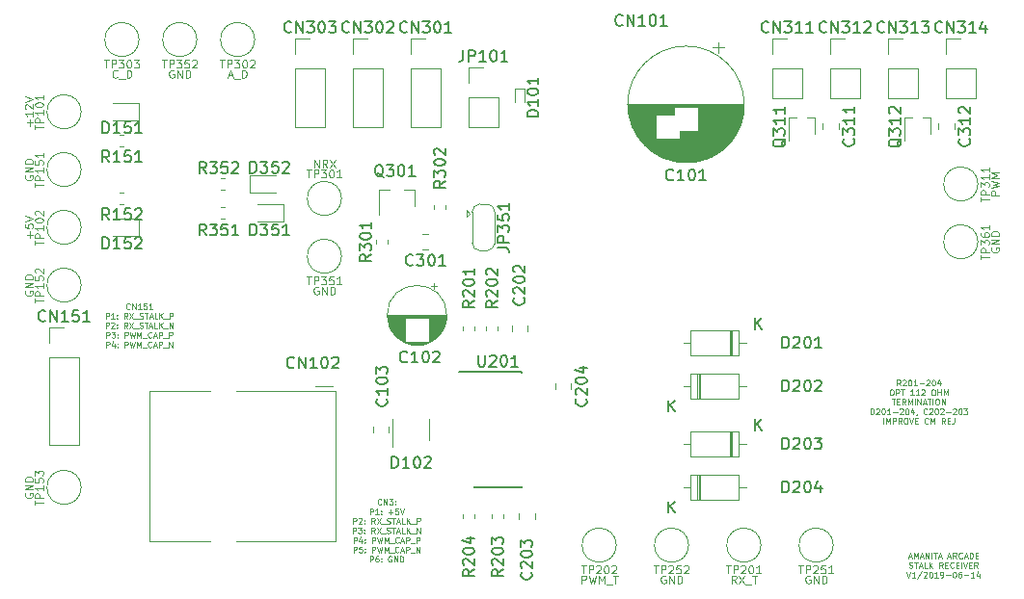
<source format=gbr>
G04 #@! TF.GenerationSoftware,KiCad,Pcbnew,5.0.2-bee76a0~70~ubuntu18.04.1*
G04 #@! TF.CreationDate,2019-06-19T23:08:53-07:00*
G04 #@! TF.ProjectId,aa-stalk-receiver-lvds,61612d73-7461-46c6-9b2d-726563656976,rev?*
G04 #@! TF.SameCoordinates,Original*
G04 #@! TF.FileFunction,Legend,Top*
G04 #@! TF.FilePolarity,Positive*
%FSLAX46Y46*%
G04 Gerber Fmt 4.6, Leading zero omitted, Abs format (unit mm)*
G04 Created by KiCad (PCBNEW 5.0.2-bee76a0~70~ubuntu18.04.1) date Wed 19 Jun 2019 11:08:53 PM PDT*
%MOMM*%
%LPD*%
G01*
G04 APERTURE LIST*
%ADD10C,0.076200*%
%ADD11C,0.120000*%
%ADD12C,0.150000*%
%ADD13C,0.100000*%
G04 APERTURE END LIST*
D10*
X124369285Y-95456828D02*
X124345095Y-95481019D01*
X124272523Y-95505209D01*
X124224142Y-95505209D01*
X124151571Y-95481019D01*
X124103190Y-95432638D01*
X124079000Y-95384257D01*
X124054809Y-95287495D01*
X124054809Y-95214923D01*
X124079000Y-95118161D01*
X124103190Y-95069780D01*
X124151571Y-95021400D01*
X124224142Y-94997209D01*
X124272523Y-94997209D01*
X124345095Y-95021400D01*
X124369285Y-95045590D01*
X124587000Y-95505209D02*
X124587000Y-94997209D01*
X124877285Y-95505209D01*
X124877285Y-94997209D01*
X125070809Y-94997209D02*
X125385285Y-94997209D01*
X125215952Y-95190733D01*
X125288523Y-95190733D01*
X125336904Y-95214923D01*
X125361095Y-95239114D01*
X125385285Y-95287495D01*
X125385285Y-95408447D01*
X125361095Y-95456828D01*
X125336904Y-95481019D01*
X125288523Y-95505209D01*
X125143380Y-95505209D01*
X125095000Y-95481019D01*
X125070809Y-95456828D01*
X125603000Y-95456828D02*
X125627190Y-95481019D01*
X125603000Y-95505209D01*
X125578809Y-95481019D01*
X125603000Y-95456828D01*
X125603000Y-95505209D01*
X125603000Y-95190733D02*
X125627190Y-95214923D01*
X125603000Y-95239114D01*
X125578809Y-95214923D01*
X125603000Y-95190733D01*
X125603000Y-95239114D01*
X123377476Y-96343409D02*
X123377476Y-95835409D01*
X123571000Y-95835409D01*
X123619380Y-95859600D01*
X123643571Y-95883790D01*
X123667761Y-95932171D01*
X123667761Y-96004742D01*
X123643571Y-96053123D01*
X123619380Y-96077314D01*
X123571000Y-96101504D01*
X123377476Y-96101504D01*
X124151571Y-96343409D02*
X123861285Y-96343409D01*
X124006428Y-96343409D02*
X124006428Y-95835409D01*
X123958047Y-95907980D01*
X123909666Y-95956361D01*
X123861285Y-95980552D01*
X124369285Y-96295028D02*
X124393476Y-96319219D01*
X124369285Y-96343409D01*
X124345095Y-96319219D01*
X124369285Y-96295028D01*
X124369285Y-96343409D01*
X124369285Y-96028933D02*
X124393476Y-96053123D01*
X124369285Y-96077314D01*
X124345095Y-96053123D01*
X124369285Y-96028933D01*
X124369285Y-96077314D01*
X124998238Y-96149885D02*
X125385285Y-96149885D01*
X125191761Y-96343409D02*
X125191761Y-95956361D01*
X125869095Y-95835409D02*
X125627190Y-95835409D01*
X125603000Y-96077314D01*
X125627190Y-96053123D01*
X125675571Y-96028933D01*
X125796523Y-96028933D01*
X125844904Y-96053123D01*
X125869095Y-96077314D01*
X125893285Y-96125695D01*
X125893285Y-96246647D01*
X125869095Y-96295028D01*
X125844904Y-96319219D01*
X125796523Y-96343409D01*
X125675571Y-96343409D01*
X125627190Y-96319219D01*
X125603000Y-96295028D01*
X126038428Y-95835409D02*
X126207761Y-96343409D01*
X126377095Y-95835409D01*
X121901857Y-97181609D02*
X121901857Y-96673609D01*
X122095380Y-96673609D01*
X122143761Y-96697800D01*
X122167952Y-96721990D01*
X122192142Y-96770371D01*
X122192142Y-96842942D01*
X122167952Y-96891323D01*
X122143761Y-96915514D01*
X122095380Y-96939704D01*
X121901857Y-96939704D01*
X122385666Y-96721990D02*
X122409857Y-96697800D01*
X122458238Y-96673609D01*
X122579190Y-96673609D01*
X122627571Y-96697800D01*
X122651761Y-96721990D01*
X122675952Y-96770371D01*
X122675952Y-96818752D01*
X122651761Y-96891323D01*
X122361476Y-97181609D01*
X122675952Y-97181609D01*
X122893666Y-97133228D02*
X122917857Y-97157419D01*
X122893666Y-97181609D01*
X122869476Y-97157419D01*
X122893666Y-97133228D01*
X122893666Y-97181609D01*
X122893666Y-96867133D02*
X122917857Y-96891323D01*
X122893666Y-96915514D01*
X122869476Y-96891323D01*
X122893666Y-96867133D01*
X122893666Y-96915514D01*
X123812904Y-97181609D02*
X123643571Y-96939704D01*
X123522619Y-97181609D02*
X123522619Y-96673609D01*
X123716142Y-96673609D01*
X123764523Y-96697800D01*
X123788714Y-96721990D01*
X123812904Y-96770371D01*
X123812904Y-96842942D01*
X123788714Y-96891323D01*
X123764523Y-96915514D01*
X123716142Y-96939704D01*
X123522619Y-96939704D01*
X123982238Y-96673609D02*
X124320904Y-97181609D01*
X124320904Y-96673609D02*
X123982238Y-97181609D01*
X124393476Y-97229990D02*
X124780523Y-97229990D01*
X124877285Y-97157419D02*
X124949857Y-97181609D01*
X125070809Y-97181609D01*
X125119190Y-97157419D01*
X125143380Y-97133228D01*
X125167571Y-97084847D01*
X125167571Y-97036466D01*
X125143380Y-96988085D01*
X125119190Y-96963895D01*
X125070809Y-96939704D01*
X124974047Y-96915514D01*
X124925666Y-96891323D01*
X124901476Y-96867133D01*
X124877285Y-96818752D01*
X124877285Y-96770371D01*
X124901476Y-96721990D01*
X124925666Y-96697800D01*
X124974047Y-96673609D01*
X125095000Y-96673609D01*
X125167571Y-96697800D01*
X125312714Y-96673609D02*
X125603000Y-96673609D01*
X125457857Y-97181609D02*
X125457857Y-96673609D01*
X125748142Y-97036466D02*
X125990047Y-97036466D01*
X125699761Y-97181609D02*
X125869095Y-96673609D01*
X126038428Y-97181609D01*
X126449666Y-97181609D02*
X126207761Y-97181609D01*
X126207761Y-96673609D01*
X126619000Y-97181609D02*
X126619000Y-96673609D01*
X126909285Y-97181609D02*
X126691571Y-96891323D01*
X126909285Y-96673609D02*
X126619000Y-96963895D01*
X127006047Y-97229990D02*
X127393095Y-97229990D01*
X127514047Y-97181609D02*
X127514047Y-96673609D01*
X127707571Y-96673609D01*
X127755952Y-96697800D01*
X127780142Y-96721990D01*
X127804333Y-96770371D01*
X127804333Y-96842942D01*
X127780142Y-96891323D01*
X127755952Y-96915514D01*
X127707571Y-96939704D01*
X127514047Y-96939704D01*
X121889761Y-98019809D02*
X121889761Y-97511809D01*
X122083285Y-97511809D01*
X122131666Y-97536000D01*
X122155857Y-97560190D01*
X122180047Y-97608571D01*
X122180047Y-97681142D01*
X122155857Y-97729523D01*
X122131666Y-97753714D01*
X122083285Y-97777904D01*
X121889761Y-97777904D01*
X122349380Y-97511809D02*
X122663857Y-97511809D01*
X122494523Y-97705333D01*
X122567095Y-97705333D01*
X122615476Y-97729523D01*
X122639666Y-97753714D01*
X122663857Y-97802095D01*
X122663857Y-97923047D01*
X122639666Y-97971428D01*
X122615476Y-97995619D01*
X122567095Y-98019809D01*
X122421952Y-98019809D01*
X122373571Y-97995619D01*
X122349380Y-97971428D01*
X122881571Y-97971428D02*
X122905761Y-97995619D01*
X122881571Y-98019809D01*
X122857380Y-97995619D01*
X122881571Y-97971428D01*
X122881571Y-98019809D01*
X122881571Y-97705333D02*
X122905761Y-97729523D01*
X122881571Y-97753714D01*
X122857380Y-97729523D01*
X122881571Y-97705333D01*
X122881571Y-97753714D01*
X123800809Y-98019809D02*
X123631476Y-97777904D01*
X123510523Y-98019809D02*
X123510523Y-97511809D01*
X123704047Y-97511809D01*
X123752428Y-97536000D01*
X123776619Y-97560190D01*
X123800809Y-97608571D01*
X123800809Y-97681142D01*
X123776619Y-97729523D01*
X123752428Y-97753714D01*
X123704047Y-97777904D01*
X123510523Y-97777904D01*
X123970142Y-97511809D02*
X124308809Y-98019809D01*
X124308809Y-97511809D02*
X123970142Y-98019809D01*
X124381380Y-98068190D02*
X124768428Y-98068190D01*
X124865190Y-97995619D02*
X124937761Y-98019809D01*
X125058714Y-98019809D01*
X125107095Y-97995619D01*
X125131285Y-97971428D01*
X125155476Y-97923047D01*
X125155476Y-97874666D01*
X125131285Y-97826285D01*
X125107095Y-97802095D01*
X125058714Y-97777904D01*
X124961952Y-97753714D01*
X124913571Y-97729523D01*
X124889380Y-97705333D01*
X124865190Y-97656952D01*
X124865190Y-97608571D01*
X124889380Y-97560190D01*
X124913571Y-97536000D01*
X124961952Y-97511809D01*
X125082904Y-97511809D01*
X125155476Y-97536000D01*
X125300619Y-97511809D02*
X125590904Y-97511809D01*
X125445761Y-98019809D02*
X125445761Y-97511809D01*
X125736047Y-97874666D02*
X125977952Y-97874666D01*
X125687666Y-98019809D02*
X125857000Y-97511809D01*
X126026333Y-98019809D01*
X126437571Y-98019809D02*
X126195666Y-98019809D01*
X126195666Y-97511809D01*
X126606904Y-98019809D02*
X126606904Y-97511809D01*
X126897190Y-98019809D02*
X126679476Y-97729523D01*
X126897190Y-97511809D02*
X126606904Y-97802095D01*
X126993952Y-98068190D02*
X127381000Y-98068190D01*
X127501952Y-98019809D02*
X127501952Y-97511809D01*
X127792238Y-98019809D01*
X127792238Y-97511809D01*
X121950238Y-98858009D02*
X121950238Y-98350009D01*
X122143761Y-98350009D01*
X122192142Y-98374200D01*
X122216333Y-98398390D01*
X122240523Y-98446771D01*
X122240523Y-98519342D01*
X122216333Y-98567723D01*
X122192142Y-98591914D01*
X122143761Y-98616104D01*
X121950238Y-98616104D01*
X122675952Y-98519342D02*
X122675952Y-98858009D01*
X122555000Y-98325819D02*
X122434047Y-98688676D01*
X122748523Y-98688676D01*
X122942047Y-98809628D02*
X122966238Y-98833819D01*
X122942047Y-98858009D01*
X122917857Y-98833819D01*
X122942047Y-98809628D01*
X122942047Y-98858009D01*
X122942047Y-98543533D02*
X122966238Y-98567723D01*
X122942047Y-98591914D01*
X122917857Y-98567723D01*
X122942047Y-98543533D01*
X122942047Y-98591914D01*
X123571000Y-98858009D02*
X123571000Y-98350009D01*
X123764523Y-98350009D01*
X123812904Y-98374200D01*
X123837095Y-98398390D01*
X123861285Y-98446771D01*
X123861285Y-98519342D01*
X123837095Y-98567723D01*
X123812904Y-98591914D01*
X123764523Y-98616104D01*
X123571000Y-98616104D01*
X124030619Y-98350009D02*
X124151571Y-98858009D01*
X124248333Y-98495152D01*
X124345095Y-98858009D01*
X124466047Y-98350009D01*
X124659571Y-98858009D02*
X124659571Y-98350009D01*
X124828904Y-98712866D01*
X124998238Y-98350009D01*
X124998238Y-98858009D01*
X125119190Y-98906390D02*
X125506238Y-98906390D01*
X125917476Y-98809628D02*
X125893285Y-98833819D01*
X125820714Y-98858009D01*
X125772333Y-98858009D01*
X125699761Y-98833819D01*
X125651380Y-98785438D01*
X125627190Y-98737057D01*
X125603000Y-98640295D01*
X125603000Y-98567723D01*
X125627190Y-98470961D01*
X125651380Y-98422580D01*
X125699761Y-98374200D01*
X125772333Y-98350009D01*
X125820714Y-98350009D01*
X125893285Y-98374200D01*
X125917476Y-98398390D01*
X126111000Y-98712866D02*
X126352904Y-98712866D01*
X126062619Y-98858009D02*
X126231952Y-98350009D01*
X126401285Y-98858009D01*
X126570619Y-98858009D02*
X126570619Y-98350009D01*
X126764142Y-98350009D01*
X126812523Y-98374200D01*
X126836714Y-98398390D01*
X126860904Y-98446771D01*
X126860904Y-98519342D01*
X126836714Y-98567723D01*
X126812523Y-98591914D01*
X126764142Y-98616104D01*
X126570619Y-98616104D01*
X126957666Y-98906390D02*
X127344714Y-98906390D01*
X127465666Y-98858009D02*
X127465666Y-98350009D01*
X127659190Y-98350009D01*
X127707571Y-98374200D01*
X127731761Y-98398390D01*
X127755952Y-98446771D01*
X127755952Y-98519342D01*
X127731761Y-98567723D01*
X127707571Y-98591914D01*
X127659190Y-98616104D01*
X127465666Y-98616104D01*
X121938142Y-99696209D02*
X121938142Y-99188209D01*
X122131666Y-99188209D01*
X122180047Y-99212400D01*
X122204238Y-99236590D01*
X122228428Y-99284971D01*
X122228428Y-99357542D01*
X122204238Y-99405923D01*
X122180047Y-99430114D01*
X122131666Y-99454304D01*
X121938142Y-99454304D01*
X122688047Y-99188209D02*
X122446142Y-99188209D01*
X122421952Y-99430114D01*
X122446142Y-99405923D01*
X122494523Y-99381733D01*
X122615476Y-99381733D01*
X122663857Y-99405923D01*
X122688047Y-99430114D01*
X122712238Y-99478495D01*
X122712238Y-99599447D01*
X122688047Y-99647828D01*
X122663857Y-99672019D01*
X122615476Y-99696209D01*
X122494523Y-99696209D01*
X122446142Y-99672019D01*
X122421952Y-99647828D01*
X122929952Y-99647828D02*
X122954142Y-99672019D01*
X122929952Y-99696209D01*
X122905761Y-99672019D01*
X122929952Y-99647828D01*
X122929952Y-99696209D01*
X122929952Y-99381733D02*
X122954142Y-99405923D01*
X122929952Y-99430114D01*
X122905761Y-99405923D01*
X122929952Y-99381733D01*
X122929952Y-99430114D01*
X123558904Y-99696209D02*
X123558904Y-99188209D01*
X123752428Y-99188209D01*
X123800809Y-99212400D01*
X123825000Y-99236590D01*
X123849190Y-99284971D01*
X123849190Y-99357542D01*
X123825000Y-99405923D01*
X123800809Y-99430114D01*
X123752428Y-99454304D01*
X123558904Y-99454304D01*
X124018523Y-99188209D02*
X124139476Y-99696209D01*
X124236238Y-99333352D01*
X124333000Y-99696209D01*
X124453952Y-99188209D01*
X124647476Y-99696209D02*
X124647476Y-99188209D01*
X124816809Y-99551066D01*
X124986142Y-99188209D01*
X124986142Y-99696209D01*
X125107095Y-99744590D02*
X125494142Y-99744590D01*
X125905380Y-99647828D02*
X125881190Y-99672019D01*
X125808619Y-99696209D01*
X125760238Y-99696209D01*
X125687666Y-99672019D01*
X125639285Y-99623638D01*
X125615095Y-99575257D01*
X125590904Y-99478495D01*
X125590904Y-99405923D01*
X125615095Y-99309161D01*
X125639285Y-99260780D01*
X125687666Y-99212400D01*
X125760238Y-99188209D01*
X125808619Y-99188209D01*
X125881190Y-99212400D01*
X125905380Y-99236590D01*
X126098904Y-99551066D02*
X126340809Y-99551066D01*
X126050523Y-99696209D02*
X126219857Y-99188209D01*
X126389190Y-99696209D01*
X126558523Y-99696209D02*
X126558523Y-99188209D01*
X126752047Y-99188209D01*
X126800428Y-99212400D01*
X126824619Y-99236590D01*
X126848809Y-99284971D01*
X126848809Y-99357542D01*
X126824619Y-99405923D01*
X126800428Y-99430114D01*
X126752047Y-99454304D01*
X126558523Y-99454304D01*
X126945571Y-99744590D02*
X127332619Y-99744590D01*
X127453571Y-99696209D02*
X127453571Y-99188209D01*
X127743857Y-99696209D01*
X127743857Y-99188209D01*
X123377476Y-100534409D02*
X123377476Y-100026409D01*
X123571000Y-100026409D01*
X123619380Y-100050600D01*
X123643571Y-100074790D01*
X123667761Y-100123171D01*
X123667761Y-100195742D01*
X123643571Y-100244123D01*
X123619380Y-100268314D01*
X123571000Y-100292504D01*
X123377476Y-100292504D01*
X124103190Y-100026409D02*
X124006428Y-100026409D01*
X123958047Y-100050600D01*
X123933857Y-100074790D01*
X123885476Y-100147361D01*
X123861285Y-100244123D01*
X123861285Y-100437647D01*
X123885476Y-100486028D01*
X123909666Y-100510219D01*
X123958047Y-100534409D01*
X124054809Y-100534409D01*
X124103190Y-100510219D01*
X124127380Y-100486028D01*
X124151571Y-100437647D01*
X124151571Y-100316695D01*
X124127380Y-100268314D01*
X124103190Y-100244123D01*
X124054809Y-100219933D01*
X123958047Y-100219933D01*
X123909666Y-100244123D01*
X123885476Y-100268314D01*
X123861285Y-100316695D01*
X124369285Y-100486028D02*
X124393476Y-100510219D01*
X124369285Y-100534409D01*
X124345095Y-100510219D01*
X124369285Y-100486028D01*
X124369285Y-100534409D01*
X124369285Y-100219933D02*
X124393476Y-100244123D01*
X124369285Y-100268314D01*
X124345095Y-100244123D01*
X124369285Y-100219933D01*
X124369285Y-100268314D01*
X125264333Y-100050600D02*
X125215952Y-100026409D01*
X125143380Y-100026409D01*
X125070809Y-100050600D01*
X125022428Y-100098980D01*
X124998238Y-100147361D01*
X124974047Y-100244123D01*
X124974047Y-100316695D01*
X124998238Y-100413457D01*
X125022428Y-100461838D01*
X125070809Y-100510219D01*
X125143380Y-100534409D01*
X125191761Y-100534409D01*
X125264333Y-100510219D01*
X125288523Y-100486028D01*
X125288523Y-100316695D01*
X125191761Y-100316695D01*
X125506238Y-100534409D02*
X125506238Y-100026409D01*
X125796523Y-100534409D01*
X125796523Y-100026409D01*
X126038428Y-100534409D02*
X126038428Y-100026409D01*
X126159380Y-100026409D01*
X126231952Y-100050600D01*
X126280333Y-100098980D01*
X126304523Y-100147361D01*
X126328714Y-100244123D01*
X126328714Y-100316695D01*
X126304523Y-100413457D01*
X126280333Y-100461838D01*
X126231952Y-100510219D01*
X126159380Y-100534409D01*
X126038428Y-100534409D01*
X169968333Y-85040409D02*
X169799000Y-84798504D01*
X169678047Y-85040409D02*
X169678047Y-84532409D01*
X169871571Y-84532409D01*
X169919952Y-84556600D01*
X169944142Y-84580790D01*
X169968333Y-84629171D01*
X169968333Y-84701742D01*
X169944142Y-84750123D01*
X169919952Y-84774314D01*
X169871571Y-84798504D01*
X169678047Y-84798504D01*
X170161857Y-84580790D02*
X170186047Y-84556600D01*
X170234428Y-84532409D01*
X170355380Y-84532409D01*
X170403761Y-84556600D01*
X170427952Y-84580790D01*
X170452142Y-84629171D01*
X170452142Y-84677552D01*
X170427952Y-84750123D01*
X170137666Y-85040409D01*
X170452142Y-85040409D01*
X170766619Y-84532409D02*
X170815000Y-84532409D01*
X170863380Y-84556600D01*
X170887571Y-84580790D01*
X170911761Y-84629171D01*
X170935952Y-84725933D01*
X170935952Y-84846885D01*
X170911761Y-84943647D01*
X170887571Y-84992028D01*
X170863380Y-85016219D01*
X170815000Y-85040409D01*
X170766619Y-85040409D01*
X170718238Y-85016219D01*
X170694047Y-84992028D01*
X170669857Y-84943647D01*
X170645666Y-84846885D01*
X170645666Y-84725933D01*
X170669857Y-84629171D01*
X170694047Y-84580790D01*
X170718238Y-84556600D01*
X170766619Y-84532409D01*
X171419761Y-85040409D02*
X171129476Y-85040409D01*
X171274619Y-85040409D02*
X171274619Y-84532409D01*
X171226238Y-84604980D01*
X171177857Y-84653361D01*
X171129476Y-84677552D01*
X171637476Y-84846885D02*
X172024523Y-84846885D01*
X172242238Y-84580790D02*
X172266428Y-84556600D01*
X172314809Y-84532409D01*
X172435761Y-84532409D01*
X172484142Y-84556600D01*
X172508333Y-84580790D01*
X172532523Y-84629171D01*
X172532523Y-84677552D01*
X172508333Y-84750123D01*
X172218047Y-85040409D01*
X172532523Y-85040409D01*
X172847000Y-84532409D02*
X172895380Y-84532409D01*
X172943761Y-84556600D01*
X172967952Y-84580790D01*
X172992142Y-84629171D01*
X173016333Y-84725933D01*
X173016333Y-84846885D01*
X172992142Y-84943647D01*
X172967952Y-84992028D01*
X172943761Y-85016219D01*
X172895380Y-85040409D01*
X172847000Y-85040409D01*
X172798619Y-85016219D01*
X172774428Y-84992028D01*
X172750238Y-84943647D01*
X172726047Y-84846885D01*
X172726047Y-84725933D01*
X172750238Y-84629171D01*
X172774428Y-84580790D01*
X172798619Y-84556600D01*
X172847000Y-84532409D01*
X173451761Y-84701742D02*
X173451761Y-85040409D01*
X173330809Y-84508219D02*
X173209857Y-84871076D01*
X173524333Y-84871076D01*
X169145857Y-85370609D02*
X169242619Y-85370609D01*
X169291000Y-85394800D01*
X169339380Y-85443180D01*
X169363571Y-85539942D01*
X169363571Y-85709276D01*
X169339380Y-85806038D01*
X169291000Y-85854419D01*
X169242619Y-85878609D01*
X169145857Y-85878609D01*
X169097476Y-85854419D01*
X169049095Y-85806038D01*
X169024904Y-85709276D01*
X169024904Y-85539942D01*
X169049095Y-85443180D01*
X169097476Y-85394800D01*
X169145857Y-85370609D01*
X169581285Y-85878609D02*
X169581285Y-85370609D01*
X169774809Y-85370609D01*
X169823190Y-85394800D01*
X169847380Y-85418990D01*
X169871571Y-85467371D01*
X169871571Y-85539942D01*
X169847380Y-85588323D01*
X169823190Y-85612514D01*
X169774809Y-85636704D01*
X169581285Y-85636704D01*
X170016714Y-85370609D02*
X170307000Y-85370609D01*
X170161857Y-85878609D02*
X170161857Y-85370609D01*
X171129476Y-85878609D02*
X170839190Y-85878609D01*
X170984333Y-85878609D02*
X170984333Y-85370609D01*
X170935952Y-85443180D01*
X170887571Y-85491561D01*
X170839190Y-85515752D01*
X171613285Y-85878609D02*
X171323000Y-85878609D01*
X171468142Y-85878609D02*
X171468142Y-85370609D01*
X171419761Y-85443180D01*
X171371380Y-85491561D01*
X171323000Y-85515752D01*
X171806809Y-85418990D02*
X171831000Y-85394800D01*
X171879380Y-85370609D01*
X172000333Y-85370609D01*
X172048714Y-85394800D01*
X172072904Y-85418990D01*
X172097095Y-85467371D01*
X172097095Y-85515752D01*
X172072904Y-85588323D01*
X171782619Y-85878609D01*
X172097095Y-85878609D01*
X172798619Y-85370609D02*
X172895380Y-85370609D01*
X172943761Y-85394800D01*
X172992142Y-85443180D01*
X173016333Y-85539942D01*
X173016333Y-85709276D01*
X172992142Y-85806038D01*
X172943761Y-85854419D01*
X172895380Y-85878609D01*
X172798619Y-85878609D01*
X172750238Y-85854419D01*
X172701857Y-85806038D01*
X172677666Y-85709276D01*
X172677666Y-85539942D01*
X172701857Y-85443180D01*
X172750238Y-85394800D01*
X172798619Y-85370609D01*
X173234047Y-85878609D02*
X173234047Y-85370609D01*
X173234047Y-85612514D02*
X173524333Y-85612514D01*
X173524333Y-85878609D02*
X173524333Y-85370609D01*
X173766238Y-85878609D02*
X173766238Y-85370609D01*
X173935571Y-85733466D01*
X174104904Y-85370609D01*
X174104904Y-85878609D01*
X169206333Y-86208809D02*
X169496619Y-86208809D01*
X169351476Y-86716809D02*
X169351476Y-86208809D01*
X169665952Y-86450714D02*
X169835285Y-86450714D01*
X169907857Y-86716809D02*
X169665952Y-86716809D01*
X169665952Y-86208809D01*
X169907857Y-86208809D01*
X170415857Y-86716809D02*
X170246523Y-86474904D01*
X170125571Y-86716809D02*
X170125571Y-86208809D01*
X170319095Y-86208809D01*
X170367476Y-86233000D01*
X170391666Y-86257190D01*
X170415857Y-86305571D01*
X170415857Y-86378142D01*
X170391666Y-86426523D01*
X170367476Y-86450714D01*
X170319095Y-86474904D01*
X170125571Y-86474904D01*
X170633571Y-86716809D02*
X170633571Y-86208809D01*
X170802904Y-86571666D01*
X170972238Y-86208809D01*
X170972238Y-86716809D01*
X171214142Y-86716809D02*
X171214142Y-86208809D01*
X171456047Y-86716809D02*
X171456047Y-86208809D01*
X171746333Y-86716809D01*
X171746333Y-86208809D01*
X171964047Y-86571666D02*
X172205952Y-86571666D01*
X171915666Y-86716809D02*
X172085000Y-86208809D01*
X172254333Y-86716809D01*
X172351095Y-86208809D02*
X172641380Y-86208809D01*
X172496238Y-86716809D02*
X172496238Y-86208809D01*
X172810714Y-86716809D02*
X172810714Y-86208809D01*
X173149380Y-86208809D02*
X173246142Y-86208809D01*
X173294523Y-86233000D01*
X173342904Y-86281380D01*
X173367095Y-86378142D01*
X173367095Y-86547476D01*
X173342904Y-86644238D01*
X173294523Y-86692619D01*
X173246142Y-86716809D01*
X173149380Y-86716809D01*
X173101000Y-86692619D01*
X173052619Y-86644238D01*
X173028428Y-86547476D01*
X173028428Y-86378142D01*
X173052619Y-86281380D01*
X173101000Y-86233000D01*
X173149380Y-86208809D01*
X173584809Y-86716809D02*
X173584809Y-86208809D01*
X173875095Y-86716809D01*
X173875095Y-86208809D01*
X167343666Y-87555009D02*
X167343666Y-87047009D01*
X167464619Y-87047009D01*
X167537190Y-87071200D01*
X167585571Y-87119580D01*
X167609761Y-87167961D01*
X167633952Y-87264723D01*
X167633952Y-87337295D01*
X167609761Y-87434057D01*
X167585571Y-87482438D01*
X167537190Y-87530819D01*
X167464619Y-87555009D01*
X167343666Y-87555009D01*
X167827476Y-87095390D02*
X167851666Y-87071200D01*
X167900047Y-87047009D01*
X168021000Y-87047009D01*
X168069380Y-87071200D01*
X168093571Y-87095390D01*
X168117761Y-87143771D01*
X168117761Y-87192152D01*
X168093571Y-87264723D01*
X167803285Y-87555009D01*
X168117761Y-87555009D01*
X168432238Y-87047009D02*
X168480619Y-87047009D01*
X168529000Y-87071200D01*
X168553190Y-87095390D01*
X168577380Y-87143771D01*
X168601571Y-87240533D01*
X168601571Y-87361485D01*
X168577380Y-87458247D01*
X168553190Y-87506628D01*
X168529000Y-87530819D01*
X168480619Y-87555009D01*
X168432238Y-87555009D01*
X168383857Y-87530819D01*
X168359666Y-87506628D01*
X168335476Y-87458247D01*
X168311285Y-87361485D01*
X168311285Y-87240533D01*
X168335476Y-87143771D01*
X168359666Y-87095390D01*
X168383857Y-87071200D01*
X168432238Y-87047009D01*
X169085380Y-87555009D02*
X168795095Y-87555009D01*
X168940238Y-87555009D02*
X168940238Y-87047009D01*
X168891857Y-87119580D01*
X168843476Y-87167961D01*
X168795095Y-87192152D01*
X169303095Y-87361485D02*
X169690142Y-87361485D01*
X169907857Y-87095390D02*
X169932047Y-87071200D01*
X169980428Y-87047009D01*
X170101380Y-87047009D01*
X170149761Y-87071200D01*
X170173952Y-87095390D01*
X170198142Y-87143771D01*
X170198142Y-87192152D01*
X170173952Y-87264723D01*
X169883666Y-87555009D01*
X170198142Y-87555009D01*
X170512619Y-87047009D02*
X170561000Y-87047009D01*
X170609380Y-87071200D01*
X170633571Y-87095390D01*
X170657761Y-87143771D01*
X170681952Y-87240533D01*
X170681952Y-87361485D01*
X170657761Y-87458247D01*
X170633571Y-87506628D01*
X170609380Y-87530819D01*
X170561000Y-87555009D01*
X170512619Y-87555009D01*
X170464238Y-87530819D01*
X170440047Y-87506628D01*
X170415857Y-87458247D01*
X170391666Y-87361485D01*
X170391666Y-87240533D01*
X170415857Y-87143771D01*
X170440047Y-87095390D01*
X170464238Y-87071200D01*
X170512619Y-87047009D01*
X171117380Y-87216342D02*
X171117380Y-87555009D01*
X170996428Y-87022819D02*
X170875476Y-87385676D01*
X171189952Y-87385676D01*
X171407666Y-87530819D02*
X171407666Y-87555009D01*
X171383476Y-87603390D01*
X171359285Y-87627580D01*
X172302714Y-87506628D02*
X172278523Y-87530819D01*
X172205952Y-87555009D01*
X172157571Y-87555009D01*
X172085000Y-87530819D01*
X172036619Y-87482438D01*
X172012428Y-87434057D01*
X171988238Y-87337295D01*
X171988238Y-87264723D01*
X172012428Y-87167961D01*
X172036619Y-87119580D01*
X172085000Y-87071200D01*
X172157571Y-87047009D01*
X172205952Y-87047009D01*
X172278523Y-87071200D01*
X172302714Y-87095390D01*
X172496238Y-87095390D02*
X172520428Y-87071200D01*
X172568809Y-87047009D01*
X172689761Y-87047009D01*
X172738142Y-87071200D01*
X172762333Y-87095390D01*
X172786523Y-87143771D01*
X172786523Y-87192152D01*
X172762333Y-87264723D01*
X172472047Y-87555009D01*
X172786523Y-87555009D01*
X173101000Y-87047009D02*
X173149380Y-87047009D01*
X173197761Y-87071200D01*
X173221952Y-87095390D01*
X173246142Y-87143771D01*
X173270333Y-87240533D01*
X173270333Y-87361485D01*
X173246142Y-87458247D01*
X173221952Y-87506628D01*
X173197761Y-87530819D01*
X173149380Y-87555009D01*
X173101000Y-87555009D01*
X173052619Y-87530819D01*
X173028428Y-87506628D01*
X173004238Y-87458247D01*
X172980047Y-87361485D01*
X172980047Y-87240533D01*
X173004238Y-87143771D01*
X173028428Y-87095390D01*
X173052619Y-87071200D01*
X173101000Y-87047009D01*
X173463857Y-87095390D02*
X173488047Y-87071200D01*
X173536428Y-87047009D01*
X173657380Y-87047009D01*
X173705761Y-87071200D01*
X173729952Y-87095390D01*
X173754142Y-87143771D01*
X173754142Y-87192152D01*
X173729952Y-87264723D01*
X173439666Y-87555009D01*
X173754142Y-87555009D01*
X173971857Y-87361485D02*
X174358904Y-87361485D01*
X174576619Y-87095390D02*
X174600809Y-87071200D01*
X174649190Y-87047009D01*
X174770142Y-87047009D01*
X174818523Y-87071200D01*
X174842714Y-87095390D01*
X174866904Y-87143771D01*
X174866904Y-87192152D01*
X174842714Y-87264723D01*
X174552428Y-87555009D01*
X174866904Y-87555009D01*
X175181380Y-87047009D02*
X175229761Y-87047009D01*
X175278142Y-87071200D01*
X175302333Y-87095390D01*
X175326523Y-87143771D01*
X175350714Y-87240533D01*
X175350714Y-87361485D01*
X175326523Y-87458247D01*
X175302333Y-87506628D01*
X175278142Y-87530819D01*
X175229761Y-87555009D01*
X175181380Y-87555009D01*
X175133000Y-87530819D01*
X175108809Y-87506628D01*
X175084619Y-87458247D01*
X175060428Y-87361485D01*
X175060428Y-87240533D01*
X175084619Y-87143771D01*
X175108809Y-87095390D01*
X175133000Y-87071200D01*
X175181380Y-87047009D01*
X175520047Y-87047009D02*
X175834523Y-87047009D01*
X175665190Y-87240533D01*
X175737761Y-87240533D01*
X175786142Y-87264723D01*
X175810333Y-87288914D01*
X175834523Y-87337295D01*
X175834523Y-87458247D01*
X175810333Y-87506628D01*
X175786142Y-87530819D01*
X175737761Y-87555009D01*
X175592619Y-87555009D01*
X175544238Y-87530819D01*
X175520047Y-87506628D01*
X168456428Y-88393209D02*
X168456428Y-87885209D01*
X168698333Y-88393209D02*
X168698333Y-87885209D01*
X168867666Y-88248066D01*
X169037000Y-87885209D01*
X169037000Y-88393209D01*
X169278904Y-88393209D02*
X169278904Y-87885209D01*
X169472428Y-87885209D01*
X169520809Y-87909400D01*
X169545000Y-87933590D01*
X169569190Y-87981971D01*
X169569190Y-88054542D01*
X169545000Y-88102923D01*
X169520809Y-88127114D01*
X169472428Y-88151304D01*
X169278904Y-88151304D01*
X170077190Y-88393209D02*
X169907857Y-88151304D01*
X169786904Y-88393209D02*
X169786904Y-87885209D01*
X169980428Y-87885209D01*
X170028809Y-87909400D01*
X170053000Y-87933590D01*
X170077190Y-87981971D01*
X170077190Y-88054542D01*
X170053000Y-88102923D01*
X170028809Y-88127114D01*
X169980428Y-88151304D01*
X169786904Y-88151304D01*
X170391666Y-87885209D02*
X170488428Y-87885209D01*
X170536809Y-87909400D01*
X170585190Y-87957780D01*
X170609380Y-88054542D01*
X170609380Y-88223876D01*
X170585190Y-88320638D01*
X170536809Y-88369019D01*
X170488428Y-88393209D01*
X170391666Y-88393209D01*
X170343285Y-88369019D01*
X170294904Y-88320638D01*
X170270714Y-88223876D01*
X170270714Y-88054542D01*
X170294904Y-87957780D01*
X170343285Y-87909400D01*
X170391666Y-87885209D01*
X170754523Y-87885209D02*
X170923857Y-88393209D01*
X171093190Y-87885209D01*
X171262523Y-88127114D02*
X171431857Y-88127114D01*
X171504428Y-88393209D02*
X171262523Y-88393209D01*
X171262523Y-87885209D01*
X171504428Y-87885209D01*
X172399476Y-88344828D02*
X172375285Y-88369019D01*
X172302714Y-88393209D01*
X172254333Y-88393209D01*
X172181761Y-88369019D01*
X172133380Y-88320638D01*
X172109190Y-88272257D01*
X172085000Y-88175495D01*
X172085000Y-88102923D01*
X172109190Y-88006161D01*
X172133380Y-87957780D01*
X172181761Y-87909400D01*
X172254333Y-87885209D01*
X172302714Y-87885209D01*
X172375285Y-87909400D01*
X172399476Y-87933590D01*
X172617190Y-88393209D02*
X172617190Y-87885209D01*
X172786523Y-88248066D01*
X172955857Y-87885209D01*
X172955857Y-88393209D01*
X173875095Y-88393209D02*
X173705761Y-88151304D01*
X173584809Y-88393209D02*
X173584809Y-87885209D01*
X173778333Y-87885209D01*
X173826714Y-87909400D01*
X173850904Y-87933590D01*
X173875095Y-87981971D01*
X173875095Y-88054542D01*
X173850904Y-88102923D01*
X173826714Y-88127114D01*
X173778333Y-88151304D01*
X173584809Y-88151304D01*
X174092809Y-88127114D02*
X174262142Y-88127114D01*
X174334714Y-88393209D02*
X174092809Y-88393209D01*
X174092809Y-87885209D01*
X174334714Y-87885209D01*
X174697571Y-87885209D02*
X174697571Y-88248066D01*
X174673380Y-88320638D01*
X174625000Y-88369019D01*
X174552428Y-88393209D01*
X174504047Y-88393209D01*
X102289428Y-78261028D02*
X102265238Y-78285219D01*
X102192666Y-78309409D01*
X102144285Y-78309409D01*
X102071714Y-78285219D01*
X102023333Y-78236838D01*
X101999142Y-78188457D01*
X101974952Y-78091695D01*
X101974952Y-78019123D01*
X101999142Y-77922361D01*
X102023333Y-77873980D01*
X102071714Y-77825600D01*
X102144285Y-77801409D01*
X102192666Y-77801409D01*
X102265238Y-77825600D01*
X102289428Y-77849790D01*
X102507142Y-78309409D02*
X102507142Y-77801409D01*
X102797428Y-78309409D01*
X102797428Y-77801409D01*
X103305428Y-78309409D02*
X103015142Y-78309409D01*
X103160285Y-78309409D02*
X103160285Y-77801409D01*
X103111904Y-77873980D01*
X103063523Y-77922361D01*
X103015142Y-77946552D01*
X103765047Y-77801409D02*
X103523142Y-77801409D01*
X103498952Y-78043314D01*
X103523142Y-78019123D01*
X103571523Y-77994933D01*
X103692476Y-77994933D01*
X103740857Y-78019123D01*
X103765047Y-78043314D01*
X103789238Y-78091695D01*
X103789238Y-78212647D01*
X103765047Y-78261028D01*
X103740857Y-78285219D01*
X103692476Y-78309409D01*
X103571523Y-78309409D01*
X103523142Y-78285219D01*
X103498952Y-78261028D01*
X104273047Y-78309409D02*
X103982761Y-78309409D01*
X104127904Y-78309409D02*
X104127904Y-77801409D01*
X104079523Y-77873980D01*
X104031142Y-77922361D01*
X103982761Y-77946552D01*
X100184857Y-79147609D02*
X100184857Y-78639609D01*
X100378380Y-78639609D01*
X100426761Y-78663800D01*
X100450952Y-78687990D01*
X100475142Y-78736371D01*
X100475142Y-78808942D01*
X100450952Y-78857323D01*
X100426761Y-78881514D01*
X100378380Y-78905704D01*
X100184857Y-78905704D01*
X100958952Y-79147609D02*
X100668666Y-79147609D01*
X100813809Y-79147609D02*
X100813809Y-78639609D01*
X100765428Y-78712180D01*
X100717047Y-78760561D01*
X100668666Y-78784752D01*
X101176666Y-79099228D02*
X101200857Y-79123419D01*
X101176666Y-79147609D01*
X101152476Y-79123419D01*
X101176666Y-79099228D01*
X101176666Y-79147609D01*
X101176666Y-78833133D02*
X101200857Y-78857323D01*
X101176666Y-78881514D01*
X101152476Y-78857323D01*
X101176666Y-78833133D01*
X101176666Y-78881514D01*
X102095904Y-79147609D02*
X101926571Y-78905704D01*
X101805619Y-79147609D02*
X101805619Y-78639609D01*
X101999142Y-78639609D01*
X102047523Y-78663800D01*
X102071714Y-78687990D01*
X102095904Y-78736371D01*
X102095904Y-78808942D01*
X102071714Y-78857323D01*
X102047523Y-78881514D01*
X101999142Y-78905704D01*
X101805619Y-78905704D01*
X102265238Y-78639609D02*
X102603904Y-79147609D01*
X102603904Y-78639609D02*
X102265238Y-79147609D01*
X102676476Y-79195990D02*
X103063523Y-79195990D01*
X103160285Y-79123419D02*
X103232857Y-79147609D01*
X103353809Y-79147609D01*
X103402190Y-79123419D01*
X103426380Y-79099228D01*
X103450571Y-79050847D01*
X103450571Y-79002466D01*
X103426380Y-78954085D01*
X103402190Y-78929895D01*
X103353809Y-78905704D01*
X103257047Y-78881514D01*
X103208666Y-78857323D01*
X103184476Y-78833133D01*
X103160285Y-78784752D01*
X103160285Y-78736371D01*
X103184476Y-78687990D01*
X103208666Y-78663800D01*
X103257047Y-78639609D01*
X103378000Y-78639609D01*
X103450571Y-78663800D01*
X103595714Y-78639609D02*
X103886000Y-78639609D01*
X103740857Y-79147609D02*
X103740857Y-78639609D01*
X104031142Y-79002466D02*
X104273047Y-79002466D01*
X103982761Y-79147609D02*
X104152095Y-78639609D01*
X104321428Y-79147609D01*
X104732666Y-79147609D02*
X104490761Y-79147609D01*
X104490761Y-78639609D01*
X104902000Y-79147609D02*
X104902000Y-78639609D01*
X105192285Y-79147609D02*
X104974571Y-78857323D01*
X105192285Y-78639609D02*
X104902000Y-78929895D01*
X105289047Y-79195990D02*
X105676095Y-79195990D01*
X105797047Y-79147609D02*
X105797047Y-78639609D01*
X105990571Y-78639609D01*
X106038952Y-78663800D01*
X106063142Y-78687990D01*
X106087333Y-78736371D01*
X106087333Y-78808942D01*
X106063142Y-78857323D01*
X106038952Y-78881514D01*
X105990571Y-78905704D01*
X105797047Y-78905704D01*
X100172761Y-79985809D02*
X100172761Y-79477809D01*
X100366285Y-79477809D01*
X100414666Y-79502000D01*
X100438857Y-79526190D01*
X100463047Y-79574571D01*
X100463047Y-79647142D01*
X100438857Y-79695523D01*
X100414666Y-79719714D01*
X100366285Y-79743904D01*
X100172761Y-79743904D01*
X100656571Y-79526190D02*
X100680761Y-79502000D01*
X100729142Y-79477809D01*
X100850095Y-79477809D01*
X100898476Y-79502000D01*
X100922666Y-79526190D01*
X100946857Y-79574571D01*
X100946857Y-79622952D01*
X100922666Y-79695523D01*
X100632380Y-79985809D01*
X100946857Y-79985809D01*
X101164571Y-79937428D02*
X101188761Y-79961619D01*
X101164571Y-79985809D01*
X101140380Y-79961619D01*
X101164571Y-79937428D01*
X101164571Y-79985809D01*
X101164571Y-79671333D02*
X101188761Y-79695523D01*
X101164571Y-79719714D01*
X101140380Y-79695523D01*
X101164571Y-79671333D01*
X101164571Y-79719714D01*
X102083809Y-79985809D02*
X101914476Y-79743904D01*
X101793523Y-79985809D02*
X101793523Y-79477809D01*
X101987047Y-79477809D01*
X102035428Y-79502000D01*
X102059619Y-79526190D01*
X102083809Y-79574571D01*
X102083809Y-79647142D01*
X102059619Y-79695523D01*
X102035428Y-79719714D01*
X101987047Y-79743904D01*
X101793523Y-79743904D01*
X102253142Y-79477809D02*
X102591809Y-79985809D01*
X102591809Y-79477809D02*
X102253142Y-79985809D01*
X102664380Y-80034190D02*
X103051428Y-80034190D01*
X103148190Y-79961619D02*
X103220761Y-79985809D01*
X103341714Y-79985809D01*
X103390095Y-79961619D01*
X103414285Y-79937428D01*
X103438476Y-79889047D01*
X103438476Y-79840666D01*
X103414285Y-79792285D01*
X103390095Y-79768095D01*
X103341714Y-79743904D01*
X103244952Y-79719714D01*
X103196571Y-79695523D01*
X103172380Y-79671333D01*
X103148190Y-79622952D01*
X103148190Y-79574571D01*
X103172380Y-79526190D01*
X103196571Y-79502000D01*
X103244952Y-79477809D01*
X103365904Y-79477809D01*
X103438476Y-79502000D01*
X103583619Y-79477809D02*
X103873904Y-79477809D01*
X103728761Y-79985809D02*
X103728761Y-79477809D01*
X104019047Y-79840666D02*
X104260952Y-79840666D01*
X103970666Y-79985809D02*
X104140000Y-79477809D01*
X104309333Y-79985809D01*
X104720571Y-79985809D02*
X104478666Y-79985809D01*
X104478666Y-79477809D01*
X104889904Y-79985809D02*
X104889904Y-79477809D01*
X105180190Y-79985809D02*
X104962476Y-79695523D01*
X105180190Y-79477809D02*
X104889904Y-79768095D01*
X105276952Y-80034190D02*
X105664000Y-80034190D01*
X105784952Y-79985809D02*
X105784952Y-79477809D01*
X106075238Y-79985809D01*
X106075238Y-79477809D01*
X100233238Y-80824009D02*
X100233238Y-80316009D01*
X100426761Y-80316009D01*
X100475142Y-80340200D01*
X100499333Y-80364390D01*
X100523523Y-80412771D01*
X100523523Y-80485342D01*
X100499333Y-80533723D01*
X100475142Y-80557914D01*
X100426761Y-80582104D01*
X100233238Y-80582104D01*
X100692857Y-80316009D02*
X101007333Y-80316009D01*
X100838000Y-80509533D01*
X100910571Y-80509533D01*
X100958952Y-80533723D01*
X100983142Y-80557914D01*
X101007333Y-80606295D01*
X101007333Y-80727247D01*
X100983142Y-80775628D01*
X100958952Y-80799819D01*
X100910571Y-80824009D01*
X100765428Y-80824009D01*
X100717047Y-80799819D01*
X100692857Y-80775628D01*
X101225047Y-80775628D02*
X101249238Y-80799819D01*
X101225047Y-80824009D01*
X101200857Y-80799819D01*
X101225047Y-80775628D01*
X101225047Y-80824009D01*
X101225047Y-80509533D02*
X101249238Y-80533723D01*
X101225047Y-80557914D01*
X101200857Y-80533723D01*
X101225047Y-80509533D01*
X101225047Y-80557914D01*
X101854000Y-80824009D02*
X101854000Y-80316009D01*
X102047523Y-80316009D01*
X102095904Y-80340200D01*
X102120095Y-80364390D01*
X102144285Y-80412771D01*
X102144285Y-80485342D01*
X102120095Y-80533723D01*
X102095904Y-80557914D01*
X102047523Y-80582104D01*
X101854000Y-80582104D01*
X102313619Y-80316009D02*
X102434571Y-80824009D01*
X102531333Y-80461152D01*
X102628095Y-80824009D01*
X102749047Y-80316009D01*
X102942571Y-80824009D02*
X102942571Y-80316009D01*
X103111904Y-80678866D01*
X103281238Y-80316009D01*
X103281238Y-80824009D01*
X103402190Y-80872390D02*
X103789238Y-80872390D01*
X104200476Y-80775628D02*
X104176285Y-80799819D01*
X104103714Y-80824009D01*
X104055333Y-80824009D01*
X103982761Y-80799819D01*
X103934380Y-80751438D01*
X103910190Y-80703057D01*
X103886000Y-80606295D01*
X103886000Y-80533723D01*
X103910190Y-80436961D01*
X103934380Y-80388580D01*
X103982761Y-80340200D01*
X104055333Y-80316009D01*
X104103714Y-80316009D01*
X104176285Y-80340200D01*
X104200476Y-80364390D01*
X104394000Y-80678866D02*
X104635904Y-80678866D01*
X104345619Y-80824009D02*
X104514952Y-80316009D01*
X104684285Y-80824009D01*
X104853619Y-80824009D02*
X104853619Y-80316009D01*
X105047142Y-80316009D01*
X105095523Y-80340200D01*
X105119714Y-80364390D01*
X105143904Y-80412771D01*
X105143904Y-80485342D01*
X105119714Y-80533723D01*
X105095523Y-80557914D01*
X105047142Y-80582104D01*
X104853619Y-80582104D01*
X105240666Y-80872390D02*
X105627714Y-80872390D01*
X105748666Y-80824009D02*
X105748666Y-80316009D01*
X105942190Y-80316009D01*
X105990571Y-80340200D01*
X106014761Y-80364390D01*
X106038952Y-80412771D01*
X106038952Y-80485342D01*
X106014761Y-80533723D01*
X105990571Y-80557914D01*
X105942190Y-80582104D01*
X105748666Y-80582104D01*
X100221142Y-81662209D02*
X100221142Y-81154209D01*
X100414666Y-81154209D01*
X100463047Y-81178400D01*
X100487238Y-81202590D01*
X100511428Y-81250971D01*
X100511428Y-81323542D01*
X100487238Y-81371923D01*
X100463047Y-81396114D01*
X100414666Y-81420304D01*
X100221142Y-81420304D01*
X100946857Y-81323542D02*
X100946857Y-81662209D01*
X100825904Y-81130019D02*
X100704952Y-81492876D01*
X101019428Y-81492876D01*
X101212952Y-81613828D02*
X101237142Y-81638019D01*
X101212952Y-81662209D01*
X101188761Y-81638019D01*
X101212952Y-81613828D01*
X101212952Y-81662209D01*
X101212952Y-81347733D02*
X101237142Y-81371923D01*
X101212952Y-81396114D01*
X101188761Y-81371923D01*
X101212952Y-81347733D01*
X101212952Y-81396114D01*
X101841904Y-81662209D02*
X101841904Y-81154209D01*
X102035428Y-81154209D01*
X102083809Y-81178400D01*
X102108000Y-81202590D01*
X102132190Y-81250971D01*
X102132190Y-81323542D01*
X102108000Y-81371923D01*
X102083809Y-81396114D01*
X102035428Y-81420304D01*
X101841904Y-81420304D01*
X102301523Y-81154209D02*
X102422476Y-81662209D01*
X102519238Y-81299352D01*
X102616000Y-81662209D01*
X102736952Y-81154209D01*
X102930476Y-81662209D02*
X102930476Y-81154209D01*
X103099809Y-81517066D01*
X103269142Y-81154209D01*
X103269142Y-81662209D01*
X103390095Y-81710590D02*
X103777142Y-81710590D01*
X104188380Y-81613828D02*
X104164190Y-81638019D01*
X104091619Y-81662209D01*
X104043238Y-81662209D01*
X103970666Y-81638019D01*
X103922285Y-81589638D01*
X103898095Y-81541257D01*
X103873904Y-81444495D01*
X103873904Y-81371923D01*
X103898095Y-81275161D01*
X103922285Y-81226780D01*
X103970666Y-81178400D01*
X104043238Y-81154209D01*
X104091619Y-81154209D01*
X104164190Y-81178400D01*
X104188380Y-81202590D01*
X104381904Y-81517066D02*
X104623809Y-81517066D01*
X104333523Y-81662209D02*
X104502857Y-81154209D01*
X104672190Y-81662209D01*
X104841523Y-81662209D02*
X104841523Y-81154209D01*
X105035047Y-81154209D01*
X105083428Y-81178400D01*
X105107619Y-81202590D01*
X105131809Y-81250971D01*
X105131809Y-81323542D01*
X105107619Y-81371923D01*
X105083428Y-81396114D01*
X105035047Y-81420304D01*
X104841523Y-81420304D01*
X105228571Y-81710590D02*
X105615619Y-81710590D01*
X105736571Y-81662209D02*
X105736571Y-81154209D01*
X106026857Y-81662209D01*
X106026857Y-81154209D01*
X170688000Y-100084466D02*
X170929904Y-100084466D01*
X170639619Y-100229609D02*
X170808952Y-99721609D01*
X170978285Y-100229609D01*
X171147619Y-100229609D02*
X171147619Y-99721609D01*
X171316952Y-100084466D01*
X171486285Y-99721609D01*
X171486285Y-100229609D01*
X171704000Y-100084466D02*
X171945904Y-100084466D01*
X171655619Y-100229609D02*
X171824952Y-99721609D01*
X171994285Y-100229609D01*
X172163619Y-100229609D02*
X172163619Y-99721609D01*
X172453904Y-100229609D01*
X172453904Y-99721609D01*
X172695809Y-100229609D02*
X172695809Y-99721609D01*
X172865142Y-99721609D02*
X173155428Y-99721609D01*
X173010285Y-100229609D02*
X173010285Y-99721609D01*
X173300571Y-100084466D02*
X173542476Y-100084466D01*
X173252190Y-100229609D02*
X173421523Y-99721609D01*
X173590857Y-100229609D01*
X174123047Y-100084466D02*
X174364952Y-100084466D01*
X174074666Y-100229609D02*
X174244000Y-99721609D01*
X174413333Y-100229609D01*
X174872952Y-100229609D02*
X174703619Y-99987704D01*
X174582666Y-100229609D02*
X174582666Y-99721609D01*
X174776190Y-99721609D01*
X174824571Y-99745800D01*
X174848761Y-99769990D01*
X174872952Y-99818371D01*
X174872952Y-99890942D01*
X174848761Y-99939323D01*
X174824571Y-99963514D01*
X174776190Y-99987704D01*
X174582666Y-99987704D01*
X175380952Y-100181228D02*
X175356761Y-100205419D01*
X175284190Y-100229609D01*
X175235809Y-100229609D01*
X175163238Y-100205419D01*
X175114857Y-100157038D01*
X175090666Y-100108657D01*
X175066476Y-100011895D01*
X175066476Y-99939323D01*
X175090666Y-99842561D01*
X175114857Y-99794180D01*
X175163238Y-99745800D01*
X175235809Y-99721609D01*
X175284190Y-99721609D01*
X175356761Y-99745800D01*
X175380952Y-99769990D01*
X175574476Y-100084466D02*
X175816380Y-100084466D01*
X175526095Y-100229609D02*
X175695428Y-99721609D01*
X175864761Y-100229609D01*
X176034095Y-100229609D02*
X176034095Y-99721609D01*
X176155047Y-99721609D01*
X176227619Y-99745800D01*
X176276000Y-99794180D01*
X176300190Y-99842561D01*
X176324380Y-99939323D01*
X176324380Y-100011895D01*
X176300190Y-100108657D01*
X176276000Y-100157038D01*
X176227619Y-100205419D01*
X176155047Y-100229609D01*
X176034095Y-100229609D01*
X176542095Y-99963514D02*
X176711428Y-99963514D01*
X176784000Y-100229609D02*
X176542095Y-100229609D01*
X176542095Y-99721609D01*
X176784000Y-99721609D01*
X170736380Y-101043619D02*
X170808952Y-101067809D01*
X170929904Y-101067809D01*
X170978285Y-101043619D01*
X171002476Y-101019428D01*
X171026666Y-100971047D01*
X171026666Y-100922666D01*
X171002476Y-100874285D01*
X170978285Y-100850095D01*
X170929904Y-100825904D01*
X170833142Y-100801714D01*
X170784761Y-100777523D01*
X170760571Y-100753333D01*
X170736380Y-100704952D01*
X170736380Y-100656571D01*
X170760571Y-100608190D01*
X170784761Y-100584000D01*
X170833142Y-100559809D01*
X170954095Y-100559809D01*
X171026666Y-100584000D01*
X171171809Y-100559809D02*
X171462095Y-100559809D01*
X171316952Y-101067809D02*
X171316952Y-100559809D01*
X171607238Y-100922666D02*
X171849142Y-100922666D01*
X171558857Y-101067809D02*
X171728190Y-100559809D01*
X171897523Y-101067809D01*
X172308761Y-101067809D02*
X172066857Y-101067809D01*
X172066857Y-100559809D01*
X172478095Y-101067809D02*
X172478095Y-100559809D01*
X172768380Y-101067809D02*
X172550666Y-100777523D01*
X172768380Y-100559809D02*
X172478095Y-100850095D01*
X173663428Y-101067809D02*
X173494095Y-100825904D01*
X173373142Y-101067809D02*
X173373142Y-100559809D01*
X173566666Y-100559809D01*
X173615047Y-100584000D01*
X173639238Y-100608190D01*
X173663428Y-100656571D01*
X173663428Y-100729142D01*
X173639238Y-100777523D01*
X173615047Y-100801714D01*
X173566666Y-100825904D01*
X173373142Y-100825904D01*
X173881142Y-100801714D02*
X174050476Y-100801714D01*
X174123047Y-101067809D02*
X173881142Y-101067809D01*
X173881142Y-100559809D01*
X174123047Y-100559809D01*
X174631047Y-101019428D02*
X174606857Y-101043619D01*
X174534285Y-101067809D01*
X174485904Y-101067809D01*
X174413333Y-101043619D01*
X174364952Y-100995238D01*
X174340761Y-100946857D01*
X174316571Y-100850095D01*
X174316571Y-100777523D01*
X174340761Y-100680761D01*
X174364952Y-100632380D01*
X174413333Y-100584000D01*
X174485904Y-100559809D01*
X174534285Y-100559809D01*
X174606857Y-100584000D01*
X174631047Y-100608190D01*
X174848761Y-100801714D02*
X175018095Y-100801714D01*
X175090666Y-101067809D02*
X174848761Y-101067809D01*
X174848761Y-100559809D01*
X175090666Y-100559809D01*
X175308380Y-101067809D02*
X175308380Y-100559809D01*
X175477714Y-100559809D02*
X175647047Y-101067809D01*
X175816380Y-100559809D01*
X175985714Y-100801714D02*
X176155047Y-100801714D01*
X176227619Y-101067809D02*
X175985714Y-101067809D01*
X175985714Y-100559809D01*
X176227619Y-100559809D01*
X176735619Y-101067809D02*
X176566285Y-100825904D01*
X176445333Y-101067809D02*
X176445333Y-100559809D01*
X176638857Y-100559809D01*
X176687238Y-100584000D01*
X176711428Y-100608190D01*
X176735619Y-100656571D01*
X176735619Y-100729142D01*
X176711428Y-100777523D01*
X176687238Y-100801714D01*
X176638857Y-100825904D01*
X176445333Y-100825904D01*
X170494476Y-101398009D02*
X170663809Y-101906009D01*
X170833142Y-101398009D01*
X171268571Y-101906009D02*
X170978285Y-101906009D01*
X171123428Y-101906009D02*
X171123428Y-101398009D01*
X171075047Y-101470580D01*
X171026666Y-101518961D01*
X170978285Y-101543152D01*
X171849142Y-101373819D02*
X171413714Y-102026961D01*
X171994285Y-101446390D02*
X172018476Y-101422200D01*
X172066857Y-101398009D01*
X172187809Y-101398009D01*
X172236190Y-101422200D01*
X172260380Y-101446390D01*
X172284571Y-101494771D01*
X172284571Y-101543152D01*
X172260380Y-101615723D01*
X171970095Y-101906009D01*
X172284571Y-101906009D01*
X172599047Y-101398009D02*
X172647428Y-101398009D01*
X172695809Y-101422200D01*
X172720000Y-101446390D01*
X172744190Y-101494771D01*
X172768380Y-101591533D01*
X172768380Y-101712485D01*
X172744190Y-101809247D01*
X172720000Y-101857628D01*
X172695809Y-101881819D01*
X172647428Y-101906009D01*
X172599047Y-101906009D01*
X172550666Y-101881819D01*
X172526476Y-101857628D01*
X172502285Y-101809247D01*
X172478095Y-101712485D01*
X172478095Y-101591533D01*
X172502285Y-101494771D01*
X172526476Y-101446390D01*
X172550666Y-101422200D01*
X172599047Y-101398009D01*
X173252190Y-101906009D02*
X172961904Y-101906009D01*
X173107047Y-101906009D02*
X173107047Y-101398009D01*
X173058666Y-101470580D01*
X173010285Y-101518961D01*
X172961904Y-101543152D01*
X173494095Y-101906009D02*
X173590857Y-101906009D01*
X173639238Y-101881819D01*
X173663428Y-101857628D01*
X173711809Y-101785057D01*
X173736000Y-101688295D01*
X173736000Y-101494771D01*
X173711809Y-101446390D01*
X173687619Y-101422200D01*
X173639238Y-101398009D01*
X173542476Y-101398009D01*
X173494095Y-101422200D01*
X173469904Y-101446390D01*
X173445714Y-101494771D01*
X173445714Y-101615723D01*
X173469904Y-101664104D01*
X173494095Y-101688295D01*
X173542476Y-101712485D01*
X173639238Y-101712485D01*
X173687619Y-101688295D01*
X173711809Y-101664104D01*
X173736000Y-101615723D01*
X173953714Y-101712485D02*
X174340761Y-101712485D01*
X174679428Y-101398009D02*
X174727809Y-101398009D01*
X174776190Y-101422200D01*
X174800380Y-101446390D01*
X174824571Y-101494771D01*
X174848761Y-101591533D01*
X174848761Y-101712485D01*
X174824571Y-101809247D01*
X174800380Y-101857628D01*
X174776190Y-101881819D01*
X174727809Y-101906009D01*
X174679428Y-101906009D01*
X174631047Y-101881819D01*
X174606857Y-101857628D01*
X174582666Y-101809247D01*
X174558476Y-101712485D01*
X174558476Y-101591533D01*
X174582666Y-101494771D01*
X174606857Y-101446390D01*
X174631047Y-101422200D01*
X174679428Y-101398009D01*
X175284190Y-101398009D02*
X175187428Y-101398009D01*
X175139047Y-101422200D01*
X175114857Y-101446390D01*
X175066476Y-101518961D01*
X175042285Y-101615723D01*
X175042285Y-101809247D01*
X175066476Y-101857628D01*
X175090666Y-101881819D01*
X175139047Y-101906009D01*
X175235809Y-101906009D01*
X175284190Y-101881819D01*
X175308380Y-101857628D01*
X175332571Y-101809247D01*
X175332571Y-101688295D01*
X175308380Y-101639914D01*
X175284190Y-101615723D01*
X175235809Y-101591533D01*
X175139047Y-101591533D01*
X175090666Y-101615723D01*
X175066476Y-101639914D01*
X175042285Y-101688295D01*
X175550285Y-101712485D02*
X175937333Y-101712485D01*
X176445333Y-101906009D02*
X176155047Y-101906009D01*
X176300190Y-101906009D02*
X176300190Y-101398009D01*
X176251809Y-101470580D01*
X176203428Y-101518961D01*
X176155047Y-101543152D01*
X176880761Y-101567342D02*
X176880761Y-101906009D01*
X176759809Y-101373819D02*
X176638857Y-101736676D01*
X176953333Y-101736676D01*
D11*
G04 #@! TO.C,C311*
X163120000Y-61971422D02*
X163120000Y-62488578D01*
X164540000Y-61971422D02*
X164540000Y-62488578D01*
G04 #@! TO.C,C202*
X135815000Y-79751422D02*
X135815000Y-80268578D01*
X137235000Y-79751422D02*
X137235000Y-80268578D01*
G04 #@! TO.C,R201*
X132590000Y-80172779D02*
X132590000Y-79847221D01*
X131570000Y-80172779D02*
X131570000Y-79847221D01*
G04 #@! TO.C,TP102*
X98020000Y-71120000D02*
G75*
G03X98020000Y-71120000I-1500000J0D01*
G01*
G04 #@! TO.C,TP151*
X98020000Y-66040000D02*
G75*
G03X98020000Y-66040000I-1500000J0D01*
G01*
G04 #@! TO.C,TP152*
X98020000Y-76200000D02*
G75*
G03X98020000Y-76200000I-1500000J0D01*
G01*
G04 #@! TO.C,TP153*
X98020000Y-93980000D02*
G75*
G03X98020000Y-93980000I-1500000J0D01*
G01*
G04 #@! TO.C,TP201*
X157710000Y-99060000D02*
G75*
G03X157710000Y-99060000I-1500000J0D01*
G01*
G04 #@! TO.C,TP202*
X145010000Y-99060000D02*
G75*
G03X145010000Y-99060000I-1500000J0D01*
G01*
G04 #@! TO.C,TP251*
X164060000Y-99060000D02*
G75*
G03X164060000Y-99060000I-1500000J0D01*
G01*
G04 #@! TO.C,TP301*
X120880000Y-68580000D02*
G75*
G03X120880000Y-68580000I-1500000J0D01*
G01*
G04 #@! TO.C,TP302*
X113260000Y-54610000D02*
G75*
G03X113260000Y-54610000I-1500000J0D01*
G01*
G04 #@! TO.C,TP303*
X103100000Y-54610000D02*
G75*
G03X103100000Y-54610000I-1500000J0D01*
G01*
G04 #@! TO.C,TP311*
X176760000Y-67310000D02*
G75*
G03X176760000Y-67310000I-1500000J0D01*
G01*
G04 #@! TO.C,TP351*
X120880000Y-73660000D02*
G75*
G03X120880000Y-73660000I-1500000J0D01*
G01*
G04 #@! TO.C,TP352*
X108180000Y-54610000D02*
G75*
G03X108180000Y-54610000I-1500000J0D01*
G01*
G04 #@! TO.C,TP361*
X176760000Y-72390000D02*
G75*
G03X176760000Y-72390000I-1500000J0D01*
G01*
G04 #@! TO.C,TP252*
X151360000Y-99060000D02*
G75*
G03X151360000Y-99060000I-1500000J0D01*
G01*
G04 #@! TO.C,TP101*
X98020000Y-60960000D02*
G75*
G03X98020000Y-60960000I-1500000J0D01*
G01*
G04 #@! TO.C,C103*
X123623000Y-89158578D02*
X123623000Y-88641422D01*
X125043000Y-89158578D02*
X125043000Y-88641422D01*
G04 #@! TO.C,C203*
X137870000Y-96261422D02*
X137870000Y-96778578D01*
X136450000Y-96261422D02*
X136450000Y-96778578D01*
G04 #@! TO.C,C204*
X139625000Y-84831422D02*
X139625000Y-85348578D01*
X141045000Y-84831422D02*
X141045000Y-85348578D01*
G04 #@! TO.C,C301*
X128528578Y-73100000D02*
X128011422Y-73100000D01*
X128528578Y-71680000D02*
X128011422Y-71680000D01*
G04 #@! TO.C,C312*
X174700000Y-61971422D02*
X174700000Y-62488578D01*
X173280000Y-61971422D02*
X173280000Y-62488578D01*
G04 #@! TO.C,C101*
X156250000Y-60305000D02*
G75*
G03X156250000Y-60305000I-5120000J0D01*
G01*
X156210000Y-60305000D02*
X146050000Y-60305000D01*
X156210000Y-60345000D02*
X146050000Y-60345000D01*
X156210000Y-60385000D02*
X146050000Y-60385000D01*
X156209000Y-60425000D02*
X146051000Y-60425000D01*
X156208000Y-60465000D02*
X146052000Y-60465000D01*
X156207000Y-60505000D02*
X146053000Y-60505000D01*
X156205000Y-60545000D02*
X152170000Y-60545000D01*
X150090000Y-60545000D02*
X146055000Y-60545000D01*
X156203000Y-60585000D02*
X152170000Y-60585000D01*
X150090000Y-60585000D02*
X146057000Y-60585000D01*
X156200000Y-60625000D02*
X152170000Y-60625000D01*
X150090000Y-60625000D02*
X146060000Y-60625000D01*
X156198000Y-60665000D02*
X152170000Y-60665000D01*
X150090000Y-60665000D02*
X146062000Y-60665000D01*
X156195000Y-60705000D02*
X152170000Y-60705000D01*
X150090000Y-60705000D02*
X146065000Y-60705000D01*
X156192000Y-60745000D02*
X152170000Y-60745000D01*
X150090000Y-60745000D02*
X146068000Y-60745000D01*
X156188000Y-60785000D02*
X152170000Y-60785000D01*
X150090000Y-60785000D02*
X146072000Y-60785000D01*
X156184000Y-60825000D02*
X152170000Y-60825000D01*
X150090000Y-60825000D02*
X146076000Y-60825000D01*
X156180000Y-60865000D02*
X152170000Y-60865000D01*
X150090000Y-60865000D02*
X146080000Y-60865000D01*
X156175000Y-60905000D02*
X152170000Y-60905000D01*
X150090000Y-60905000D02*
X146085000Y-60905000D01*
X156170000Y-60945000D02*
X152170000Y-60945000D01*
X150090000Y-60945000D02*
X146090000Y-60945000D01*
X156165000Y-60985000D02*
X152170000Y-60985000D01*
X150090000Y-60985000D02*
X146095000Y-60985000D01*
X156160000Y-61026000D02*
X152170000Y-61026000D01*
X150090000Y-61026000D02*
X146100000Y-61026000D01*
X156154000Y-61066000D02*
X152170000Y-61066000D01*
X150090000Y-61066000D02*
X146106000Y-61066000D01*
X156148000Y-61106000D02*
X152170000Y-61106000D01*
X150090000Y-61106000D02*
X146112000Y-61106000D01*
X156141000Y-61146000D02*
X152170000Y-61146000D01*
X150090000Y-61146000D02*
X146119000Y-61146000D01*
X156134000Y-61186000D02*
X152170000Y-61186000D01*
X150090000Y-61186000D02*
X146126000Y-61186000D01*
X156127000Y-61226000D02*
X152170000Y-61226000D01*
X148490000Y-61226000D02*
X146133000Y-61226000D01*
X156120000Y-61266000D02*
X152170000Y-61266000D01*
X148490000Y-61266000D02*
X146140000Y-61266000D01*
X156112000Y-61306000D02*
X152170000Y-61306000D01*
X148490000Y-61306000D02*
X146148000Y-61306000D01*
X156104000Y-61346000D02*
X152170000Y-61346000D01*
X148490000Y-61346000D02*
X146156000Y-61346000D01*
X156095000Y-61386000D02*
X152170000Y-61386000D01*
X148490000Y-61386000D02*
X146165000Y-61386000D01*
X156086000Y-61426000D02*
X152170000Y-61426000D01*
X148490000Y-61426000D02*
X146174000Y-61426000D01*
X156077000Y-61466000D02*
X152170000Y-61466000D01*
X148490000Y-61466000D02*
X146183000Y-61466000D01*
X156068000Y-61506000D02*
X152170000Y-61506000D01*
X148490000Y-61506000D02*
X146192000Y-61506000D01*
X156058000Y-61546000D02*
X152170000Y-61546000D01*
X148490000Y-61546000D02*
X146202000Y-61546000D01*
X156048000Y-61586000D02*
X152170000Y-61586000D01*
X148490000Y-61586000D02*
X146212000Y-61586000D01*
X156037000Y-61626000D02*
X152170000Y-61626000D01*
X148490000Y-61626000D02*
X146223000Y-61626000D01*
X156027000Y-61666000D02*
X152170000Y-61666000D01*
X148490000Y-61666000D02*
X146233000Y-61666000D01*
X156015000Y-61706000D02*
X152170000Y-61706000D01*
X148490000Y-61706000D02*
X146245000Y-61706000D01*
X156004000Y-61746000D02*
X152170000Y-61746000D01*
X148490000Y-61746000D02*
X146256000Y-61746000D01*
X155992000Y-61786000D02*
X152170000Y-61786000D01*
X148490000Y-61786000D02*
X146268000Y-61786000D01*
X155980000Y-61826000D02*
X152170000Y-61826000D01*
X148490000Y-61826000D02*
X146280000Y-61826000D01*
X155967000Y-61866000D02*
X152170000Y-61866000D01*
X148490000Y-61866000D02*
X146293000Y-61866000D01*
X155954000Y-61906000D02*
X152170000Y-61906000D01*
X148490000Y-61906000D02*
X146306000Y-61906000D01*
X155941000Y-61946000D02*
X152170000Y-61946000D01*
X148490000Y-61946000D02*
X146319000Y-61946000D01*
X155927000Y-61986000D02*
X152170000Y-61986000D01*
X148490000Y-61986000D02*
X146333000Y-61986000D01*
X155913000Y-62026000D02*
X152170000Y-62026000D01*
X148490000Y-62026000D02*
X146347000Y-62026000D01*
X155898000Y-62066000D02*
X152170000Y-62066000D01*
X148490000Y-62066000D02*
X146362000Y-62066000D01*
X155884000Y-62106000D02*
X152170000Y-62106000D01*
X148490000Y-62106000D02*
X146376000Y-62106000D01*
X155868000Y-62146000D02*
X152170000Y-62146000D01*
X148490000Y-62146000D02*
X146392000Y-62146000D01*
X155853000Y-62186000D02*
X152170000Y-62186000D01*
X148490000Y-62186000D02*
X146407000Y-62186000D01*
X155837000Y-62226000D02*
X152170000Y-62226000D01*
X148490000Y-62226000D02*
X146423000Y-62226000D01*
X155820000Y-62266000D02*
X152170000Y-62266000D01*
X148490000Y-62266000D02*
X146440000Y-62266000D01*
X155804000Y-62306000D02*
X152170000Y-62306000D01*
X148490000Y-62306000D02*
X146456000Y-62306000D01*
X155787000Y-62346000D02*
X152170000Y-62346000D01*
X148490000Y-62346000D02*
X146473000Y-62346000D01*
X155769000Y-62386000D02*
X152170000Y-62386000D01*
X148490000Y-62386000D02*
X146491000Y-62386000D01*
X155751000Y-62426000D02*
X152170000Y-62426000D01*
X148490000Y-62426000D02*
X146509000Y-62426000D01*
X155733000Y-62466000D02*
X152170000Y-62466000D01*
X148490000Y-62466000D02*
X146527000Y-62466000D01*
X155714000Y-62506000D02*
X152170000Y-62506000D01*
X148490000Y-62506000D02*
X146546000Y-62506000D01*
X155694000Y-62546000D02*
X152170000Y-62546000D01*
X148490000Y-62546000D02*
X146566000Y-62546000D01*
X155675000Y-62586000D02*
X152170000Y-62586000D01*
X148490000Y-62586000D02*
X146585000Y-62586000D01*
X155655000Y-62626000D02*
X150570000Y-62626000D01*
X148490000Y-62626000D02*
X146605000Y-62626000D01*
X155634000Y-62666000D02*
X150570000Y-62666000D01*
X148490000Y-62666000D02*
X146626000Y-62666000D01*
X155613000Y-62706000D02*
X150570000Y-62706000D01*
X148490000Y-62706000D02*
X146647000Y-62706000D01*
X155592000Y-62746000D02*
X150570000Y-62746000D01*
X148490000Y-62746000D02*
X146668000Y-62746000D01*
X155570000Y-62786000D02*
X150570000Y-62786000D01*
X148490000Y-62786000D02*
X146690000Y-62786000D01*
X155547000Y-62826000D02*
X150570000Y-62826000D01*
X148490000Y-62826000D02*
X146713000Y-62826000D01*
X155525000Y-62866000D02*
X150570000Y-62866000D01*
X148490000Y-62866000D02*
X146735000Y-62866000D01*
X155501000Y-62906000D02*
X150570000Y-62906000D01*
X148490000Y-62906000D02*
X146759000Y-62906000D01*
X155477000Y-62946000D02*
X150570000Y-62946000D01*
X148490000Y-62946000D02*
X146783000Y-62946000D01*
X155453000Y-62986000D02*
X150570000Y-62986000D01*
X148490000Y-62986000D02*
X146807000Y-62986000D01*
X155428000Y-63026000D02*
X150570000Y-63026000D01*
X148490000Y-63026000D02*
X146832000Y-63026000D01*
X155403000Y-63066000D02*
X150570000Y-63066000D01*
X148490000Y-63066000D02*
X146857000Y-63066000D01*
X155377000Y-63106000D02*
X150570000Y-63106000D01*
X148490000Y-63106000D02*
X146883000Y-63106000D01*
X155351000Y-63146000D02*
X150570000Y-63146000D01*
X148490000Y-63146000D02*
X146909000Y-63146000D01*
X155324000Y-63186000D02*
X150570000Y-63186000D01*
X148490000Y-63186000D02*
X146936000Y-63186000D01*
X155296000Y-63226000D02*
X150570000Y-63226000D01*
X148490000Y-63226000D02*
X146964000Y-63226000D01*
X155268000Y-63266000D02*
X150570000Y-63266000D01*
X148490000Y-63266000D02*
X146992000Y-63266000D01*
X155240000Y-63306000D02*
X147020000Y-63306000D01*
X155210000Y-63346000D02*
X147050000Y-63346000D01*
X155180000Y-63386000D02*
X147080000Y-63386000D01*
X155150000Y-63426000D02*
X147110000Y-63426000D01*
X155119000Y-63466000D02*
X147141000Y-63466000D01*
X155087000Y-63506000D02*
X147173000Y-63506000D01*
X155055000Y-63546000D02*
X147205000Y-63546000D01*
X155022000Y-63586000D02*
X147238000Y-63586000D01*
X154988000Y-63626000D02*
X147272000Y-63626000D01*
X154954000Y-63666000D02*
X147306000Y-63666000D01*
X154919000Y-63706000D02*
X147341000Y-63706000D01*
X154883000Y-63746000D02*
X147377000Y-63746000D01*
X154846000Y-63786000D02*
X147414000Y-63786000D01*
X154809000Y-63826000D02*
X147451000Y-63826000D01*
X154770000Y-63866000D02*
X147490000Y-63866000D01*
X154731000Y-63906000D02*
X147529000Y-63906000D01*
X154691000Y-63946000D02*
X147569000Y-63946000D01*
X154650000Y-63986000D02*
X147610000Y-63986000D01*
X154608000Y-64026000D02*
X147652000Y-64026000D01*
X154566000Y-64066000D02*
X147694000Y-64066000D01*
X154522000Y-64106000D02*
X147738000Y-64106000D01*
X154477000Y-64146000D02*
X147783000Y-64146000D01*
X154431000Y-64186000D02*
X147829000Y-64186000D01*
X154384000Y-64226000D02*
X147876000Y-64226000D01*
X154336000Y-64266000D02*
X147924000Y-64266000D01*
X154286000Y-64306000D02*
X147974000Y-64306000D01*
X154236000Y-64346000D02*
X148024000Y-64346000D01*
X154184000Y-64386000D02*
X148076000Y-64386000D01*
X154130000Y-64426000D02*
X148130000Y-64426000D01*
X154075000Y-64466000D02*
X148185000Y-64466000D01*
X154019000Y-64506000D02*
X148241000Y-64506000D01*
X153960000Y-64546000D02*
X148300000Y-64546000D01*
X153900000Y-64586000D02*
X148360000Y-64586000D01*
X153839000Y-64626000D02*
X148421000Y-64626000D01*
X153775000Y-64666000D02*
X148485000Y-64666000D01*
X153709000Y-64706000D02*
X148551000Y-64706000D01*
X153640000Y-64746000D02*
X148620000Y-64746000D01*
X153569000Y-64786000D02*
X148691000Y-64786000D01*
X153495000Y-64826000D02*
X148765000Y-64826000D01*
X153419000Y-64866000D02*
X148841000Y-64866000D01*
X153339000Y-64906000D02*
X148921000Y-64906000D01*
X153255000Y-64946000D02*
X149005000Y-64946000D01*
X153167000Y-64986000D02*
X149093000Y-64986000D01*
X153074000Y-65026000D02*
X149186000Y-65026000D01*
X152976000Y-65066000D02*
X149284000Y-65066000D01*
X152872000Y-65106000D02*
X149388000Y-65106000D01*
X152760000Y-65146000D02*
X149500000Y-65146000D01*
X152640000Y-65186000D02*
X149620000Y-65186000D01*
X152508000Y-65226000D02*
X149752000Y-65226000D01*
X152360000Y-65266000D02*
X149900000Y-65266000D01*
X152192000Y-65306000D02*
X150068000Y-65306000D01*
X151992000Y-65346000D02*
X150268000Y-65346000D01*
X151729000Y-65386000D02*
X150531000Y-65386000D01*
X154005000Y-54825354D02*
X154005000Y-55825354D01*
X154505000Y-55325354D02*
X153505000Y-55325354D01*
G04 #@! TO.C,C102*
X130128000Y-78847000D02*
G75*
G03X130128000Y-78847000I-2620000J0D01*
G01*
X130088000Y-78847000D02*
X124928000Y-78847000D01*
X130088000Y-78887000D02*
X124928000Y-78887000D01*
X130087000Y-78927000D02*
X124929000Y-78927000D01*
X130086000Y-78967000D02*
X124930000Y-78967000D01*
X130084000Y-79007000D02*
X124932000Y-79007000D01*
X130081000Y-79047000D02*
X124935000Y-79047000D01*
X130077000Y-79087000D02*
X128548000Y-79087000D01*
X126468000Y-79087000D02*
X124939000Y-79087000D01*
X130073000Y-79127000D02*
X128548000Y-79127000D01*
X126468000Y-79127000D02*
X124943000Y-79127000D01*
X130069000Y-79167000D02*
X128548000Y-79167000D01*
X126468000Y-79167000D02*
X124947000Y-79167000D01*
X130064000Y-79207000D02*
X128548000Y-79207000D01*
X126468000Y-79207000D02*
X124952000Y-79207000D01*
X130058000Y-79247000D02*
X128548000Y-79247000D01*
X126468000Y-79247000D02*
X124958000Y-79247000D01*
X130051000Y-79287000D02*
X128548000Y-79287000D01*
X126468000Y-79287000D02*
X124965000Y-79287000D01*
X130044000Y-79327000D02*
X128548000Y-79327000D01*
X126468000Y-79327000D02*
X124972000Y-79327000D01*
X130036000Y-79367000D02*
X128548000Y-79367000D01*
X126468000Y-79367000D02*
X124980000Y-79367000D01*
X130028000Y-79407000D02*
X128548000Y-79407000D01*
X126468000Y-79407000D02*
X124988000Y-79407000D01*
X130019000Y-79447000D02*
X128548000Y-79447000D01*
X126468000Y-79447000D02*
X124997000Y-79447000D01*
X130009000Y-79487000D02*
X128548000Y-79487000D01*
X126468000Y-79487000D02*
X125007000Y-79487000D01*
X129999000Y-79527000D02*
X128548000Y-79527000D01*
X126468000Y-79527000D02*
X125017000Y-79527000D01*
X129988000Y-79568000D02*
X128548000Y-79568000D01*
X126468000Y-79568000D02*
X125028000Y-79568000D01*
X129976000Y-79608000D02*
X128548000Y-79608000D01*
X126468000Y-79608000D02*
X125040000Y-79608000D01*
X129963000Y-79648000D02*
X128548000Y-79648000D01*
X126468000Y-79648000D02*
X125053000Y-79648000D01*
X129950000Y-79688000D02*
X128548000Y-79688000D01*
X126468000Y-79688000D02*
X125066000Y-79688000D01*
X129936000Y-79728000D02*
X128548000Y-79728000D01*
X126468000Y-79728000D02*
X125080000Y-79728000D01*
X129922000Y-79768000D02*
X128548000Y-79768000D01*
X126468000Y-79768000D02*
X125094000Y-79768000D01*
X129906000Y-79808000D02*
X128548000Y-79808000D01*
X126468000Y-79808000D02*
X125110000Y-79808000D01*
X129890000Y-79848000D02*
X128548000Y-79848000D01*
X126468000Y-79848000D02*
X125126000Y-79848000D01*
X129873000Y-79888000D02*
X128548000Y-79888000D01*
X126468000Y-79888000D02*
X125143000Y-79888000D01*
X129856000Y-79928000D02*
X128548000Y-79928000D01*
X126468000Y-79928000D02*
X125160000Y-79928000D01*
X129837000Y-79968000D02*
X128548000Y-79968000D01*
X126468000Y-79968000D02*
X125179000Y-79968000D01*
X129818000Y-80008000D02*
X128548000Y-80008000D01*
X126468000Y-80008000D02*
X125198000Y-80008000D01*
X129798000Y-80048000D02*
X128548000Y-80048000D01*
X126468000Y-80048000D02*
X125218000Y-80048000D01*
X129776000Y-80088000D02*
X128548000Y-80088000D01*
X126468000Y-80088000D02*
X125240000Y-80088000D01*
X129755000Y-80128000D02*
X128548000Y-80128000D01*
X126468000Y-80128000D02*
X125261000Y-80128000D01*
X129732000Y-80168000D02*
X128548000Y-80168000D01*
X126468000Y-80168000D02*
X125284000Y-80168000D01*
X129708000Y-80208000D02*
X128548000Y-80208000D01*
X126468000Y-80208000D02*
X125308000Y-80208000D01*
X129683000Y-80248000D02*
X128548000Y-80248000D01*
X126468000Y-80248000D02*
X125333000Y-80248000D01*
X129657000Y-80288000D02*
X128548000Y-80288000D01*
X126468000Y-80288000D02*
X125359000Y-80288000D01*
X129630000Y-80328000D02*
X128548000Y-80328000D01*
X126468000Y-80328000D02*
X125386000Y-80328000D01*
X129603000Y-80368000D02*
X128548000Y-80368000D01*
X126468000Y-80368000D02*
X125413000Y-80368000D01*
X129573000Y-80408000D02*
X128548000Y-80408000D01*
X126468000Y-80408000D02*
X125443000Y-80408000D01*
X129543000Y-80448000D02*
X128548000Y-80448000D01*
X126468000Y-80448000D02*
X125473000Y-80448000D01*
X129512000Y-80488000D02*
X128548000Y-80488000D01*
X126468000Y-80488000D02*
X125504000Y-80488000D01*
X129479000Y-80528000D02*
X128548000Y-80528000D01*
X126468000Y-80528000D02*
X125537000Y-80528000D01*
X129445000Y-80568000D02*
X128548000Y-80568000D01*
X126468000Y-80568000D02*
X125571000Y-80568000D01*
X129409000Y-80608000D02*
X128548000Y-80608000D01*
X126468000Y-80608000D02*
X125607000Y-80608000D01*
X129372000Y-80648000D02*
X128548000Y-80648000D01*
X126468000Y-80648000D02*
X125644000Y-80648000D01*
X129334000Y-80688000D02*
X128548000Y-80688000D01*
X126468000Y-80688000D02*
X125682000Y-80688000D01*
X129293000Y-80728000D02*
X128548000Y-80728000D01*
X126468000Y-80728000D02*
X125723000Y-80728000D01*
X129251000Y-80768000D02*
X128548000Y-80768000D01*
X126468000Y-80768000D02*
X125765000Y-80768000D01*
X129207000Y-80808000D02*
X128548000Y-80808000D01*
X126468000Y-80808000D02*
X125809000Y-80808000D01*
X129161000Y-80848000D02*
X128548000Y-80848000D01*
X126468000Y-80848000D02*
X125855000Y-80848000D01*
X129113000Y-80888000D02*
X128548000Y-80888000D01*
X126468000Y-80888000D02*
X125903000Y-80888000D01*
X129062000Y-80928000D02*
X128548000Y-80928000D01*
X126468000Y-80928000D02*
X125954000Y-80928000D01*
X129008000Y-80968000D02*
X128548000Y-80968000D01*
X126468000Y-80968000D02*
X126008000Y-80968000D01*
X128951000Y-81008000D02*
X128548000Y-81008000D01*
X126468000Y-81008000D02*
X126065000Y-81008000D01*
X128891000Y-81048000D02*
X128548000Y-81048000D01*
X126468000Y-81048000D02*
X126125000Y-81048000D01*
X128827000Y-81088000D02*
X128548000Y-81088000D01*
X126468000Y-81088000D02*
X126189000Y-81088000D01*
X128759000Y-81128000D02*
X128548000Y-81128000D01*
X126468000Y-81128000D02*
X126257000Y-81128000D01*
X128686000Y-81168000D02*
X126330000Y-81168000D01*
X128606000Y-81208000D02*
X126410000Y-81208000D01*
X128519000Y-81248000D02*
X126497000Y-81248000D01*
X128423000Y-81288000D02*
X126593000Y-81288000D01*
X128313000Y-81328000D02*
X126703000Y-81328000D01*
X128185000Y-81368000D02*
X126831000Y-81368000D01*
X128026000Y-81408000D02*
X126990000Y-81408000D01*
X127792000Y-81448000D02*
X127224000Y-81448000D01*
X128983000Y-76042225D02*
X128983000Y-76542225D01*
X129233000Y-76292225D02*
X128733000Y-76292225D01*
G04 #@! TO.C,CN314*
X173930000Y-59750000D02*
X176590000Y-59750000D01*
X173930000Y-57150000D02*
X173930000Y-59750000D01*
X176590000Y-57150000D02*
X176590000Y-59750000D01*
X173930000Y-57150000D02*
X176590000Y-57150000D01*
X173930000Y-55880000D02*
X173930000Y-54550000D01*
X173930000Y-54550000D02*
X175260000Y-54550000D01*
G04 #@! TO.C,CN313*
X168850000Y-54550000D02*
X170180000Y-54550000D01*
X168850000Y-55880000D02*
X168850000Y-54550000D01*
X168850000Y-57150000D02*
X171510000Y-57150000D01*
X171510000Y-57150000D02*
X171510000Y-59750000D01*
X168850000Y-57150000D02*
X168850000Y-59750000D01*
X168850000Y-59750000D02*
X171510000Y-59750000D01*
G04 #@! TO.C,CN312*
X163770000Y-59750000D02*
X166430000Y-59750000D01*
X163770000Y-57150000D02*
X163770000Y-59750000D01*
X166430000Y-57150000D02*
X166430000Y-59750000D01*
X163770000Y-57150000D02*
X166430000Y-57150000D01*
X163770000Y-55880000D02*
X163770000Y-54550000D01*
X163770000Y-54550000D02*
X165100000Y-54550000D01*
G04 #@! TO.C,CN311*
X158690000Y-54550000D02*
X160020000Y-54550000D01*
X158690000Y-55880000D02*
X158690000Y-54550000D01*
X158690000Y-57150000D02*
X161350000Y-57150000D01*
X161350000Y-57150000D02*
X161350000Y-59750000D01*
X158690000Y-57150000D02*
X158690000Y-59750000D01*
X158690000Y-59750000D02*
X161350000Y-59750000D01*
G04 #@! TO.C,JP101*
X132020000Y-62290000D02*
X134680000Y-62290000D01*
X132020000Y-59690000D02*
X132020000Y-62290000D01*
X134680000Y-59690000D02*
X134680000Y-62290000D01*
X132020000Y-59690000D02*
X134680000Y-59690000D01*
X132020000Y-58420000D02*
X132020000Y-57090000D01*
X132020000Y-57090000D02*
X133350000Y-57090000D01*
G04 #@! TO.C,CN301*
X126940000Y-62290000D02*
X129600000Y-62290000D01*
X126940000Y-57150000D02*
X126940000Y-62290000D01*
X129600000Y-57150000D02*
X129600000Y-62290000D01*
X126940000Y-57150000D02*
X129600000Y-57150000D01*
X126940000Y-55880000D02*
X126940000Y-54550000D01*
X126940000Y-54550000D02*
X128270000Y-54550000D01*
G04 #@! TO.C,CN302*
X121860000Y-54550000D02*
X123190000Y-54550000D01*
X121860000Y-55880000D02*
X121860000Y-54550000D01*
X121860000Y-57150000D02*
X124520000Y-57150000D01*
X124520000Y-57150000D02*
X124520000Y-62290000D01*
X121860000Y-57150000D02*
X121860000Y-62290000D01*
X121860000Y-62290000D02*
X124520000Y-62290000D01*
G04 #@! TO.C,CN303*
X116780000Y-62290000D02*
X119440000Y-62290000D01*
X116780000Y-57150000D02*
X116780000Y-62290000D01*
X119440000Y-57150000D02*
X119440000Y-62290000D01*
X116780000Y-57150000D02*
X119440000Y-57150000D01*
X116780000Y-55880000D02*
X116780000Y-54550000D01*
X116780000Y-54550000D02*
X118110000Y-54550000D01*
G04 #@! TO.C,CN151*
X95190000Y-90230000D02*
X97850000Y-90230000D01*
X95190000Y-82550000D02*
X95190000Y-90230000D01*
X97850000Y-82550000D02*
X97850000Y-90230000D01*
X95190000Y-82550000D02*
X97850000Y-82550000D01*
X95190000Y-81280000D02*
X95190000Y-79950000D01*
X95190000Y-79950000D02*
X96520000Y-79950000D01*
G04 #@! TO.C,D151*
X103085000Y-60225000D02*
X100800000Y-60225000D01*
X103085000Y-61695000D02*
X103085000Y-60225000D01*
X100800000Y-61695000D02*
X103085000Y-61695000D01*
G04 #@! TO.C,D152*
X100800000Y-71855000D02*
X103085000Y-71855000D01*
X103085000Y-71855000D02*
X103085000Y-70385000D01*
X103085000Y-70385000D02*
X100800000Y-70385000D01*
G04 #@! TO.C,D352*
X112815000Y-68045000D02*
X115100000Y-68045000D01*
X112815000Y-66575000D02*
X112815000Y-68045000D01*
X115100000Y-66575000D02*
X112815000Y-66575000D01*
G04 #@! TO.C,D351*
X113500000Y-70585000D02*
X115785000Y-70585000D01*
X115785000Y-70585000D02*
X115785000Y-69115000D01*
X115785000Y-69115000D02*
X113500000Y-69115000D01*
G04 #@! TO.C,D204*
X152150000Y-92860000D02*
X152150000Y-95100000D01*
X152390000Y-92860000D02*
X152390000Y-95100000D01*
X152270000Y-92860000D02*
X152270000Y-95100000D01*
X156440000Y-93980000D02*
X155790000Y-93980000D01*
X150900000Y-93980000D02*
X151550000Y-93980000D01*
X155790000Y-92860000D02*
X151550000Y-92860000D01*
X155790000Y-95100000D02*
X155790000Y-92860000D01*
X151550000Y-95100000D02*
X155790000Y-95100000D01*
X151550000Y-92860000D02*
X151550000Y-95100000D01*
G04 #@! TO.C,D202*
X151550000Y-83970000D02*
X151550000Y-86210000D01*
X151550000Y-86210000D02*
X155790000Y-86210000D01*
X155790000Y-86210000D02*
X155790000Y-83970000D01*
X155790000Y-83970000D02*
X151550000Y-83970000D01*
X150900000Y-85090000D02*
X151550000Y-85090000D01*
X156440000Y-85090000D02*
X155790000Y-85090000D01*
X152270000Y-83970000D02*
X152270000Y-86210000D01*
X152390000Y-83970000D02*
X152390000Y-86210000D01*
X152150000Y-83970000D02*
X152150000Y-86210000D01*
G04 #@! TO.C,D201*
X155190000Y-82400000D02*
X155190000Y-80160000D01*
X154950000Y-82400000D02*
X154950000Y-80160000D01*
X155070000Y-82400000D02*
X155070000Y-80160000D01*
X150900000Y-81280000D02*
X151550000Y-81280000D01*
X156440000Y-81280000D02*
X155790000Y-81280000D01*
X151550000Y-82400000D02*
X155790000Y-82400000D01*
X151550000Y-80160000D02*
X151550000Y-82400000D01*
X155790000Y-80160000D02*
X151550000Y-80160000D01*
X155790000Y-82400000D02*
X155790000Y-80160000D01*
G04 #@! TO.C,D203*
X155790000Y-91290000D02*
X155790000Y-89050000D01*
X155790000Y-89050000D02*
X151550000Y-89050000D01*
X151550000Y-89050000D02*
X151550000Y-91290000D01*
X151550000Y-91290000D02*
X155790000Y-91290000D01*
X156440000Y-90170000D02*
X155790000Y-90170000D01*
X150900000Y-90170000D02*
X151550000Y-90170000D01*
X155070000Y-91290000D02*
X155070000Y-89050000D01*
X154950000Y-91290000D02*
X154950000Y-89050000D01*
X155190000Y-91290000D02*
X155190000Y-89050000D01*
G04 #@! TO.C,JP351*
X132150000Y-69920000D02*
X131850000Y-70220000D01*
X131850000Y-69620000D02*
X131850000Y-70220000D01*
X132150000Y-69920000D02*
X131850000Y-69620000D01*
X133050000Y-69070000D02*
X133650000Y-69070000D01*
X132350000Y-72520000D02*
X132350000Y-69720000D01*
X133650000Y-73170000D02*
X133050000Y-73170000D01*
X134350000Y-69720000D02*
X134350000Y-72520000D01*
X134350000Y-72470000D02*
G75*
G02X133650000Y-73170000I-700000J0D01*
G01*
X133050000Y-73170000D02*
G75*
G02X132350000Y-72470000I0J700000D01*
G01*
X132350000Y-69770000D02*
G75*
G02X133050000Y-69070000I700000J0D01*
G01*
X133650000Y-69070000D02*
G75*
G02X134350000Y-69770000I0J-700000D01*
G01*
D12*
G04 #@! TO.C,U201*
X132545000Y-83825000D02*
X132545000Y-83850000D01*
X136695000Y-83825000D02*
X136695000Y-83930000D01*
X136695000Y-93975000D02*
X136695000Y-93870000D01*
X132545000Y-93975000D02*
X132545000Y-93870000D01*
X132545000Y-83825000D02*
X136695000Y-83825000D01*
X132545000Y-93975000D02*
X136695000Y-93975000D01*
X132545000Y-83850000D02*
X131170000Y-83850000D01*
D11*
G04 #@! TO.C,Q301*
X127310000Y-67820000D02*
X126380000Y-67820000D01*
X124150000Y-67820000D02*
X125080000Y-67820000D01*
X124150000Y-67820000D02*
X124150000Y-69980000D01*
X127310000Y-67820000D02*
X127310000Y-69280000D01*
G04 #@! TO.C,D102*
X128610000Y-89800000D02*
X128610000Y-88000000D01*
X125390000Y-88000000D02*
X125390000Y-90450000D01*
G04 #@! TO.C,Q311*
X162450000Y-62910000D02*
X162450000Y-61500000D01*
X160130000Y-61500000D02*
X160130000Y-63530000D01*
X160130000Y-61500000D02*
X160790000Y-61500000D01*
X161790000Y-61500000D02*
X162450000Y-61500000D01*
G04 #@! TO.C,Q312*
X171950000Y-61500000D02*
X172610000Y-61500000D01*
X170290000Y-61500000D02*
X170950000Y-61500000D01*
X170290000Y-61500000D02*
X170290000Y-63530000D01*
X172610000Y-62910000D02*
X172610000Y-61500000D01*
G04 #@! TO.C,R204*
X131570000Y-96357221D02*
X131570000Y-96682779D01*
X132590000Y-96357221D02*
X132590000Y-96682779D01*
G04 #@! TO.C,R301*
X123950000Y-72552779D02*
X123950000Y-72227221D01*
X124970000Y-72552779D02*
X124970000Y-72227221D01*
G04 #@! TO.C,R202*
X133602000Y-80172779D02*
X133602000Y-79847221D01*
X134622000Y-80172779D02*
X134622000Y-79847221D01*
G04 #@! TO.C,R302*
X130050000Y-69530279D02*
X130050000Y-69204721D01*
X129030000Y-69530279D02*
X129030000Y-69204721D01*
G04 #@! TO.C,R351*
X110327221Y-69340000D02*
X110652779Y-69340000D01*
X110327221Y-70360000D02*
X110652779Y-70360000D01*
G04 #@! TO.C,R352*
X110652779Y-66800000D02*
X110327221Y-66800000D01*
X110652779Y-67820000D02*
X110327221Y-67820000D01*
G04 #@! TO.C,R152*
X101762779Y-69090000D02*
X101437221Y-69090000D01*
X101762779Y-68070000D02*
X101437221Y-68070000D01*
G04 #@! TO.C,R151*
X101762779Y-62990000D02*
X101437221Y-62990000D01*
X101762779Y-64010000D02*
X101437221Y-64010000D01*
G04 #@! TO.C,R203*
X135130000Y-96357221D02*
X135130000Y-96682779D01*
X134110000Y-96357221D02*
X134110000Y-96682779D01*
G04 #@! TO.C,CN102*
X104013000Y-98679000D02*
X109347000Y-98679000D01*
X104013000Y-85471000D02*
X109347000Y-85471000D01*
X118618000Y-85090000D02*
X120142000Y-85090000D01*
X120396000Y-85471000D02*
X120396000Y-98679000D01*
X120396000Y-98679000D02*
X111633000Y-98679000D01*
X104013000Y-98679000D02*
X104013000Y-85471000D01*
X111633000Y-85471000D02*
X120396000Y-85471000D01*
G04 #@! TO.C,D101*
X136975000Y-58940000D02*
X136075000Y-58940000D01*
X136075000Y-58940000D02*
X136075000Y-60140000D01*
X136975000Y-58940000D02*
X136975000Y-60140000D01*
G04 #@! TO.C,C311*
D12*
X165837142Y-63349047D02*
X165884761Y-63396666D01*
X165932380Y-63539523D01*
X165932380Y-63634761D01*
X165884761Y-63777619D01*
X165789523Y-63872857D01*
X165694285Y-63920476D01*
X165503809Y-63968095D01*
X165360952Y-63968095D01*
X165170476Y-63920476D01*
X165075238Y-63872857D01*
X164980000Y-63777619D01*
X164932380Y-63634761D01*
X164932380Y-63539523D01*
X164980000Y-63396666D01*
X165027619Y-63349047D01*
X164932380Y-63015714D02*
X164932380Y-62396666D01*
X165313333Y-62730000D01*
X165313333Y-62587142D01*
X165360952Y-62491904D01*
X165408571Y-62444285D01*
X165503809Y-62396666D01*
X165741904Y-62396666D01*
X165837142Y-62444285D01*
X165884761Y-62491904D01*
X165932380Y-62587142D01*
X165932380Y-62872857D01*
X165884761Y-62968095D01*
X165837142Y-63015714D01*
X165932380Y-61444285D02*
X165932380Y-62015714D01*
X165932380Y-61730000D02*
X164932380Y-61730000D01*
X165075238Y-61825238D01*
X165170476Y-61920476D01*
X165218095Y-62015714D01*
X165932380Y-60491904D02*
X165932380Y-61063333D01*
X165932380Y-60777619D02*
X164932380Y-60777619D01*
X165075238Y-60872857D01*
X165170476Y-60968095D01*
X165218095Y-61063333D01*
G04 #@! TO.C,C202*
X136882142Y-77319047D02*
X136929761Y-77366666D01*
X136977380Y-77509523D01*
X136977380Y-77604761D01*
X136929761Y-77747619D01*
X136834523Y-77842857D01*
X136739285Y-77890476D01*
X136548809Y-77938095D01*
X136405952Y-77938095D01*
X136215476Y-77890476D01*
X136120238Y-77842857D01*
X136025000Y-77747619D01*
X135977380Y-77604761D01*
X135977380Y-77509523D01*
X136025000Y-77366666D01*
X136072619Y-77319047D01*
X136072619Y-76938095D02*
X136025000Y-76890476D01*
X135977380Y-76795238D01*
X135977380Y-76557142D01*
X136025000Y-76461904D01*
X136072619Y-76414285D01*
X136167857Y-76366666D01*
X136263095Y-76366666D01*
X136405952Y-76414285D01*
X136977380Y-76985714D01*
X136977380Y-76366666D01*
X135977380Y-75747619D02*
X135977380Y-75652380D01*
X136025000Y-75557142D01*
X136072619Y-75509523D01*
X136167857Y-75461904D01*
X136358333Y-75414285D01*
X136596428Y-75414285D01*
X136786904Y-75461904D01*
X136882142Y-75509523D01*
X136929761Y-75557142D01*
X136977380Y-75652380D01*
X136977380Y-75747619D01*
X136929761Y-75842857D01*
X136882142Y-75890476D01*
X136786904Y-75938095D01*
X136596428Y-75985714D01*
X136358333Y-75985714D01*
X136167857Y-75938095D01*
X136072619Y-75890476D01*
X136025000Y-75842857D01*
X135977380Y-75747619D01*
X136072619Y-75033333D02*
X136025000Y-74985714D01*
X135977380Y-74890476D01*
X135977380Y-74652380D01*
X136025000Y-74557142D01*
X136072619Y-74509523D01*
X136167857Y-74461904D01*
X136263095Y-74461904D01*
X136405952Y-74509523D01*
X136977380Y-75080952D01*
X136977380Y-74461904D01*
G04 #@! TO.C,R201*
X132532380Y-77573047D02*
X132056190Y-77906380D01*
X132532380Y-78144476D02*
X131532380Y-78144476D01*
X131532380Y-77763523D01*
X131580000Y-77668285D01*
X131627619Y-77620666D01*
X131722857Y-77573047D01*
X131865714Y-77573047D01*
X131960952Y-77620666D01*
X132008571Y-77668285D01*
X132056190Y-77763523D01*
X132056190Y-78144476D01*
X131627619Y-77192095D02*
X131580000Y-77144476D01*
X131532380Y-77049238D01*
X131532380Y-76811142D01*
X131580000Y-76715904D01*
X131627619Y-76668285D01*
X131722857Y-76620666D01*
X131818095Y-76620666D01*
X131960952Y-76668285D01*
X132532380Y-77239714D01*
X132532380Y-76620666D01*
X131532380Y-76001619D02*
X131532380Y-75906380D01*
X131580000Y-75811142D01*
X131627619Y-75763523D01*
X131722857Y-75715904D01*
X131913333Y-75668285D01*
X132151428Y-75668285D01*
X132341904Y-75715904D01*
X132437142Y-75763523D01*
X132484761Y-75811142D01*
X132532380Y-75906380D01*
X132532380Y-76001619D01*
X132484761Y-76096857D01*
X132437142Y-76144476D01*
X132341904Y-76192095D01*
X132151428Y-76239714D01*
X131913333Y-76239714D01*
X131722857Y-76192095D01*
X131627619Y-76144476D01*
X131580000Y-76096857D01*
X131532380Y-76001619D01*
X132532380Y-74715904D02*
X132532380Y-75287333D01*
X132532380Y-75001619D02*
X131532380Y-75001619D01*
X131675238Y-75096857D01*
X131770476Y-75192095D01*
X131818095Y-75287333D01*
G04 #@! TO.C,TP102*
D13*
X93977666Y-72670000D02*
X93977666Y-72270000D01*
X94677666Y-72470000D02*
X93977666Y-72470000D01*
X94677666Y-72036666D02*
X93977666Y-72036666D01*
X93977666Y-71770000D01*
X94011000Y-71703333D01*
X94044333Y-71670000D01*
X94111000Y-71636666D01*
X94211000Y-71636666D01*
X94277666Y-71670000D01*
X94311000Y-71703333D01*
X94344333Y-71770000D01*
X94344333Y-72036666D01*
X94677666Y-70970000D02*
X94677666Y-71370000D01*
X94677666Y-71170000D02*
X93977666Y-71170000D01*
X94077666Y-71236666D01*
X94144333Y-71303333D01*
X94177666Y-71370000D01*
X93977666Y-70536666D02*
X93977666Y-70470000D01*
X94011000Y-70403333D01*
X94044333Y-70370000D01*
X94111000Y-70336666D01*
X94244333Y-70303333D01*
X94411000Y-70303333D01*
X94544333Y-70336666D01*
X94611000Y-70370000D01*
X94644333Y-70403333D01*
X94677666Y-70470000D01*
X94677666Y-70536666D01*
X94644333Y-70603333D01*
X94611000Y-70636666D01*
X94544333Y-70670000D01*
X94411000Y-70703333D01*
X94244333Y-70703333D01*
X94111000Y-70670000D01*
X94044333Y-70636666D01*
X94011000Y-70603333D01*
X93977666Y-70536666D01*
X94044333Y-70036666D02*
X94011000Y-70003333D01*
X93977666Y-69936666D01*
X93977666Y-69770000D01*
X94011000Y-69703333D01*
X94044333Y-69670000D01*
X94111000Y-69636666D01*
X94177666Y-69636666D01*
X94277666Y-69670000D01*
X94677666Y-70070000D01*
X94677666Y-69636666D01*
X93522000Y-72020000D02*
X93522000Y-71486666D01*
X93788666Y-71753333D02*
X93255333Y-71753333D01*
X93088666Y-70820000D02*
X93088666Y-71153333D01*
X93422000Y-71186666D01*
X93388666Y-71153333D01*
X93355333Y-71086666D01*
X93355333Y-70920000D01*
X93388666Y-70853333D01*
X93422000Y-70820000D01*
X93488666Y-70786666D01*
X93655333Y-70786666D01*
X93722000Y-70820000D01*
X93755333Y-70853333D01*
X93788666Y-70920000D01*
X93788666Y-71086666D01*
X93755333Y-71153333D01*
X93722000Y-71186666D01*
X93088666Y-70586666D02*
X93788666Y-70353333D01*
X93088666Y-70120000D01*
G04 #@! TO.C,TP151*
X93977666Y-67590000D02*
X93977666Y-67190000D01*
X94677666Y-67390000D02*
X93977666Y-67390000D01*
X94677666Y-66956666D02*
X93977666Y-66956666D01*
X93977666Y-66690000D01*
X94011000Y-66623333D01*
X94044333Y-66590000D01*
X94111000Y-66556666D01*
X94211000Y-66556666D01*
X94277666Y-66590000D01*
X94311000Y-66623333D01*
X94344333Y-66690000D01*
X94344333Y-66956666D01*
X94677666Y-65890000D02*
X94677666Y-66290000D01*
X94677666Y-66090000D02*
X93977666Y-66090000D01*
X94077666Y-66156666D01*
X94144333Y-66223333D01*
X94177666Y-66290000D01*
X93977666Y-65256666D02*
X93977666Y-65590000D01*
X94311000Y-65623333D01*
X94277666Y-65590000D01*
X94244333Y-65523333D01*
X94244333Y-65356666D01*
X94277666Y-65290000D01*
X94311000Y-65256666D01*
X94377666Y-65223333D01*
X94544333Y-65223333D01*
X94611000Y-65256666D01*
X94644333Y-65290000D01*
X94677666Y-65356666D01*
X94677666Y-65523333D01*
X94644333Y-65590000D01*
X94611000Y-65623333D01*
X94677666Y-64556666D02*
X94677666Y-64956666D01*
X94677666Y-64756666D02*
X93977666Y-64756666D01*
X94077666Y-64823333D01*
X94144333Y-64890000D01*
X94177666Y-64956666D01*
X93122000Y-66573333D02*
X93088666Y-66640000D01*
X93088666Y-66740000D01*
X93122000Y-66840000D01*
X93188666Y-66906666D01*
X93255333Y-66940000D01*
X93388666Y-66973333D01*
X93488666Y-66973333D01*
X93622000Y-66940000D01*
X93688666Y-66906666D01*
X93755333Y-66840000D01*
X93788666Y-66740000D01*
X93788666Y-66673333D01*
X93755333Y-66573333D01*
X93722000Y-66540000D01*
X93488666Y-66540000D01*
X93488666Y-66673333D01*
X93788666Y-66240000D02*
X93088666Y-66240000D01*
X93788666Y-65840000D01*
X93088666Y-65840000D01*
X93788666Y-65506666D02*
X93088666Y-65506666D01*
X93088666Y-65340000D01*
X93122000Y-65240000D01*
X93188666Y-65173333D01*
X93255333Y-65140000D01*
X93388666Y-65106666D01*
X93488666Y-65106666D01*
X93622000Y-65140000D01*
X93688666Y-65173333D01*
X93755333Y-65240000D01*
X93788666Y-65340000D01*
X93788666Y-65506666D01*
G04 #@! TO.C,TP152*
X93977666Y-77750000D02*
X93977666Y-77350000D01*
X94677666Y-77550000D02*
X93977666Y-77550000D01*
X94677666Y-77116666D02*
X93977666Y-77116666D01*
X93977666Y-76850000D01*
X94011000Y-76783333D01*
X94044333Y-76750000D01*
X94111000Y-76716666D01*
X94211000Y-76716666D01*
X94277666Y-76750000D01*
X94311000Y-76783333D01*
X94344333Y-76850000D01*
X94344333Y-77116666D01*
X94677666Y-76050000D02*
X94677666Y-76450000D01*
X94677666Y-76250000D02*
X93977666Y-76250000D01*
X94077666Y-76316666D01*
X94144333Y-76383333D01*
X94177666Y-76450000D01*
X93977666Y-75416666D02*
X93977666Y-75750000D01*
X94311000Y-75783333D01*
X94277666Y-75750000D01*
X94244333Y-75683333D01*
X94244333Y-75516666D01*
X94277666Y-75450000D01*
X94311000Y-75416666D01*
X94377666Y-75383333D01*
X94544333Y-75383333D01*
X94611000Y-75416666D01*
X94644333Y-75450000D01*
X94677666Y-75516666D01*
X94677666Y-75683333D01*
X94644333Y-75750000D01*
X94611000Y-75783333D01*
X94044333Y-75116666D02*
X94011000Y-75083333D01*
X93977666Y-75016666D01*
X93977666Y-74850000D01*
X94011000Y-74783333D01*
X94044333Y-74750000D01*
X94111000Y-74716666D01*
X94177666Y-74716666D01*
X94277666Y-74750000D01*
X94677666Y-75150000D01*
X94677666Y-74716666D01*
X93122000Y-76733333D02*
X93088666Y-76800000D01*
X93088666Y-76900000D01*
X93122000Y-77000000D01*
X93188666Y-77066666D01*
X93255333Y-77100000D01*
X93388666Y-77133333D01*
X93488666Y-77133333D01*
X93622000Y-77100000D01*
X93688666Y-77066666D01*
X93755333Y-77000000D01*
X93788666Y-76900000D01*
X93788666Y-76833333D01*
X93755333Y-76733333D01*
X93722000Y-76700000D01*
X93488666Y-76700000D01*
X93488666Y-76833333D01*
X93788666Y-76400000D02*
X93088666Y-76400000D01*
X93788666Y-76000000D01*
X93088666Y-76000000D01*
X93788666Y-75666666D02*
X93088666Y-75666666D01*
X93088666Y-75500000D01*
X93122000Y-75400000D01*
X93188666Y-75333333D01*
X93255333Y-75300000D01*
X93388666Y-75266666D01*
X93488666Y-75266666D01*
X93622000Y-75300000D01*
X93688666Y-75333333D01*
X93755333Y-75400000D01*
X93788666Y-75500000D01*
X93788666Y-75666666D01*
G04 #@! TO.C,TP153*
X93977666Y-95530000D02*
X93977666Y-95130000D01*
X94677666Y-95330000D02*
X93977666Y-95330000D01*
X94677666Y-94896666D02*
X93977666Y-94896666D01*
X93977666Y-94630000D01*
X94011000Y-94563333D01*
X94044333Y-94530000D01*
X94111000Y-94496666D01*
X94211000Y-94496666D01*
X94277666Y-94530000D01*
X94311000Y-94563333D01*
X94344333Y-94630000D01*
X94344333Y-94896666D01*
X94677666Y-93830000D02*
X94677666Y-94230000D01*
X94677666Y-94030000D02*
X93977666Y-94030000D01*
X94077666Y-94096666D01*
X94144333Y-94163333D01*
X94177666Y-94230000D01*
X93977666Y-93196666D02*
X93977666Y-93530000D01*
X94311000Y-93563333D01*
X94277666Y-93530000D01*
X94244333Y-93463333D01*
X94244333Y-93296666D01*
X94277666Y-93230000D01*
X94311000Y-93196666D01*
X94377666Y-93163333D01*
X94544333Y-93163333D01*
X94611000Y-93196666D01*
X94644333Y-93230000D01*
X94677666Y-93296666D01*
X94677666Y-93463333D01*
X94644333Y-93530000D01*
X94611000Y-93563333D01*
X93977666Y-92930000D02*
X93977666Y-92496666D01*
X94244333Y-92730000D01*
X94244333Y-92630000D01*
X94277666Y-92563333D01*
X94311000Y-92530000D01*
X94377666Y-92496666D01*
X94544333Y-92496666D01*
X94611000Y-92530000D01*
X94644333Y-92563333D01*
X94677666Y-92630000D01*
X94677666Y-92830000D01*
X94644333Y-92896666D01*
X94611000Y-92930000D01*
X93122000Y-94513333D02*
X93088666Y-94580000D01*
X93088666Y-94680000D01*
X93122000Y-94780000D01*
X93188666Y-94846666D01*
X93255333Y-94880000D01*
X93388666Y-94913333D01*
X93488666Y-94913333D01*
X93622000Y-94880000D01*
X93688666Y-94846666D01*
X93755333Y-94780000D01*
X93788666Y-94680000D01*
X93788666Y-94613333D01*
X93755333Y-94513333D01*
X93722000Y-94480000D01*
X93488666Y-94480000D01*
X93488666Y-94613333D01*
X93788666Y-94180000D02*
X93088666Y-94180000D01*
X93788666Y-93780000D01*
X93088666Y-93780000D01*
X93788666Y-93446666D02*
X93088666Y-93446666D01*
X93088666Y-93280000D01*
X93122000Y-93180000D01*
X93188666Y-93113333D01*
X93255333Y-93080000D01*
X93388666Y-93046666D01*
X93488666Y-93046666D01*
X93622000Y-93080000D01*
X93688666Y-93113333D01*
X93755333Y-93180000D01*
X93788666Y-93280000D01*
X93788666Y-93446666D01*
G04 #@! TO.C,TP201*
X154660000Y-100835666D02*
X155060000Y-100835666D01*
X154860000Y-101535666D02*
X154860000Y-100835666D01*
X155293333Y-101535666D02*
X155293333Y-100835666D01*
X155560000Y-100835666D01*
X155626666Y-100869000D01*
X155660000Y-100902333D01*
X155693333Y-100969000D01*
X155693333Y-101069000D01*
X155660000Y-101135666D01*
X155626666Y-101169000D01*
X155560000Y-101202333D01*
X155293333Y-101202333D01*
X155960000Y-100902333D02*
X155993333Y-100869000D01*
X156060000Y-100835666D01*
X156226666Y-100835666D01*
X156293333Y-100869000D01*
X156326666Y-100902333D01*
X156360000Y-100969000D01*
X156360000Y-101035666D01*
X156326666Y-101135666D01*
X155926666Y-101535666D01*
X156360000Y-101535666D01*
X156793333Y-100835666D02*
X156860000Y-100835666D01*
X156926666Y-100869000D01*
X156960000Y-100902333D01*
X156993333Y-100969000D01*
X157026666Y-101102333D01*
X157026666Y-101269000D01*
X156993333Y-101402333D01*
X156960000Y-101469000D01*
X156926666Y-101502333D01*
X156860000Y-101535666D01*
X156793333Y-101535666D01*
X156726666Y-101502333D01*
X156693333Y-101469000D01*
X156660000Y-101402333D01*
X156626666Y-101269000D01*
X156626666Y-101102333D01*
X156660000Y-100969000D01*
X156693333Y-100902333D01*
X156726666Y-100869000D01*
X156793333Y-100835666D01*
X157693333Y-101535666D02*
X157293333Y-101535666D01*
X157493333Y-101535666D02*
X157493333Y-100835666D01*
X157426666Y-100935666D01*
X157360000Y-101002333D01*
X157293333Y-101035666D01*
X155560000Y-102424666D02*
X155326666Y-102091333D01*
X155160000Y-102424666D02*
X155160000Y-101724666D01*
X155426666Y-101724666D01*
X155493333Y-101758000D01*
X155526666Y-101791333D01*
X155560000Y-101858000D01*
X155560000Y-101958000D01*
X155526666Y-102024666D01*
X155493333Y-102058000D01*
X155426666Y-102091333D01*
X155160000Y-102091333D01*
X155793333Y-101724666D02*
X156260000Y-102424666D01*
X156260000Y-101724666D02*
X155793333Y-102424666D01*
X156360000Y-102491333D02*
X156893333Y-102491333D01*
X156960000Y-101724666D02*
X157360000Y-101724666D01*
X157160000Y-102424666D02*
X157160000Y-101724666D01*
G04 #@! TO.C,TP202*
X141960000Y-100835666D02*
X142360000Y-100835666D01*
X142160000Y-101535666D02*
X142160000Y-100835666D01*
X142593333Y-101535666D02*
X142593333Y-100835666D01*
X142860000Y-100835666D01*
X142926666Y-100869000D01*
X142960000Y-100902333D01*
X142993333Y-100969000D01*
X142993333Y-101069000D01*
X142960000Y-101135666D01*
X142926666Y-101169000D01*
X142860000Y-101202333D01*
X142593333Y-101202333D01*
X143260000Y-100902333D02*
X143293333Y-100869000D01*
X143360000Y-100835666D01*
X143526666Y-100835666D01*
X143593333Y-100869000D01*
X143626666Y-100902333D01*
X143660000Y-100969000D01*
X143660000Y-101035666D01*
X143626666Y-101135666D01*
X143226666Y-101535666D01*
X143660000Y-101535666D01*
X144093333Y-100835666D02*
X144160000Y-100835666D01*
X144226666Y-100869000D01*
X144260000Y-100902333D01*
X144293333Y-100969000D01*
X144326666Y-101102333D01*
X144326666Y-101269000D01*
X144293333Y-101402333D01*
X144260000Y-101469000D01*
X144226666Y-101502333D01*
X144160000Y-101535666D01*
X144093333Y-101535666D01*
X144026666Y-101502333D01*
X143993333Y-101469000D01*
X143960000Y-101402333D01*
X143926666Y-101269000D01*
X143926666Y-101102333D01*
X143960000Y-100969000D01*
X143993333Y-100902333D01*
X144026666Y-100869000D01*
X144093333Y-100835666D01*
X144593333Y-100902333D02*
X144626666Y-100869000D01*
X144693333Y-100835666D01*
X144860000Y-100835666D01*
X144926666Y-100869000D01*
X144960000Y-100902333D01*
X144993333Y-100969000D01*
X144993333Y-101035666D01*
X144960000Y-101135666D01*
X144560000Y-101535666D01*
X144993333Y-101535666D01*
X141993333Y-102424666D02*
X141993333Y-101724666D01*
X142260000Y-101724666D01*
X142326666Y-101758000D01*
X142360000Y-101791333D01*
X142393333Y-101858000D01*
X142393333Y-101958000D01*
X142360000Y-102024666D01*
X142326666Y-102058000D01*
X142260000Y-102091333D01*
X141993333Y-102091333D01*
X142626666Y-101724666D02*
X142793333Y-102424666D01*
X142926666Y-101924666D01*
X143060000Y-102424666D01*
X143226666Y-101724666D01*
X143493333Y-102424666D02*
X143493333Y-101724666D01*
X143726666Y-102224666D01*
X143960000Y-101724666D01*
X143960000Y-102424666D01*
X144126666Y-102491333D02*
X144660000Y-102491333D01*
X144726666Y-101724666D02*
X145126666Y-101724666D01*
X144926666Y-102424666D02*
X144926666Y-101724666D01*
G04 #@! TO.C,TP251*
X161010000Y-100835666D02*
X161410000Y-100835666D01*
X161210000Y-101535666D02*
X161210000Y-100835666D01*
X161643333Y-101535666D02*
X161643333Y-100835666D01*
X161910000Y-100835666D01*
X161976666Y-100869000D01*
X162010000Y-100902333D01*
X162043333Y-100969000D01*
X162043333Y-101069000D01*
X162010000Y-101135666D01*
X161976666Y-101169000D01*
X161910000Y-101202333D01*
X161643333Y-101202333D01*
X162310000Y-100902333D02*
X162343333Y-100869000D01*
X162410000Y-100835666D01*
X162576666Y-100835666D01*
X162643333Y-100869000D01*
X162676666Y-100902333D01*
X162710000Y-100969000D01*
X162710000Y-101035666D01*
X162676666Y-101135666D01*
X162276666Y-101535666D01*
X162710000Y-101535666D01*
X163343333Y-100835666D02*
X163010000Y-100835666D01*
X162976666Y-101169000D01*
X163010000Y-101135666D01*
X163076666Y-101102333D01*
X163243333Y-101102333D01*
X163310000Y-101135666D01*
X163343333Y-101169000D01*
X163376666Y-101235666D01*
X163376666Y-101402333D01*
X163343333Y-101469000D01*
X163310000Y-101502333D01*
X163243333Y-101535666D01*
X163076666Y-101535666D01*
X163010000Y-101502333D01*
X162976666Y-101469000D01*
X164043333Y-101535666D02*
X163643333Y-101535666D01*
X163843333Y-101535666D02*
X163843333Y-100835666D01*
X163776666Y-100935666D01*
X163710000Y-101002333D01*
X163643333Y-101035666D01*
X162026666Y-101758000D02*
X161960000Y-101724666D01*
X161860000Y-101724666D01*
X161760000Y-101758000D01*
X161693333Y-101824666D01*
X161660000Y-101891333D01*
X161626666Y-102024666D01*
X161626666Y-102124666D01*
X161660000Y-102258000D01*
X161693333Y-102324666D01*
X161760000Y-102391333D01*
X161860000Y-102424666D01*
X161926666Y-102424666D01*
X162026666Y-102391333D01*
X162060000Y-102358000D01*
X162060000Y-102124666D01*
X161926666Y-102124666D01*
X162360000Y-102424666D02*
X162360000Y-101724666D01*
X162760000Y-102424666D01*
X162760000Y-101724666D01*
X163093333Y-102424666D02*
X163093333Y-101724666D01*
X163260000Y-101724666D01*
X163360000Y-101758000D01*
X163426666Y-101824666D01*
X163460000Y-101891333D01*
X163493333Y-102024666D01*
X163493333Y-102124666D01*
X163460000Y-102258000D01*
X163426666Y-102324666D01*
X163360000Y-102391333D01*
X163260000Y-102424666D01*
X163093333Y-102424666D01*
G04 #@! TO.C,TP301*
X117830000Y-66037666D02*
X118230000Y-66037666D01*
X118030000Y-66737666D02*
X118030000Y-66037666D01*
X118463333Y-66737666D02*
X118463333Y-66037666D01*
X118730000Y-66037666D01*
X118796666Y-66071000D01*
X118830000Y-66104333D01*
X118863333Y-66171000D01*
X118863333Y-66271000D01*
X118830000Y-66337666D01*
X118796666Y-66371000D01*
X118730000Y-66404333D01*
X118463333Y-66404333D01*
X119096666Y-66037666D02*
X119530000Y-66037666D01*
X119296666Y-66304333D01*
X119396666Y-66304333D01*
X119463333Y-66337666D01*
X119496666Y-66371000D01*
X119530000Y-66437666D01*
X119530000Y-66604333D01*
X119496666Y-66671000D01*
X119463333Y-66704333D01*
X119396666Y-66737666D01*
X119196666Y-66737666D01*
X119130000Y-66704333D01*
X119096666Y-66671000D01*
X119963333Y-66037666D02*
X120030000Y-66037666D01*
X120096666Y-66071000D01*
X120130000Y-66104333D01*
X120163333Y-66171000D01*
X120196666Y-66304333D01*
X120196666Y-66471000D01*
X120163333Y-66604333D01*
X120130000Y-66671000D01*
X120096666Y-66704333D01*
X120030000Y-66737666D01*
X119963333Y-66737666D01*
X119896666Y-66704333D01*
X119863333Y-66671000D01*
X119830000Y-66604333D01*
X119796666Y-66471000D01*
X119796666Y-66304333D01*
X119830000Y-66171000D01*
X119863333Y-66104333D01*
X119896666Y-66071000D01*
X119963333Y-66037666D01*
X120863333Y-66737666D02*
X120463333Y-66737666D01*
X120663333Y-66737666D02*
X120663333Y-66037666D01*
X120596666Y-66137666D01*
X120530000Y-66204333D01*
X120463333Y-66237666D01*
X118496666Y-65848666D02*
X118496666Y-65148666D01*
X118896666Y-65848666D01*
X118896666Y-65148666D01*
X119630000Y-65848666D02*
X119396666Y-65515333D01*
X119230000Y-65848666D02*
X119230000Y-65148666D01*
X119496666Y-65148666D01*
X119563333Y-65182000D01*
X119596666Y-65215333D01*
X119630000Y-65282000D01*
X119630000Y-65382000D01*
X119596666Y-65448666D01*
X119563333Y-65482000D01*
X119496666Y-65515333D01*
X119230000Y-65515333D01*
X119863333Y-65148666D02*
X120330000Y-65848666D01*
X120330000Y-65148666D02*
X119863333Y-65848666D01*
G04 #@! TO.C,TP302*
X110210000Y-56385666D02*
X110610000Y-56385666D01*
X110410000Y-57085666D02*
X110410000Y-56385666D01*
X110843333Y-57085666D02*
X110843333Y-56385666D01*
X111110000Y-56385666D01*
X111176666Y-56419000D01*
X111210000Y-56452333D01*
X111243333Y-56519000D01*
X111243333Y-56619000D01*
X111210000Y-56685666D01*
X111176666Y-56719000D01*
X111110000Y-56752333D01*
X110843333Y-56752333D01*
X111476666Y-56385666D02*
X111910000Y-56385666D01*
X111676666Y-56652333D01*
X111776666Y-56652333D01*
X111843333Y-56685666D01*
X111876666Y-56719000D01*
X111910000Y-56785666D01*
X111910000Y-56952333D01*
X111876666Y-57019000D01*
X111843333Y-57052333D01*
X111776666Y-57085666D01*
X111576666Y-57085666D01*
X111510000Y-57052333D01*
X111476666Y-57019000D01*
X112343333Y-56385666D02*
X112410000Y-56385666D01*
X112476666Y-56419000D01*
X112510000Y-56452333D01*
X112543333Y-56519000D01*
X112576666Y-56652333D01*
X112576666Y-56819000D01*
X112543333Y-56952333D01*
X112510000Y-57019000D01*
X112476666Y-57052333D01*
X112410000Y-57085666D01*
X112343333Y-57085666D01*
X112276666Y-57052333D01*
X112243333Y-57019000D01*
X112210000Y-56952333D01*
X112176666Y-56819000D01*
X112176666Y-56652333D01*
X112210000Y-56519000D01*
X112243333Y-56452333D01*
X112276666Y-56419000D01*
X112343333Y-56385666D01*
X112843333Y-56452333D02*
X112876666Y-56419000D01*
X112943333Y-56385666D01*
X113110000Y-56385666D01*
X113176666Y-56419000D01*
X113210000Y-56452333D01*
X113243333Y-56519000D01*
X113243333Y-56585666D01*
X113210000Y-56685666D01*
X112810000Y-57085666D01*
X113243333Y-57085666D01*
X110976666Y-57774666D02*
X111310000Y-57774666D01*
X110910000Y-57974666D02*
X111143333Y-57274666D01*
X111376666Y-57974666D01*
X111443333Y-58041333D02*
X111976666Y-58041333D01*
X112143333Y-57974666D02*
X112143333Y-57274666D01*
X112310000Y-57274666D01*
X112410000Y-57308000D01*
X112476666Y-57374666D01*
X112510000Y-57441333D01*
X112543333Y-57574666D01*
X112543333Y-57674666D01*
X112510000Y-57808000D01*
X112476666Y-57874666D01*
X112410000Y-57941333D01*
X112310000Y-57974666D01*
X112143333Y-57974666D01*
G04 #@! TO.C,TP303*
X100050000Y-56385666D02*
X100450000Y-56385666D01*
X100250000Y-57085666D02*
X100250000Y-56385666D01*
X100683333Y-57085666D02*
X100683333Y-56385666D01*
X100950000Y-56385666D01*
X101016666Y-56419000D01*
X101050000Y-56452333D01*
X101083333Y-56519000D01*
X101083333Y-56619000D01*
X101050000Y-56685666D01*
X101016666Y-56719000D01*
X100950000Y-56752333D01*
X100683333Y-56752333D01*
X101316666Y-56385666D02*
X101750000Y-56385666D01*
X101516666Y-56652333D01*
X101616666Y-56652333D01*
X101683333Y-56685666D01*
X101716666Y-56719000D01*
X101750000Y-56785666D01*
X101750000Y-56952333D01*
X101716666Y-57019000D01*
X101683333Y-57052333D01*
X101616666Y-57085666D01*
X101416666Y-57085666D01*
X101350000Y-57052333D01*
X101316666Y-57019000D01*
X102183333Y-56385666D02*
X102250000Y-56385666D01*
X102316666Y-56419000D01*
X102350000Y-56452333D01*
X102383333Y-56519000D01*
X102416666Y-56652333D01*
X102416666Y-56819000D01*
X102383333Y-56952333D01*
X102350000Y-57019000D01*
X102316666Y-57052333D01*
X102250000Y-57085666D01*
X102183333Y-57085666D01*
X102116666Y-57052333D01*
X102083333Y-57019000D01*
X102050000Y-56952333D01*
X102016666Y-56819000D01*
X102016666Y-56652333D01*
X102050000Y-56519000D01*
X102083333Y-56452333D01*
X102116666Y-56419000D01*
X102183333Y-56385666D01*
X102650000Y-56385666D02*
X103083333Y-56385666D01*
X102850000Y-56652333D01*
X102950000Y-56652333D01*
X103016666Y-56685666D01*
X103050000Y-56719000D01*
X103083333Y-56785666D01*
X103083333Y-56952333D01*
X103050000Y-57019000D01*
X103016666Y-57052333D01*
X102950000Y-57085666D01*
X102750000Y-57085666D01*
X102683333Y-57052333D01*
X102650000Y-57019000D01*
X101200000Y-57908000D02*
X101166666Y-57941333D01*
X101066666Y-57974666D01*
X101000000Y-57974666D01*
X100900000Y-57941333D01*
X100833333Y-57874666D01*
X100800000Y-57808000D01*
X100766666Y-57674666D01*
X100766666Y-57574666D01*
X100800000Y-57441333D01*
X100833333Y-57374666D01*
X100900000Y-57308000D01*
X101000000Y-57274666D01*
X101066666Y-57274666D01*
X101166666Y-57308000D01*
X101200000Y-57341333D01*
X101333333Y-58041333D02*
X101866666Y-58041333D01*
X102033333Y-57974666D02*
X102033333Y-57274666D01*
X102200000Y-57274666D01*
X102300000Y-57308000D01*
X102366666Y-57374666D01*
X102400000Y-57441333D01*
X102433333Y-57574666D01*
X102433333Y-57674666D01*
X102400000Y-57808000D01*
X102366666Y-57874666D01*
X102300000Y-57941333D01*
X102200000Y-57974666D01*
X102033333Y-57974666D01*
G04 #@! TO.C,TP311*
X177035666Y-68860000D02*
X177035666Y-68460000D01*
X177735666Y-68660000D02*
X177035666Y-68660000D01*
X177735666Y-68226666D02*
X177035666Y-68226666D01*
X177035666Y-67960000D01*
X177069000Y-67893333D01*
X177102333Y-67860000D01*
X177169000Y-67826666D01*
X177269000Y-67826666D01*
X177335666Y-67860000D01*
X177369000Y-67893333D01*
X177402333Y-67960000D01*
X177402333Y-68226666D01*
X177035666Y-67593333D02*
X177035666Y-67160000D01*
X177302333Y-67393333D01*
X177302333Y-67293333D01*
X177335666Y-67226666D01*
X177369000Y-67193333D01*
X177435666Y-67160000D01*
X177602333Y-67160000D01*
X177669000Y-67193333D01*
X177702333Y-67226666D01*
X177735666Y-67293333D01*
X177735666Y-67493333D01*
X177702333Y-67560000D01*
X177669000Y-67593333D01*
X177735666Y-66493333D02*
X177735666Y-66893333D01*
X177735666Y-66693333D02*
X177035666Y-66693333D01*
X177135666Y-66760000D01*
X177202333Y-66826666D01*
X177235666Y-66893333D01*
X177735666Y-65826666D02*
X177735666Y-66226666D01*
X177735666Y-66026666D02*
X177035666Y-66026666D01*
X177135666Y-66093333D01*
X177202333Y-66160000D01*
X177235666Y-66226666D01*
X178624666Y-68293333D02*
X177924666Y-68293333D01*
X177924666Y-68026666D01*
X177958000Y-67960000D01*
X177991333Y-67926666D01*
X178058000Y-67893333D01*
X178158000Y-67893333D01*
X178224666Y-67926666D01*
X178258000Y-67960000D01*
X178291333Y-68026666D01*
X178291333Y-68293333D01*
X177924666Y-67660000D02*
X178624666Y-67493333D01*
X178124666Y-67360000D01*
X178624666Y-67226666D01*
X177924666Y-67060000D01*
X178624666Y-66793333D02*
X177924666Y-66793333D01*
X178424666Y-66560000D01*
X177924666Y-66326666D01*
X178624666Y-66326666D01*
G04 #@! TO.C,TP351*
X117830000Y-75435666D02*
X118230000Y-75435666D01*
X118030000Y-76135666D02*
X118030000Y-75435666D01*
X118463333Y-76135666D02*
X118463333Y-75435666D01*
X118730000Y-75435666D01*
X118796666Y-75469000D01*
X118830000Y-75502333D01*
X118863333Y-75569000D01*
X118863333Y-75669000D01*
X118830000Y-75735666D01*
X118796666Y-75769000D01*
X118730000Y-75802333D01*
X118463333Y-75802333D01*
X119096666Y-75435666D02*
X119530000Y-75435666D01*
X119296666Y-75702333D01*
X119396666Y-75702333D01*
X119463333Y-75735666D01*
X119496666Y-75769000D01*
X119530000Y-75835666D01*
X119530000Y-76002333D01*
X119496666Y-76069000D01*
X119463333Y-76102333D01*
X119396666Y-76135666D01*
X119196666Y-76135666D01*
X119130000Y-76102333D01*
X119096666Y-76069000D01*
X120163333Y-75435666D02*
X119830000Y-75435666D01*
X119796666Y-75769000D01*
X119830000Y-75735666D01*
X119896666Y-75702333D01*
X120063333Y-75702333D01*
X120130000Y-75735666D01*
X120163333Y-75769000D01*
X120196666Y-75835666D01*
X120196666Y-76002333D01*
X120163333Y-76069000D01*
X120130000Y-76102333D01*
X120063333Y-76135666D01*
X119896666Y-76135666D01*
X119830000Y-76102333D01*
X119796666Y-76069000D01*
X120863333Y-76135666D02*
X120463333Y-76135666D01*
X120663333Y-76135666D02*
X120663333Y-75435666D01*
X120596666Y-75535666D01*
X120530000Y-75602333D01*
X120463333Y-75635666D01*
X118846666Y-76358000D02*
X118780000Y-76324666D01*
X118680000Y-76324666D01*
X118580000Y-76358000D01*
X118513333Y-76424666D01*
X118480000Y-76491333D01*
X118446666Y-76624666D01*
X118446666Y-76724666D01*
X118480000Y-76858000D01*
X118513333Y-76924666D01*
X118580000Y-76991333D01*
X118680000Y-77024666D01*
X118746666Y-77024666D01*
X118846666Y-76991333D01*
X118880000Y-76958000D01*
X118880000Y-76724666D01*
X118746666Y-76724666D01*
X119180000Y-77024666D02*
X119180000Y-76324666D01*
X119580000Y-77024666D01*
X119580000Y-76324666D01*
X119913333Y-77024666D02*
X119913333Y-76324666D01*
X120080000Y-76324666D01*
X120180000Y-76358000D01*
X120246666Y-76424666D01*
X120280000Y-76491333D01*
X120313333Y-76624666D01*
X120313333Y-76724666D01*
X120280000Y-76858000D01*
X120246666Y-76924666D01*
X120180000Y-76991333D01*
X120080000Y-77024666D01*
X119913333Y-77024666D01*
G04 #@! TO.C,TP352*
X105130000Y-56385666D02*
X105530000Y-56385666D01*
X105330000Y-57085666D02*
X105330000Y-56385666D01*
X105763333Y-57085666D02*
X105763333Y-56385666D01*
X106030000Y-56385666D01*
X106096666Y-56419000D01*
X106130000Y-56452333D01*
X106163333Y-56519000D01*
X106163333Y-56619000D01*
X106130000Y-56685666D01*
X106096666Y-56719000D01*
X106030000Y-56752333D01*
X105763333Y-56752333D01*
X106396666Y-56385666D02*
X106830000Y-56385666D01*
X106596666Y-56652333D01*
X106696666Y-56652333D01*
X106763333Y-56685666D01*
X106796666Y-56719000D01*
X106830000Y-56785666D01*
X106830000Y-56952333D01*
X106796666Y-57019000D01*
X106763333Y-57052333D01*
X106696666Y-57085666D01*
X106496666Y-57085666D01*
X106430000Y-57052333D01*
X106396666Y-57019000D01*
X107463333Y-56385666D02*
X107130000Y-56385666D01*
X107096666Y-56719000D01*
X107130000Y-56685666D01*
X107196666Y-56652333D01*
X107363333Y-56652333D01*
X107430000Y-56685666D01*
X107463333Y-56719000D01*
X107496666Y-56785666D01*
X107496666Y-56952333D01*
X107463333Y-57019000D01*
X107430000Y-57052333D01*
X107363333Y-57085666D01*
X107196666Y-57085666D01*
X107130000Y-57052333D01*
X107096666Y-57019000D01*
X107763333Y-56452333D02*
X107796666Y-56419000D01*
X107863333Y-56385666D01*
X108030000Y-56385666D01*
X108096666Y-56419000D01*
X108130000Y-56452333D01*
X108163333Y-56519000D01*
X108163333Y-56585666D01*
X108130000Y-56685666D01*
X107730000Y-57085666D01*
X108163333Y-57085666D01*
X106146666Y-57308000D02*
X106080000Y-57274666D01*
X105980000Y-57274666D01*
X105880000Y-57308000D01*
X105813333Y-57374666D01*
X105780000Y-57441333D01*
X105746666Y-57574666D01*
X105746666Y-57674666D01*
X105780000Y-57808000D01*
X105813333Y-57874666D01*
X105880000Y-57941333D01*
X105980000Y-57974666D01*
X106046666Y-57974666D01*
X106146666Y-57941333D01*
X106180000Y-57908000D01*
X106180000Y-57674666D01*
X106046666Y-57674666D01*
X106480000Y-57974666D02*
X106480000Y-57274666D01*
X106880000Y-57974666D01*
X106880000Y-57274666D01*
X107213333Y-57974666D02*
X107213333Y-57274666D01*
X107380000Y-57274666D01*
X107480000Y-57308000D01*
X107546666Y-57374666D01*
X107580000Y-57441333D01*
X107613333Y-57574666D01*
X107613333Y-57674666D01*
X107580000Y-57808000D01*
X107546666Y-57874666D01*
X107480000Y-57941333D01*
X107380000Y-57974666D01*
X107213333Y-57974666D01*
G04 #@! TO.C,TP361*
X177035666Y-73940000D02*
X177035666Y-73540000D01*
X177735666Y-73740000D02*
X177035666Y-73740000D01*
X177735666Y-73306666D02*
X177035666Y-73306666D01*
X177035666Y-73040000D01*
X177069000Y-72973333D01*
X177102333Y-72940000D01*
X177169000Y-72906666D01*
X177269000Y-72906666D01*
X177335666Y-72940000D01*
X177369000Y-72973333D01*
X177402333Y-73040000D01*
X177402333Y-73306666D01*
X177035666Y-72673333D02*
X177035666Y-72240000D01*
X177302333Y-72473333D01*
X177302333Y-72373333D01*
X177335666Y-72306666D01*
X177369000Y-72273333D01*
X177435666Y-72240000D01*
X177602333Y-72240000D01*
X177669000Y-72273333D01*
X177702333Y-72306666D01*
X177735666Y-72373333D01*
X177735666Y-72573333D01*
X177702333Y-72640000D01*
X177669000Y-72673333D01*
X177035666Y-71640000D02*
X177035666Y-71773333D01*
X177069000Y-71840000D01*
X177102333Y-71873333D01*
X177202333Y-71940000D01*
X177335666Y-71973333D01*
X177602333Y-71973333D01*
X177669000Y-71940000D01*
X177702333Y-71906666D01*
X177735666Y-71840000D01*
X177735666Y-71706666D01*
X177702333Y-71640000D01*
X177669000Y-71606666D01*
X177602333Y-71573333D01*
X177435666Y-71573333D01*
X177369000Y-71606666D01*
X177335666Y-71640000D01*
X177302333Y-71706666D01*
X177302333Y-71840000D01*
X177335666Y-71906666D01*
X177369000Y-71940000D01*
X177435666Y-71973333D01*
X177735666Y-70906666D02*
X177735666Y-71306666D01*
X177735666Y-71106666D02*
X177035666Y-71106666D01*
X177135666Y-71173333D01*
X177202333Y-71240000D01*
X177235666Y-71306666D01*
X177958000Y-72923333D02*
X177924666Y-72990000D01*
X177924666Y-73090000D01*
X177958000Y-73190000D01*
X178024666Y-73256666D01*
X178091333Y-73290000D01*
X178224666Y-73323333D01*
X178324666Y-73323333D01*
X178458000Y-73290000D01*
X178524666Y-73256666D01*
X178591333Y-73190000D01*
X178624666Y-73090000D01*
X178624666Y-73023333D01*
X178591333Y-72923333D01*
X178558000Y-72890000D01*
X178324666Y-72890000D01*
X178324666Y-73023333D01*
X178624666Y-72590000D02*
X177924666Y-72590000D01*
X178624666Y-72190000D01*
X177924666Y-72190000D01*
X178624666Y-71856666D02*
X177924666Y-71856666D01*
X177924666Y-71690000D01*
X177958000Y-71590000D01*
X178024666Y-71523333D01*
X178091333Y-71490000D01*
X178224666Y-71456666D01*
X178324666Y-71456666D01*
X178458000Y-71490000D01*
X178524666Y-71523333D01*
X178591333Y-71590000D01*
X178624666Y-71690000D01*
X178624666Y-71856666D01*
G04 #@! TO.C,TP252*
X148310000Y-100835666D02*
X148710000Y-100835666D01*
X148510000Y-101535666D02*
X148510000Y-100835666D01*
X148943333Y-101535666D02*
X148943333Y-100835666D01*
X149210000Y-100835666D01*
X149276666Y-100869000D01*
X149310000Y-100902333D01*
X149343333Y-100969000D01*
X149343333Y-101069000D01*
X149310000Y-101135666D01*
X149276666Y-101169000D01*
X149210000Y-101202333D01*
X148943333Y-101202333D01*
X149610000Y-100902333D02*
X149643333Y-100869000D01*
X149710000Y-100835666D01*
X149876666Y-100835666D01*
X149943333Y-100869000D01*
X149976666Y-100902333D01*
X150010000Y-100969000D01*
X150010000Y-101035666D01*
X149976666Y-101135666D01*
X149576666Y-101535666D01*
X150010000Y-101535666D01*
X150643333Y-100835666D02*
X150310000Y-100835666D01*
X150276666Y-101169000D01*
X150310000Y-101135666D01*
X150376666Y-101102333D01*
X150543333Y-101102333D01*
X150610000Y-101135666D01*
X150643333Y-101169000D01*
X150676666Y-101235666D01*
X150676666Y-101402333D01*
X150643333Y-101469000D01*
X150610000Y-101502333D01*
X150543333Y-101535666D01*
X150376666Y-101535666D01*
X150310000Y-101502333D01*
X150276666Y-101469000D01*
X150943333Y-100902333D02*
X150976666Y-100869000D01*
X151043333Y-100835666D01*
X151210000Y-100835666D01*
X151276666Y-100869000D01*
X151310000Y-100902333D01*
X151343333Y-100969000D01*
X151343333Y-101035666D01*
X151310000Y-101135666D01*
X150910000Y-101535666D01*
X151343333Y-101535666D01*
X149326666Y-101758000D02*
X149260000Y-101724666D01*
X149160000Y-101724666D01*
X149060000Y-101758000D01*
X148993333Y-101824666D01*
X148960000Y-101891333D01*
X148926666Y-102024666D01*
X148926666Y-102124666D01*
X148960000Y-102258000D01*
X148993333Y-102324666D01*
X149060000Y-102391333D01*
X149160000Y-102424666D01*
X149226666Y-102424666D01*
X149326666Y-102391333D01*
X149360000Y-102358000D01*
X149360000Y-102124666D01*
X149226666Y-102124666D01*
X149660000Y-102424666D02*
X149660000Y-101724666D01*
X150060000Y-102424666D01*
X150060000Y-101724666D01*
X150393333Y-102424666D02*
X150393333Y-101724666D01*
X150560000Y-101724666D01*
X150660000Y-101758000D01*
X150726666Y-101824666D01*
X150760000Y-101891333D01*
X150793333Y-102024666D01*
X150793333Y-102124666D01*
X150760000Y-102258000D01*
X150726666Y-102324666D01*
X150660000Y-102391333D01*
X150560000Y-102424666D01*
X150393333Y-102424666D01*
G04 #@! TO.C,TP101*
X93977666Y-62510000D02*
X93977666Y-62110000D01*
X94677666Y-62310000D02*
X93977666Y-62310000D01*
X94677666Y-61876666D02*
X93977666Y-61876666D01*
X93977666Y-61610000D01*
X94011000Y-61543333D01*
X94044333Y-61510000D01*
X94111000Y-61476666D01*
X94211000Y-61476666D01*
X94277666Y-61510000D01*
X94311000Y-61543333D01*
X94344333Y-61610000D01*
X94344333Y-61876666D01*
X94677666Y-60810000D02*
X94677666Y-61210000D01*
X94677666Y-61010000D02*
X93977666Y-61010000D01*
X94077666Y-61076666D01*
X94144333Y-61143333D01*
X94177666Y-61210000D01*
X93977666Y-60376666D02*
X93977666Y-60310000D01*
X94011000Y-60243333D01*
X94044333Y-60210000D01*
X94111000Y-60176666D01*
X94244333Y-60143333D01*
X94411000Y-60143333D01*
X94544333Y-60176666D01*
X94611000Y-60210000D01*
X94644333Y-60243333D01*
X94677666Y-60310000D01*
X94677666Y-60376666D01*
X94644333Y-60443333D01*
X94611000Y-60476666D01*
X94544333Y-60510000D01*
X94411000Y-60543333D01*
X94244333Y-60543333D01*
X94111000Y-60510000D01*
X94044333Y-60476666D01*
X94011000Y-60443333D01*
X93977666Y-60376666D01*
X94677666Y-59476666D02*
X94677666Y-59876666D01*
X94677666Y-59676666D02*
X93977666Y-59676666D01*
X94077666Y-59743333D01*
X94144333Y-59810000D01*
X94177666Y-59876666D01*
X93522000Y-62193333D02*
X93522000Y-61660000D01*
X93788666Y-61926666D02*
X93255333Y-61926666D01*
X93788666Y-60960000D02*
X93788666Y-61360000D01*
X93788666Y-61160000D02*
X93088666Y-61160000D01*
X93188666Y-61226666D01*
X93255333Y-61293333D01*
X93288666Y-61360000D01*
X93155333Y-60693333D02*
X93122000Y-60660000D01*
X93088666Y-60593333D01*
X93088666Y-60426666D01*
X93122000Y-60360000D01*
X93155333Y-60326666D01*
X93222000Y-60293333D01*
X93288666Y-60293333D01*
X93388666Y-60326666D01*
X93788666Y-60726666D01*
X93788666Y-60293333D01*
X93088666Y-60093333D02*
X93788666Y-59860000D01*
X93088666Y-59626666D01*
G04 #@! TO.C,C103*
D12*
X124817142Y-86209047D02*
X124864761Y-86256666D01*
X124912380Y-86399523D01*
X124912380Y-86494761D01*
X124864761Y-86637619D01*
X124769523Y-86732857D01*
X124674285Y-86780476D01*
X124483809Y-86828095D01*
X124340952Y-86828095D01*
X124150476Y-86780476D01*
X124055238Y-86732857D01*
X123960000Y-86637619D01*
X123912380Y-86494761D01*
X123912380Y-86399523D01*
X123960000Y-86256666D01*
X124007619Y-86209047D01*
X124912380Y-85256666D02*
X124912380Y-85828095D01*
X124912380Y-85542380D02*
X123912380Y-85542380D01*
X124055238Y-85637619D01*
X124150476Y-85732857D01*
X124198095Y-85828095D01*
X123912380Y-84637619D02*
X123912380Y-84542380D01*
X123960000Y-84447142D01*
X124007619Y-84399523D01*
X124102857Y-84351904D01*
X124293333Y-84304285D01*
X124531428Y-84304285D01*
X124721904Y-84351904D01*
X124817142Y-84399523D01*
X124864761Y-84447142D01*
X124912380Y-84542380D01*
X124912380Y-84637619D01*
X124864761Y-84732857D01*
X124817142Y-84780476D01*
X124721904Y-84828095D01*
X124531428Y-84875714D01*
X124293333Y-84875714D01*
X124102857Y-84828095D01*
X124007619Y-84780476D01*
X123960000Y-84732857D01*
X123912380Y-84637619D01*
X123912380Y-83970952D02*
X123912380Y-83351904D01*
X124293333Y-83685238D01*
X124293333Y-83542380D01*
X124340952Y-83447142D01*
X124388571Y-83399523D01*
X124483809Y-83351904D01*
X124721904Y-83351904D01*
X124817142Y-83399523D01*
X124864761Y-83447142D01*
X124912380Y-83542380D01*
X124912380Y-83828095D01*
X124864761Y-83923333D01*
X124817142Y-83970952D01*
G04 #@! TO.C,C203*
X137517142Y-101449047D02*
X137564761Y-101496666D01*
X137612380Y-101639523D01*
X137612380Y-101734761D01*
X137564761Y-101877619D01*
X137469523Y-101972857D01*
X137374285Y-102020476D01*
X137183809Y-102068095D01*
X137040952Y-102068095D01*
X136850476Y-102020476D01*
X136755238Y-101972857D01*
X136660000Y-101877619D01*
X136612380Y-101734761D01*
X136612380Y-101639523D01*
X136660000Y-101496666D01*
X136707619Y-101449047D01*
X136707619Y-101068095D02*
X136660000Y-101020476D01*
X136612380Y-100925238D01*
X136612380Y-100687142D01*
X136660000Y-100591904D01*
X136707619Y-100544285D01*
X136802857Y-100496666D01*
X136898095Y-100496666D01*
X137040952Y-100544285D01*
X137612380Y-101115714D01*
X137612380Y-100496666D01*
X136612380Y-99877619D02*
X136612380Y-99782380D01*
X136660000Y-99687142D01*
X136707619Y-99639523D01*
X136802857Y-99591904D01*
X136993333Y-99544285D01*
X137231428Y-99544285D01*
X137421904Y-99591904D01*
X137517142Y-99639523D01*
X137564761Y-99687142D01*
X137612380Y-99782380D01*
X137612380Y-99877619D01*
X137564761Y-99972857D01*
X137517142Y-100020476D01*
X137421904Y-100068095D01*
X137231428Y-100115714D01*
X136993333Y-100115714D01*
X136802857Y-100068095D01*
X136707619Y-100020476D01*
X136660000Y-99972857D01*
X136612380Y-99877619D01*
X136612380Y-99210952D02*
X136612380Y-98591904D01*
X136993333Y-98925238D01*
X136993333Y-98782380D01*
X137040952Y-98687142D01*
X137088571Y-98639523D01*
X137183809Y-98591904D01*
X137421904Y-98591904D01*
X137517142Y-98639523D01*
X137564761Y-98687142D01*
X137612380Y-98782380D01*
X137612380Y-99068095D01*
X137564761Y-99163333D01*
X137517142Y-99210952D01*
G04 #@! TO.C,C204*
X142342142Y-86209047D02*
X142389761Y-86256666D01*
X142437380Y-86399523D01*
X142437380Y-86494761D01*
X142389761Y-86637619D01*
X142294523Y-86732857D01*
X142199285Y-86780476D01*
X142008809Y-86828095D01*
X141865952Y-86828095D01*
X141675476Y-86780476D01*
X141580238Y-86732857D01*
X141485000Y-86637619D01*
X141437380Y-86494761D01*
X141437380Y-86399523D01*
X141485000Y-86256666D01*
X141532619Y-86209047D01*
X141532619Y-85828095D02*
X141485000Y-85780476D01*
X141437380Y-85685238D01*
X141437380Y-85447142D01*
X141485000Y-85351904D01*
X141532619Y-85304285D01*
X141627857Y-85256666D01*
X141723095Y-85256666D01*
X141865952Y-85304285D01*
X142437380Y-85875714D01*
X142437380Y-85256666D01*
X141437380Y-84637619D02*
X141437380Y-84542380D01*
X141485000Y-84447142D01*
X141532619Y-84399523D01*
X141627857Y-84351904D01*
X141818333Y-84304285D01*
X142056428Y-84304285D01*
X142246904Y-84351904D01*
X142342142Y-84399523D01*
X142389761Y-84447142D01*
X142437380Y-84542380D01*
X142437380Y-84637619D01*
X142389761Y-84732857D01*
X142342142Y-84780476D01*
X142246904Y-84828095D01*
X142056428Y-84875714D01*
X141818333Y-84875714D01*
X141627857Y-84828095D01*
X141532619Y-84780476D01*
X141485000Y-84732857D01*
X141437380Y-84637619D01*
X141770714Y-83447142D02*
X142437380Y-83447142D01*
X141389761Y-83685238D02*
X142104047Y-83923333D01*
X142104047Y-83304285D01*
G04 #@! TO.C,C301*
X127150952Y-74397142D02*
X127103333Y-74444761D01*
X126960476Y-74492380D01*
X126865238Y-74492380D01*
X126722380Y-74444761D01*
X126627142Y-74349523D01*
X126579523Y-74254285D01*
X126531904Y-74063809D01*
X126531904Y-73920952D01*
X126579523Y-73730476D01*
X126627142Y-73635238D01*
X126722380Y-73540000D01*
X126865238Y-73492380D01*
X126960476Y-73492380D01*
X127103333Y-73540000D01*
X127150952Y-73587619D01*
X127484285Y-73492380D02*
X128103333Y-73492380D01*
X127770000Y-73873333D01*
X127912857Y-73873333D01*
X128008095Y-73920952D01*
X128055714Y-73968571D01*
X128103333Y-74063809D01*
X128103333Y-74301904D01*
X128055714Y-74397142D01*
X128008095Y-74444761D01*
X127912857Y-74492380D01*
X127627142Y-74492380D01*
X127531904Y-74444761D01*
X127484285Y-74397142D01*
X128722380Y-73492380D02*
X128817619Y-73492380D01*
X128912857Y-73540000D01*
X128960476Y-73587619D01*
X129008095Y-73682857D01*
X129055714Y-73873333D01*
X129055714Y-74111428D01*
X129008095Y-74301904D01*
X128960476Y-74397142D01*
X128912857Y-74444761D01*
X128817619Y-74492380D01*
X128722380Y-74492380D01*
X128627142Y-74444761D01*
X128579523Y-74397142D01*
X128531904Y-74301904D01*
X128484285Y-74111428D01*
X128484285Y-73873333D01*
X128531904Y-73682857D01*
X128579523Y-73587619D01*
X128627142Y-73540000D01*
X128722380Y-73492380D01*
X130008095Y-74492380D02*
X129436666Y-74492380D01*
X129722380Y-74492380D02*
X129722380Y-73492380D01*
X129627142Y-73635238D01*
X129531904Y-73730476D01*
X129436666Y-73778095D01*
G04 #@! TO.C,C312*
X175997142Y-63349047D02*
X176044761Y-63396666D01*
X176092380Y-63539523D01*
X176092380Y-63634761D01*
X176044761Y-63777619D01*
X175949523Y-63872857D01*
X175854285Y-63920476D01*
X175663809Y-63968095D01*
X175520952Y-63968095D01*
X175330476Y-63920476D01*
X175235238Y-63872857D01*
X175140000Y-63777619D01*
X175092380Y-63634761D01*
X175092380Y-63539523D01*
X175140000Y-63396666D01*
X175187619Y-63349047D01*
X175092380Y-63015714D02*
X175092380Y-62396666D01*
X175473333Y-62730000D01*
X175473333Y-62587142D01*
X175520952Y-62491904D01*
X175568571Y-62444285D01*
X175663809Y-62396666D01*
X175901904Y-62396666D01*
X175997142Y-62444285D01*
X176044761Y-62491904D01*
X176092380Y-62587142D01*
X176092380Y-62872857D01*
X176044761Y-62968095D01*
X175997142Y-63015714D01*
X176092380Y-61444285D02*
X176092380Y-62015714D01*
X176092380Y-61730000D02*
X175092380Y-61730000D01*
X175235238Y-61825238D01*
X175330476Y-61920476D01*
X175378095Y-62015714D01*
X175187619Y-61063333D02*
X175140000Y-61015714D01*
X175092380Y-60920476D01*
X175092380Y-60682380D01*
X175140000Y-60587142D01*
X175187619Y-60539523D01*
X175282857Y-60491904D01*
X175378095Y-60491904D01*
X175520952Y-60539523D01*
X176092380Y-61110952D01*
X176092380Y-60491904D01*
G04 #@! TO.C,C101*
X150010952Y-66905142D02*
X149963333Y-66952761D01*
X149820476Y-67000380D01*
X149725238Y-67000380D01*
X149582380Y-66952761D01*
X149487142Y-66857523D01*
X149439523Y-66762285D01*
X149391904Y-66571809D01*
X149391904Y-66428952D01*
X149439523Y-66238476D01*
X149487142Y-66143238D01*
X149582380Y-66048000D01*
X149725238Y-66000380D01*
X149820476Y-66000380D01*
X149963333Y-66048000D01*
X150010952Y-66095619D01*
X150963333Y-67000380D02*
X150391904Y-67000380D01*
X150677619Y-67000380D02*
X150677619Y-66000380D01*
X150582380Y-66143238D01*
X150487142Y-66238476D01*
X150391904Y-66286095D01*
X151582380Y-66000380D02*
X151677619Y-66000380D01*
X151772857Y-66048000D01*
X151820476Y-66095619D01*
X151868095Y-66190857D01*
X151915714Y-66381333D01*
X151915714Y-66619428D01*
X151868095Y-66809904D01*
X151820476Y-66905142D01*
X151772857Y-66952761D01*
X151677619Y-67000380D01*
X151582380Y-67000380D01*
X151487142Y-66952761D01*
X151439523Y-66905142D01*
X151391904Y-66809904D01*
X151344285Y-66619428D01*
X151344285Y-66381333D01*
X151391904Y-66190857D01*
X151439523Y-66095619D01*
X151487142Y-66048000D01*
X151582380Y-66000380D01*
X152868095Y-67000380D02*
X152296666Y-67000380D01*
X152582380Y-67000380D02*
X152582380Y-66000380D01*
X152487142Y-66143238D01*
X152391904Y-66238476D01*
X152296666Y-66286095D01*
G04 #@! TO.C,C102*
X126642952Y-82907142D02*
X126595333Y-82954761D01*
X126452476Y-83002380D01*
X126357238Y-83002380D01*
X126214380Y-82954761D01*
X126119142Y-82859523D01*
X126071523Y-82764285D01*
X126023904Y-82573809D01*
X126023904Y-82430952D01*
X126071523Y-82240476D01*
X126119142Y-82145238D01*
X126214380Y-82050000D01*
X126357238Y-82002380D01*
X126452476Y-82002380D01*
X126595333Y-82050000D01*
X126642952Y-82097619D01*
X127595333Y-83002380D02*
X127023904Y-83002380D01*
X127309619Y-83002380D02*
X127309619Y-82002380D01*
X127214380Y-82145238D01*
X127119142Y-82240476D01*
X127023904Y-82288095D01*
X128214380Y-82002380D02*
X128309619Y-82002380D01*
X128404857Y-82050000D01*
X128452476Y-82097619D01*
X128500095Y-82192857D01*
X128547714Y-82383333D01*
X128547714Y-82621428D01*
X128500095Y-82811904D01*
X128452476Y-82907142D01*
X128404857Y-82954761D01*
X128309619Y-83002380D01*
X128214380Y-83002380D01*
X128119142Y-82954761D01*
X128071523Y-82907142D01*
X128023904Y-82811904D01*
X127976285Y-82621428D01*
X127976285Y-82383333D01*
X128023904Y-82192857D01*
X128071523Y-82097619D01*
X128119142Y-82050000D01*
X128214380Y-82002380D01*
X128928666Y-82097619D02*
X128976285Y-82050000D01*
X129071523Y-82002380D01*
X129309619Y-82002380D01*
X129404857Y-82050000D01*
X129452476Y-82097619D01*
X129500095Y-82192857D01*
X129500095Y-82288095D01*
X129452476Y-82430952D01*
X128881047Y-83002380D01*
X129500095Y-83002380D01*
G04 #@! TO.C,CN314*
X173617142Y-53907142D02*
X173569523Y-53954761D01*
X173426666Y-54002380D01*
X173331428Y-54002380D01*
X173188571Y-53954761D01*
X173093333Y-53859523D01*
X173045714Y-53764285D01*
X172998095Y-53573809D01*
X172998095Y-53430952D01*
X173045714Y-53240476D01*
X173093333Y-53145238D01*
X173188571Y-53050000D01*
X173331428Y-53002380D01*
X173426666Y-53002380D01*
X173569523Y-53050000D01*
X173617142Y-53097619D01*
X174045714Y-54002380D02*
X174045714Y-53002380D01*
X174617142Y-54002380D01*
X174617142Y-53002380D01*
X174998095Y-53002380D02*
X175617142Y-53002380D01*
X175283809Y-53383333D01*
X175426666Y-53383333D01*
X175521904Y-53430952D01*
X175569523Y-53478571D01*
X175617142Y-53573809D01*
X175617142Y-53811904D01*
X175569523Y-53907142D01*
X175521904Y-53954761D01*
X175426666Y-54002380D01*
X175140952Y-54002380D01*
X175045714Y-53954761D01*
X174998095Y-53907142D01*
X176569523Y-54002380D02*
X175998095Y-54002380D01*
X176283809Y-54002380D02*
X176283809Y-53002380D01*
X176188571Y-53145238D01*
X176093333Y-53240476D01*
X175998095Y-53288095D01*
X177426666Y-53335714D02*
X177426666Y-54002380D01*
X177188571Y-52954761D02*
X176950476Y-53669047D01*
X177569523Y-53669047D01*
G04 #@! TO.C,CN313*
X168537142Y-53907142D02*
X168489523Y-53954761D01*
X168346666Y-54002380D01*
X168251428Y-54002380D01*
X168108571Y-53954761D01*
X168013333Y-53859523D01*
X167965714Y-53764285D01*
X167918095Y-53573809D01*
X167918095Y-53430952D01*
X167965714Y-53240476D01*
X168013333Y-53145238D01*
X168108571Y-53050000D01*
X168251428Y-53002380D01*
X168346666Y-53002380D01*
X168489523Y-53050000D01*
X168537142Y-53097619D01*
X168965714Y-54002380D02*
X168965714Y-53002380D01*
X169537142Y-54002380D01*
X169537142Y-53002380D01*
X169918095Y-53002380D02*
X170537142Y-53002380D01*
X170203809Y-53383333D01*
X170346666Y-53383333D01*
X170441904Y-53430952D01*
X170489523Y-53478571D01*
X170537142Y-53573809D01*
X170537142Y-53811904D01*
X170489523Y-53907142D01*
X170441904Y-53954761D01*
X170346666Y-54002380D01*
X170060952Y-54002380D01*
X169965714Y-53954761D01*
X169918095Y-53907142D01*
X171489523Y-54002380D02*
X170918095Y-54002380D01*
X171203809Y-54002380D02*
X171203809Y-53002380D01*
X171108571Y-53145238D01*
X171013333Y-53240476D01*
X170918095Y-53288095D01*
X171822857Y-53002380D02*
X172441904Y-53002380D01*
X172108571Y-53383333D01*
X172251428Y-53383333D01*
X172346666Y-53430952D01*
X172394285Y-53478571D01*
X172441904Y-53573809D01*
X172441904Y-53811904D01*
X172394285Y-53907142D01*
X172346666Y-53954761D01*
X172251428Y-54002380D01*
X171965714Y-54002380D01*
X171870476Y-53954761D01*
X171822857Y-53907142D01*
G04 #@! TO.C,CN312*
X163457142Y-53907142D02*
X163409523Y-53954761D01*
X163266666Y-54002380D01*
X163171428Y-54002380D01*
X163028571Y-53954761D01*
X162933333Y-53859523D01*
X162885714Y-53764285D01*
X162838095Y-53573809D01*
X162838095Y-53430952D01*
X162885714Y-53240476D01*
X162933333Y-53145238D01*
X163028571Y-53050000D01*
X163171428Y-53002380D01*
X163266666Y-53002380D01*
X163409523Y-53050000D01*
X163457142Y-53097619D01*
X163885714Y-54002380D02*
X163885714Y-53002380D01*
X164457142Y-54002380D01*
X164457142Y-53002380D01*
X164838095Y-53002380D02*
X165457142Y-53002380D01*
X165123809Y-53383333D01*
X165266666Y-53383333D01*
X165361904Y-53430952D01*
X165409523Y-53478571D01*
X165457142Y-53573809D01*
X165457142Y-53811904D01*
X165409523Y-53907142D01*
X165361904Y-53954761D01*
X165266666Y-54002380D01*
X164980952Y-54002380D01*
X164885714Y-53954761D01*
X164838095Y-53907142D01*
X166409523Y-54002380D02*
X165838095Y-54002380D01*
X166123809Y-54002380D02*
X166123809Y-53002380D01*
X166028571Y-53145238D01*
X165933333Y-53240476D01*
X165838095Y-53288095D01*
X166790476Y-53097619D02*
X166838095Y-53050000D01*
X166933333Y-53002380D01*
X167171428Y-53002380D01*
X167266666Y-53050000D01*
X167314285Y-53097619D01*
X167361904Y-53192857D01*
X167361904Y-53288095D01*
X167314285Y-53430952D01*
X166742857Y-54002380D01*
X167361904Y-54002380D01*
G04 #@! TO.C,CN311*
X158377142Y-53907142D02*
X158329523Y-53954761D01*
X158186666Y-54002380D01*
X158091428Y-54002380D01*
X157948571Y-53954761D01*
X157853333Y-53859523D01*
X157805714Y-53764285D01*
X157758095Y-53573809D01*
X157758095Y-53430952D01*
X157805714Y-53240476D01*
X157853333Y-53145238D01*
X157948571Y-53050000D01*
X158091428Y-53002380D01*
X158186666Y-53002380D01*
X158329523Y-53050000D01*
X158377142Y-53097619D01*
X158805714Y-54002380D02*
X158805714Y-53002380D01*
X159377142Y-54002380D01*
X159377142Y-53002380D01*
X159758095Y-53002380D02*
X160377142Y-53002380D01*
X160043809Y-53383333D01*
X160186666Y-53383333D01*
X160281904Y-53430952D01*
X160329523Y-53478571D01*
X160377142Y-53573809D01*
X160377142Y-53811904D01*
X160329523Y-53907142D01*
X160281904Y-53954761D01*
X160186666Y-54002380D01*
X159900952Y-54002380D01*
X159805714Y-53954761D01*
X159758095Y-53907142D01*
X161329523Y-54002380D02*
X160758095Y-54002380D01*
X161043809Y-54002380D02*
X161043809Y-53002380D01*
X160948571Y-53145238D01*
X160853333Y-53240476D01*
X160758095Y-53288095D01*
X162281904Y-54002380D02*
X161710476Y-54002380D01*
X161996190Y-54002380D02*
X161996190Y-53002380D01*
X161900952Y-53145238D01*
X161805714Y-53240476D01*
X161710476Y-53288095D01*
G04 #@! TO.C,JP101*
X131564285Y-55542380D02*
X131564285Y-56256666D01*
X131516666Y-56399523D01*
X131421428Y-56494761D01*
X131278571Y-56542380D01*
X131183333Y-56542380D01*
X132040476Y-56542380D02*
X132040476Y-55542380D01*
X132421428Y-55542380D01*
X132516666Y-55590000D01*
X132564285Y-55637619D01*
X132611904Y-55732857D01*
X132611904Y-55875714D01*
X132564285Y-55970952D01*
X132516666Y-56018571D01*
X132421428Y-56066190D01*
X132040476Y-56066190D01*
X133564285Y-56542380D02*
X132992857Y-56542380D01*
X133278571Y-56542380D02*
X133278571Y-55542380D01*
X133183333Y-55685238D01*
X133088095Y-55780476D01*
X132992857Y-55828095D01*
X134183333Y-55542380D02*
X134278571Y-55542380D01*
X134373809Y-55590000D01*
X134421428Y-55637619D01*
X134469047Y-55732857D01*
X134516666Y-55923333D01*
X134516666Y-56161428D01*
X134469047Y-56351904D01*
X134421428Y-56447142D01*
X134373809Y-56494761D01*
X134278571Y-56542380D01*
X134183333Y-56542380D01*
X134088095Y-56494761D01*
X134040476Y-56447142D01*
X133992857Y-56351904D01*
X133945238Y-56161428D01*
X133945238Y-55923333D01*
X133992857Y-55732857D01*
X134040476Y-55637619D01*
X134088095Y-55590000D01*
X134183333Y-55542380D01*
X135469047Y-56542380D02*
X134897619Y-56542380D01*
X135183333Y-56542380D02*
X135183333Y-55542380D01*
X135088095Y-55685238D01*
X134992857Y-55780476D01*
X134897619Y-55828095D01*
G04 #@! TO.C,CN301*
X126627142Y-53907142D02*
X126579523Y-53954761D01*
X126436666Y-54002380D01*
X126341428Y-54002380D01*
X126198571Y-53954761D01*
X126103333Y-53859523D01*
X126055714Y-53764285D01*
X126008095Y-53573809D01*
X126008095Y-53430952D01*
X126055714Y-53240476D01*
X126103333Y-53145238D01*
X126198571Y-53050000D01*
X126341428Y-53002380D01*
X126436666Y-53002380D01*
X126579523Y-53050000D01*
X126627142Y-53097619D01*
X127055714Y-54002380D02*
X127055714Y-53002380D01*
X127627142Y-54002380D01*
X127627142Y-53002380D01*
X128008095Y-53002380D02*
X128627142Y-53002380D01*
X128293809Y-53383333D01*
X128436666Y-53383333D01*
X128531904Y-53430952D01*
X128579523Y-53478571D01*
X128627142Y-53573809D01*
X128627142Y-53811904D01*
X128579523Y-53907142D01*
X128531904Y-53954761D01*
X128436666Y-54002380D01*
X128150952Y-54002380D01*
X128055714Y-53954761D01*
X128008095Y-53907142D01*
X129246190Y-53002380D02*
X129341428Y-53002380D01*
X129436666Y-53050000D01*
X129484285Y-53097619D01*
X129531904Y-53192857D01*
X129579523Y-53383333D01*
X129579523Y-53621428D01*
X129531904Y-53811904D01*
X129484285Y-53907142D01*
X129436666Y-53954761D01*
X129341428Y-54002380D01*
X129246190Y-54002380D01*
X129150952Y-53954761D01*
X129103333Y-53907142D01*
X129055714Y-53811904D01*
X129008095Y-53621428D01*
X129008095Y-53383333D01*
X129055714Y-53192857D01*
X129103333Y-53097619D01*
X129150952Y-53050000D01*
X129246190Y-53002380D01*
X130531904Y-54002380D02*
X129960476Y-54002380D01*
X130246190Y-54002380D02*
X130246190Y-53002380D01*
X130150952Y-53145238D01*
X130055714Y-53240476D01*
X129960476Y-53288095D01*
G04 #@! TO.C,CN302*
X121547142Y-53907142D02*
X121499523Y-53954761D01*
X121356666Y-54002380D01*
X121261428Y-54002380D01*
X121118571Y-53954761D01*
X121023333Y-53859523D01*
X120975714Y-53764285D01*
X120928095Y-53573809D01*
X120928095Y-53430952D01*
X120975714Y-53240476D01*
X121023333Y-53145238D01*
X121118571Y-53050000D01*
X121261428Y-53002380D01*
X121356666Y-53002380D01*
X121499523Y-53050000D01*
X121547142Y-53097619D01*
X121975714Y-54002380D02*
X121975714Y-53002380D01*
X122547142Y-54002380D01*
X122547142Y-53002380D01*
X122928095Y-53002380D02*
X123547142Y-53002380D01*
X123213809Y-53383333D01*
X123356666Y-53383333D01*
X123451904Y-53430952D01*
X123499523Y-53478571D01*
X123547142Y-53573809D01*
X123547142Y-53811904D01*
X123499523Y-53907142D01*
X123451904Y-53954761D01*
X123356666Y-54002380D01*
X123070952Y-54002380D01*
X122975714Y-53954761D01*
X122928095Y-53907142D01*
X124166190Y-53002380D02*
X124261428Y-53002380D01*
X124356666Y-53050000D01*
X124404285Y-53097619D01*
X124451904Y-53192857D01*
X124499523Y-53383333D01*
X124499523Y-53621428D01*
X124451904Y-53811904D01*
X124404285Y-53907142D01*
X124356666Y-53954761D01*
X124261428Y-54002380D01*
X124166190Y-54002380D01*
X124070952Y-53954761D01*
X124023333Y-53907142D01*
X123975714Y-53811904D01*
X123928095Y-53621428D01*
X123928095Y-53383333D01*
X123975714Y-53192857D01*
X124023333Y-53097619D01*
X124070952Y-53050000D01*
X124166190Y-53002380D01*
X124880476Y-53097619D02*
X124928095Y-53050000D01*
X125023333Y-53002380D01*
X125261428Y-53002380D01*
X125356666Y-53050000D01*
X125404285Y-53097619D01*
X125451904Y-53192857D01*
X125451904Y-53288095D01*
X125404285Y-53430952D01*
X124832857Y-54002380D01*
X125451904Y-54002380D01*
G04 #@! TO.C,CN303*
X116467142Y-53907142D02*
X116419523Y-53954761D01*
X116276666Y-54002380D01*
X116181428Y-54002380D01*
X116038571Y-53954761D01*
X115943333Y-53859523D01*
X115895714Y-53764285D01*
X115848095Y-53573809D01*
X115848095Y-53430952D01*
X115895714Y-53240476D01*
X115943333Y-53145238D01*
X116038571Y-53050000D01*
X116181428Y-53002380D01*
X116276666Y-53002380D01*
X116419523Y-53050000D01*
X116467142Y-53097619D01*
X116895714Y-54002380D02*
X116895714Y-53002380D01*
X117467142Y-54002380D01*
X117467142Y-53002380D01*
X117848095Y-53002380D02*
X118467142Y-53002380D01*
X118133809Y-53383333D01*
X118276666Y-53383333D01*
X118371904Y-53430952D01*
X118419523Y-53478571D01*
X118467142Y-53573809D01*
X118467142Y-53811904D01*
X118419523Y-53907142D01*
X118371904Y-53954761D01*
X118276666Y-54002380D01*
X117990952Y-54002380D01*
X117895714Y-53954761D01*
X117848095Y-53907142D01*
X119086190Y-53002380D02*
X119181428Y-53002380D01*
X119276666Y-53050000D01*
X119324285Y-53097619D01*
X119371904Y-53192857D01*
X119419523Y-53383333D01*
X119419523Y-53621428D01*
X119371904Y-53811904D01*
X119324285Y-53907142D01*
X119276666Y-53954761D01*
X119181428Y-54002380D01*
X119086190Y-54002380D01*
X118990952Y-53954761D01*
X118943333Y-53907142D01*
X118895714Y-53811904D01*
X118848095Y-53621428D01*
X118848095Y-53383333D01*
X118895714Y-53192857D01*
X118943333Y-53097619D01*
X118990952Y-53050000D01*
X119086190Y-53002380D01*
X119752857Y-53002380D02*
X120371904Y-53002380D01*
X120038571Y-53383333D01*
X120181428Y-53383333D01*
X120276666Y-53430952D01*
X120324285Y-53478571D01*
X120371904Y-53573809D01*
X120371904Y-53811904D01*
X120324285Y-53907142D01*
X120276666Y-53954761D01*
X120181428Y-54002380D01*
X119895714Y-54002380D01*
X119800476Y-53954761D01*
X119752857Y-53907142D01*
G04 #@! TO.C,CN151*
X94877142Y-79307142D02*
X94829523Y-79354761D01*
X94686666Y-79402380D01*
X94591428Y-79402380D01*
X94448571Y-79354761D01*
X94353333Y-79259523D01*
X94305714Y-79164285D01*
X94258095Y-78973809D01*
X94258095Y-78830952D01*
X94305714Y-78640476D01*
X94353333Y-78545238D01*
X94448571Y-78450000D01*
X94591428Y-78402380D01*
X94686666Y-78402380D01*
X94829523Y-78450000D01*
X94877142Y-78497619D01*
X95305714Y-79402380D02*
X95305714Y-78402380D01*
X95877142Y-79402380D01*
X95877142Y-78402380D01*
X96877142Y-79402380D02*
X96305714Y-79402380D01*
X96591428Y-79402380D02*
X96591428Y-78402380D01*
X96496190Y-78545238D01*
X96400952Y-78640476D01*
X96305714Y-78688095D01*
X97781904Y-78402380D02*
X97305714Y-78402380D01*
X97258095Y-78878571D01*
X97305714Y-78830952D01*
X97400952Y-78783333D01*
X97639047Y-78783333D01*
X97734285Y-78830952D01*
X97781904Y-78878571D01*
X97829523Y-78973809D01*
X97829523Y-79211904D01*
X97781904Y-79307142D01*
X97734285Y-79354761D01*
X97639047Y-79402380D01*
X97400952Y-79402380D01*
X97305714Y-79354761D01*
X97258095Y-79307142D01*
X98781904Y-79402380D02*
X98210476Y-79402380D01*
X98496190Y-79402380D02*
X98496190Y-78402380D01*
X98400952Y-78545238D01*
X98305714Y-78640476D01*
X98210476Y-78688095D01*
G04 #@! TO.C,CN101*
X145550142Y-53316142D02*
X145502523Y-53363761D01*
X145359666Y-53411380D01*
X145264428Y-53411380D01*
X145121571Y-53363761D01*
X145026333Y-53268523D01*
X144978714Y-53173285D01*
X144931095Y-52982809D01*
X144931095Y-52839952D01*
X144978714Y-52649476D01*
X145026333Y-52554238D01*
X145121571Y-52459000D01*
X145264428Y-52411380D01*
X145359666Y-52411380D01*
X145502523Y-52459000D01*
X145550142Y-52506619D01*
X145978714Y-53411380D02*
X145978714Y-52411380D01*
X146550142Y-53411380D01*
X146550142Y-52411380D01*
X147550142Y-53411380D02*
X146978714Y-53411380D01*
X147264428Y-53411380D02*
X147264428Y-52411380D01*
X147169190Y-52554238D01*
X147073952Y-52649476D01*
X146978714Y-52697095D01*
X148169190Y-52411380D02*
X148264428Y-52411380D01*
X148359666Y-52459000D01*
X148407285Y-52506619D01*
X148454904Y-52601857D01*
X148502523Y-52792333D01*
X148502523Y-53030428D01*
X148454904Y-53220904D01*
X148407285Y-53316142D01*
X148359666Y-53363761D01*
X148264428Y-53411380D01*
X148169190Y-53411380D01*
X148073952Y-53363761D01*
X148026333Y-53316142D01*
X147978714Y-53220904D01*
X147931095Y-53030428D01*
X147931095Y-52792333D01*
X147978714Y-52601857D01*
X148026333Y-52506619D01*
X148073952Y-52459000D01*
X148169190Y-52411380D01*
X149454904Y-53411380D02*
X148883476Y-53411380D01*
X149169190Y-53411380D02*
X149169190Y-52411380D01*
X149073952Y-52554238D01*
X148978714Y-52649476D01*
X148883476Y-52697095D01*
G04 #@! TO.C,D151*
X99909523Y-62842380D02*
X99909523Y-61842380D01*
X100147619Y-61842380D01*
X100290476Y-61890000D01*
X100385714Y-61985238D01*
X100433333Y-62080476D01*
X100480952Y-62270952D01*
X100480952Y-62413809D01*
X100433333Y-62604285D01*
X100385714Y-62699523D01*
X100290476Y-62794761D01*
X100147619Y-62842380D01*
X99909523Y-62842380D01*
X101433333Y-62842380D02*
X100861904Y-62842380D01*
X101147619Y-62842380D02*
X101147619Y-61842380D01*
X101052380Y-61985238D01*
X100957142Y-62080476D01*
X100861904Y-62128095D01*
X102338095Y-61842380D02*
X101861904Y-61842380D01*
X101814285Y-62318571D01*
X101861904Y-62270952D01*
X101957142Y-62223333D01*
X102195238Y-62223333D01*
X102290476Y-62270952D01*
X102338095Y-62318571D01*
X102385714Y-62413809D01*
X102385714Y-62651904D01*
X102338095Y-62747142D01*
X102290476Y-62794761D01*
X102195238Y-62842380D01*
X101957142Y-62842380D01*
X101861904Y-62794761D01*
X101814285Y-62747142D01*
X103338095Y-62842380D02*
X102766666Y-62842380D01*
X103052380Y-62842380D02*
X103052380Y-61842380D01*
X102957142Y-61985238D01*
X102861904Y-62080476D01*
X102766666Y-62128095D01*
G04 #@! TO.C,D152*
X99909523Y-73002380D02*
X99909523Y-72002380D01*
X100147619Y-72002380D01*
X100290476Y-72050000D01*
X100385714Y-72145238D01*
X100433333Y-72240476D01*
X100480952Y-72430952D01*
X100480952Y-72573809D01*
X100433333Y-72764285D01*
X100385714Y-72859523D01*
X100290476Y-72954761D01*
X100147619Y-73002380D01*
X99909523Y-73002380D01*
X101433333Y-73002380D02*
X100861904Y-73002380D01*
X101147619Y-73002380D02*
X101147619Y-72002380D01*
X101052380Y-72145238D01*
X100957142Y-72240476D01*
X100861904Y-72288095D01*
X102338095Y-72002380D02*
X101861904Y-72002380D01*
X101814285Y-72478571D01*
X101861904Y-72430952D01*
X101957142Y-72383333D01*
X102195238Y-72383333D01*
X102290476Y-72430952D01*
X102338095Y-72478571D01*
X102385714Y-72573809D01*
X102385714Y-72811904D01*
X102338095Y-72907142D01*
X102290476Y-72954761D01*
X102195238Y-73002380D01*
X101957142Y-73002380D01*
X101861904Y-72954761D01*
X101814285Y-72907142D01*
X102766666Y-72097619D02*
X102814285Y-72050000D01*
X102909523Y-72002380D01*
X103147619Y-72002380D01*
X103242857Y-72050000D01*
X103290476Y-72097619D01*
X103338095Y-72192857D01*
X103338095Y-72288095D01*
X103290476Y-72430952D01*
X102719047Y-73002380D01*
X103338095Y-73002380D01*
G04 #@! TO.C,D352*
X112863523Y-66332380D02*
X112863523Y-65332380D01*
X113101619Y-65332380D01*
X113244476Y-65380000D01*
X113339714Y-65475238D01*
X113387333Y-65570476D01*
X113434952Y-65760952D01*
X113434952Y-65903809D01*
X113387333Y-66094285D01*
X113339714Y-66189523D01*
X113244476Y-66284761D01*
X113101619Y-66332380D01*
X112863523Y-66332380D01*
X113768285Y-65332380D02*
X114387333Y-65332380D01*
X114054000Y-65713333D01*
X114196857Y-65713333D01*
X114292095Y-65760952D01*
X114339714Y-65808571D01*
X114387333Y-65903809D01*
X114387333Y-66141904D01*
X114339714Y-66237142D01*
X114292095Y-66284761D01*
X114196857Y-66332380D01*
X113911142Y-66332380D01*
X113815904Y-66284761D01*
X113768285Y-66237142D01*
X115292095Y-65332380D02*
X114815904Y-65332380D01*
X114768285Y-65808571D01*
X114815904Y-65760952D01*
X114911142Y-65713333D01*
X115149238Y-65713333D01*
X115244476Y-65760952D01*
X115292095Y-65808571D01*
X115339714Y-65903809D01*
X115339714Y-66141904D01*
X115292095Y-66237142D01*
X115244476Y-66284761D01*
X115149238Y-66332380D01*
X114911142Y-66332380D01*
X114815904Y-66284761D01*
X114768285Y-66237142D01*
X115720666Y-65427619D02*
X115768285Y-65380000D01*
X115863523Y-65332380D01*
X116101619Y-65332380D01*
X116196857Y-65380000D01*
X116244476Y-65427619D01*
X116292095Y-65522857D01*
X116292095Y-65618095D01*
X116244476Y-65760952D01*
X115673047Y-66332380D01*
X116292095Y-66332380D01*
G04 #@! TO.C,D351*
X112863523Y-71826380D02*
X112863523Y-70826380D01*
X113101619Y-70826380D01*
X113244476Y-70874000D01*
X113339714Y-70969238D01*
X113387333Y-71064476D01*
X113434952Y-71254952D01*
X113434952Y-71397809D01*
X113387333Y-71588285D01*
X113339714Y-71683523D01*
X113244476Y-71778761D01*
X113101619Y-71826380D01*
X112863523Y-71826380D01*
X113768285Y-70826380D02*
X114387333Y-70826380D01*
X114054000Y-71207333D01*
X114196857Y-71207333D01*
X114292095Y-71254952D01*
X114339714Y-71302571D01*
X114387333Y-71397809D01*
X114387333Y-71635904D01*
X114339714Y-71731142D01*
X114292095Y-71778761D01*
X114196857Y-71826380D01*
X113911142Y-71826380D01*
X113815904Y-71778761D01*
X113768285Y-71731142D01*
X115292095Y-70826380D02*
X114815904Y-70826380D01*
X114768285Y-71302571D01*
X114815904Y-71254952D01*
X114911142Y-71207333D01*
X115149238Y-71207333D01*
X115244476Y-71254952D01*
X115292095Y-71302571D01*
X115339714Y-71397809D01*
X115339714Y-71635904D01*
X115292095Y-71731142D01*
X115244476Y-71778761D01*
X115149238Y-71826380D01*
X114911142Y-71826380D01*
X114815904Y-71778761D01*
X114768285Y-71731142D01*
X116292095Y-71826380D02*
X115720666Y-71826380D01*
X116006380Y-71826380D02*
X116006380Y-70826380D01*
X115911142Y-70969238D01*
X115815904Y-71064476D01*
X115720666Y-71112095D01*
G04 #@! TO.C,D204*
X159599523Y-94432380D02*
X159599523Y-93432380D01*
X159837619Y-93432380D01*
X159980476Y-93480000D01*
X160075714Y-93575238D01*
X160123333Y-93670476D01*
X160170952Y-93860952D01*
X160170952Y-94003809D01*
X160123333Y-94194285D01*
X160075714Y-94289523D01*
X159980476Y-94384761D01*
X159837619Y-94432380D01*
X159599523Y-94432380D01*
X160551904Y-93527619D02*
X160599523Y-93480000D01*
X160694761Y-93432380D01*
X160932857Y-93432380D01*
X161028095Y-93480000D01*
X161075714Y-93527619D01*
X161123333Y-93622857D01*
X161123333Y-93718095D01*
X161075714Y-93860952D01*
X160504285Y-94432380D01*
X161123333Y-94432380D01*
X161742380Y-93432380D02*
X161837619Y-93432380D01*
X161932857Y-93480000D01*
X161980476Y-93527619D01*
X162028095Y-93622857D01*
X162075714Y-93813333D01*
X162075714Y-94051428D01*
X162028095Y-94241904D01*
X161980476Y-94337142D01*
X161932857Y-94384761D01*
X161837619Y-94432380D01*
X161742380Y-94432380D01*
X161647142Y-94384761D01*
X161599523Y-94337142D01*
X161551904Y-94241904D01*
X161504285Y-94051428D01*
X161504285Y-93813333D01*
X161551904Y-93622857D01*
X161599523Y-93527619D01*
X161647142Y-93480000D01*
X161742380Y-93432380D01*
X162932857Y-93765714D02*
X162932857Y-94432380D01*
X162694761Y-93384761D02*
X162456666Y-94099047D01*
X163075714Y-94099047D01*
X149598095Y-96210380D02*
X149598095Y-95210380D01*
X150169523Y-96210380D02*
X149740952Y-95638952D01*
X150169523Y-95210380D02*
X149598095Y-95781809D01*
G04 #@! TO.C,D202*
X159599523Y-85542380D02*
X159599523Y-84542380D01*
X159837619Y-84542380D01*
X159980476Y-84590000D01*
X160075714Y-84685238D01*
X160123333Y-84780476D01*
X160170952Y-84970952D01*
X160170952Y-85113809D01*
X160123333Y-85304285D01*
X160075714Y-85399523D01*
X159980476Y-85494761D01*
X159837619Y-85542380D01*
X159599523Y-85542380D01*
X160551904Y-84637619D02*
X160599523Y-84590000D01*
X160694761Y-84542380D01*
X160932857Y-84542380D01*
X161028095Y-84590000D01*
X161075714Y-84637619D01*
X161123333Y-84732857D01*
X161123333Y-84828095D01*
X161075714Y-84970952D01*
X160504285Y-85542380D01*
X161123333Y-85542380D01*
X161742380Y-84542380D02*
X161837619Y-84542380D01*
X161932857Y-84590000D01*
X161980476Y-84637619D01*
X162028095Y-84732857D01*
X162075714Y-84923333D01*
X162075714Y-85161428D01*
X162028095Y-85351904D01*
X161980476Y-85447142D01*
X161932857Y-85494761D01*
X161837619Y-85542380D01*
X161742380Y-85542380D01*
X161647142Y-85494761D01*
X161599523Y-85447142D01*
X161551904Y-85351904D01*
X161504285Y-85161428D01*
X161504285Y-84923333D01*
X161551904Y-84732857D01*
X161599523Y-84637619D01*
X161647142Y-84590000D01*
X161742380Y-84542380D01*
X162456666Y-84637619D02*
X162504285Y-84590000D01*
X162599523Y-84542380D01*
X162837619Y-84542380D01*
X162932857Y-84590000D01*
X162980476Y-84637619D01*
X163028095Y-84732857D01*
X163028095Y-84828095D01*
X162980476Y-84970952D01*
X162409047Y-85542380D01*
X163028095Y-85542380D01*
X149598095Y-87320380D02*
X149598095Y-86320380D01*
X150169523Y-87320380D02*
X149740952Y-86748952D01*
X150169523Y-86320380D02*
X149598095Y-86891809D01*
G04 #@! TO.C,D201*
X159599523Y-81732380D02*
X159599523Y-80732380D01*
X159837619Y-80732380D01*
X159980476Y-80780000D01*
X160075714Y-80875238D01*
X160123333Y-80970476D01*
X160170952Y-81160952D01*
X160170952Y-81303809D01*
X160123333Y-81494285D01*
X160075714Y-81589523D01*
X159980476Y-81684761D01*
X159837619Y-81732380D01*
X159599523Y-81732380D01*
X160551904Y-80827619D02*
X160599523Y-80780000D01*
X160694761Y-80732380D01*
X160932857Y-80732380D01*
X161028095Y-80780000D01*
X161075714Y-80827619D01*
X161123333Y-80922857D01*
X161123333Y-81018095D01*
X161075714Y-81160952D01*
X160504285Y-81732380D01*
X161123333Y-81732380D01*
X161742380Y-80732380D02*
X161837619Y-80732380D01*
X161932857Y-80780000D01*
X161980476Y-80827619D01*
X162028095Y-80922857D01*
X162075714Y-81113333D01*
X162075714Y-81351428D01*
X162028095Y-81541904D01*
X161980476Y-81637142D01*
X161932857Y-81684761D01*
X161837619Y-81732380D01*
X161742380Y-81732380D01*
X161647142Y-81684761D01*
X161599523Y-81637142D01*
X161551904Y-81541904D01*
X161504285Y-81351428D01*
X161504285Y-81113333D01*
X161551904Y-80922857D01*
X161599523Y-80827619D01*
X161647142Y-80780000D01*
X161742380Y-80732380D01*
X163028095Y-81732380D02*
X162456666Y-81732380D01*
X162742380Y-81732380D02*
X162742380Y-80732380D01*
X162647142Y-80875238D01*
X162551904Y-80970476D01*
X162456666Y-81018095D01*
X157218095Y-80081380D02*
X157218095Y-79081380D01*
X157789523Y-80081380D02*
X157360952Y-79509952D01*
X157789523Y-79081380D02*
X157218095Y-79652809D01*
G04 #@! TO.C,D203*
X159599523Y-90622380D02*
X159599523Y-89622380D01*
X159837619Y-89622380D01*
X159980476Y-89670000D01*
X160075714Y-89765238D01*
X160123333Y-89860476D01*
X160170952Y-90050952D01*
X160170952Y-90193809D01*
X160123333Y-90384285D01*
X160075714Y-90479523D01*
X159980476Y-90574761D01*
X159837619Y-90622380D01*
X159599523Y-90622380D01*
X160551904Y-89717619D02*
X160599523Y-89670000D01*
X160694761Y-89622380D01*
X160932857Y-89622380D01*
X161028095Y-89670000D01*
X161075714Y-89717619D01*
X161123333Y-89812857D01*
X161123333Y-89908095D01*
X161075714Y-90050952D01*
X160504285Y-90622380D01*
X161123333Y-90622380D01*
X161742380Y-89622380D02*
X161837619Y-89622380D01*
X161932857Y-89670000D01*
X161980476Y-89717619D01*
X162028095Y-89812857D01*
X162075714Y-90003333D01*
X162075714Y-90241428D01*
X162028095Y-90431904D01*
X161980476Y-90527142D01*
X161932857Y-90574761D01*
X161837619Y-90622380D01*
X161742380Y-90622380D01*
X161647142Y-90574761D01*
X161599523Y-90527142D01*
X161551904Y-90431904D01*
X161504285Y-90241428D01*
X161504285Y-90003333D01*
X161551904Y-89812857D01*
X161599523Y-89717619D01*
X161647142Y-89670000D01*
X161742380Y-89622380D01*
X162409047Y-89622380D02*
X163028095Y-89622380D01*
X162694761Y-90003333D01*
X162837619Y-90003333D01*
X162932857Y-90050952D01*
X162980476Y-90098571D01*
X163028095Y-90193809D01*
X163028095Y-90431904D01*
X162980476Y-90527142D01*
X162932857Y-90574761D01*
X162837619Y-90622380D01*
X162551904Y-90622380D01*
X162456666Y-90574761D01*
X162409047Y-90527142D01*
X157218095Y-88971380D02*
X157218095Y-87971380D01*
X157789523Y-88971380D02*
X157360952Y-88399952D01*
X157789523Y-87971380D02*
X157218095Y-88542809D01*
G04 #@! TO.C,JP351*
X134602380Y-72905714D02*
X135316666Y-72905714D01*
X135459523Y-72953333D01*
X135554761Y-73048571D01*
X135602380Y-73191428D01*
X135602380Y-73286666D01*
X135602380Y-72429523D02*
X134602380Y-72429523D01*
X134602380Y-72048571D01*
X134650000Y-71953333D01*
X134697619Y-71905714D01*
X134792857Y-71858095D01*
X134935714Y-71858095D01*
X135030952Y-71905714D01*
X135078571Y-71953333D01*
X135126190Y-72048571D01*
X135126190Y-72429523D01*
X134602380Y-71524761D02*
X134602380Y-70905714D01*
X134983333Y-71239047D01*
X134983333Y-71096190D01*
X135030952Y-71000952D01*
X135078571Y-70953333D01*
X135173809Y-70905714D01*
X135411904Y-70905714D01*
X135507142Y-70953333D01*
X135554761Y-71000952D01*
X135602380Y-71096190D01*
X135602380Y-71381904D01*
X135554761Y-71477142D01*
X135507142Y-71524761D01*
X134602380Y-70000952D02*
X134602380Y-70477142D01*
X135078571Y-70524761D01*
X135030952Y-70477142D01*
X134983333Y-70381904D01*
X134983333Y-70143809D01*
X135030952Y-70048571D01*
X135078571Y-70000952D01*
X135173809Y-69953333D01*
X135411904Y-69953333D01*
X135507142Y-70000952D01*
X135554761Y-70048571D01*
X135602380Y-70143809D01*
X135602380Y-70381904D01*
X135554761Y-70477142D01*
X135507142Y-70524761D01*
X135602380Y-69000952D02*
X135602380Y-69572380D01*
X135602380Y-69286666D02*
X134602380Y-69286666D01*
X134745238Y-69381904D01*
X134840476Y-69477142D01*
X134888095Y-69572380D01*
G04 #@! TO.C,U201*
X132905714Y-82352380D02*
X132905714Y-83161904D01*
X132953333Y-83257142D01*
X133000952Y-83304761D01*
X133096190Y-83352380D01*
X133286666Y-83352380D01*
X133381904Y-83304761D01*
X133429523Y-83257142D01*
X133477142Y-83161904D01*
X133477142Y-82352380D01*
X133905714Y-82447619D02*
X133953333Y-82400000D01*
X134048571Y-82352380D01*
X134286666Y-82352380D01*
X134381904Y-82400000D01*
X134429523Y-82447619D01*
X134477142Y-82542857D01*
X134477142Y-82638095D01*
X134429523Y-82780952D01*
X133858095Y-83352380D01*
X134477142Y-83352380D01*
X135096190Y-82352380D02*
X135191428Y-82352380D01*
X135286666Y-82400000D01*
X135334285Y-82447619D01*
X135381904Y-82542857D01*
X135429523Y-82733333D01*
X135429523Y-82971428D01*
X135381904Y-83161904D01*
X135334285Y-83257142D01*
X135286666Y-83304761D01*
X135191428Y-83352380D01*
X135096190Y-83352380D01*
X135000952Y-83304761D01*
X134953333Y-83257142D01*
X134905714Y-83161904D01*
X134858095Y-82971428D01*
X134858095Y-82733333D01*
X134905714Y-82542857D01*
X134953333Y-82447619D01*
X135000952Y-82400000D01*
X135096190Y-82352380D01*
X136381904Y-83352380D02*
X135810476Y-83352380D01*
X136096190Y-83352380D02*
X136096190Y-82352380D01*
X136000952Y-82495238D01*
X135905714Y-82590476D01*
X135810476Y-82638095D01*
G04 #@! TO.C,Q301*
X124555380Y-66714619D02*
X124460142Y-66667000D01*
X124364904Y-66571761D01*
X124222047Y-66428904D01*
X124126809Y-66381285D01*
X124031571Y-66381285D01*
X124079190Y-66619380D02*
X123983952Y-66571761D01*
X123888714Y-66476523D01*
X123841095Y-66286047D01*
X123841095Y-65952714D01*
X123888714Y-65762238D01*
X123983952Y-65667000D01*
X124079190Y-65619380D01*
X124269666Y-65619380D01*
X124364904Y-65667000D01*
X124460142Y-65762238D01*
X124507761Y-65952714D01*
X124507761Y-66286047D01*
X124460142Y-66476523D01*
X124364904Y-66571761D01*
X124269666Y-66619380D01*
X124079190Y-66619380D01*
X124841095Y-65619380D02*
X125460142Y-65619380D01*
X125126809Y-66000333D01*
X125269666Y-66000333D01*
X125364904Y-66047952D01*
X125412523Y-66095571D01*
X125460142Y-66190809D01*
X125460142Y-66428904D01*
X125412523Y-66524142D01*
X125364904Y-66571761D01*
X125269666Y-66619380D01*
X124983952Y-66619380D01*
X124888714Y-66571761D01*
X124841095Y-66524142D01*
X126079190Y-65619380D02*
X126174428Y-65619380D01*
X126269666Y-65667000D01*
X126317285Y-65714619D01*
X126364904Y-65809857D01*
X126412523Y-66000333D01*
X126412523Y-66238428D01*
X126364904Y-66428904D01*
X126317285Y-66524142D01*
X126269666Y-66571761D01*
X126174428Y-66619380D01*
X126079190Y-66619380D01*
X125983952Y-66571761D01*
X125936333Y-66524142D01*
X125888714Y-66428904D01*
X125841095Y-66238428D01*
X125841095Y-66000333D01*
X125888714Y-65809857D01*
X125936333Y-65714619D01*
X125983952Y-65667000D01*
X126079190Y-65619380D01*
X127364904Y-66619380D02*
X126793476Y-66619380D01*
X127079190Y-66619380D02*
X127079190Y-65619380D01*
X126983952Y-65762238D01*
X126888714Y-65857476D01*
X126793476Y-65905095D01*
G04 #@! TO.C,D102*
X125309523Y-92273380D02*
X125309523Y-91273380D01*
X125547619Y-91273380D01*
X125690476Y-91321000D01*
X125785714Y-91416238D01*
X125833333Y-91511476D01*
X125880952Y-91701952D01*
X125880952Y-91844809D01*
X125833333Y-92035285D01*
X125785714Y-92130523D01*
X125690476Y-92225761D01*
X125547619Y-92273380D01*
X125309523Y-92273380D01*
X126833333Y-92273380D02*
X126261904Y-92273380D01*
X126547619Y-92273380D02*
X126547619Y-91273380D01*
X126452380Y-91416238D01*
X126357142Y-91511476D01*
X126261904Y-91559095D01*
X127452380Y-91273380D02*
X127547619Y-91273380D01*
X127642857Y-91321000D01*
X127690476Y-91368619D01*
X127738095Y-91463857D01*
X127785714Y-91654333D01*
X127785714Y-91892428D01*
X127738095Y-92082904D01*
X127690476Y-92178142D01*
X127642857Y-92225761D01*
X127547619Y-92273380D01*
X127452380Y-92273380D01*
X127357142Y-92225761D01*
X127309523Y-92178142D01*
X127261904Y-92082904D01*
X127214285Y-91892428D01*
X127214285Y-91654333D01*
X127261904Y-91463857D01*
X127309523Y-91368619D01*
X127357142Y-91321000D01*
X127452380Y-91273380D01*
X128166666Y-91368619D02*
X128214285Y-91321000D01*
X128309523Y-91273380D01*
X128547619Y-91273380D01*
X128642857Y-91321000D01*
X128690476Y-91368619D01*
X128738095Y-91463857D01*
X128738095Y-91559095D01*
X128690476Y-91701952D01*
X128119047Y-92273380D01*
X128738095Y-92273380D01*
G04 #@! TO.C,Q311*
X159887619Y-63327619D02*
X159840000Y-63422857D01*
X159744761Y-63518095D01*
X159601904Y-63660952D01*
X159554285Y-63756190D01*
X159554285Y-63851428D01*
X159792380Y-63803809D02*
X159744761Y-63899047D01*
X159649523Y-63994285D01*
X159459047Y-64041904D01*
X159125714Y-64041904D01*
X158935238Y-63994285D01*
X158840000Y-63899047D01*
X158792380Y-63803809D01*
X158792380Y-63613333D01*
X158840000Y-63518095D01*
X158935238Y-63422857D01*
X159125714Y-63375238D01*
X159459047Y-63375238D01*
X159649523Y-63422857D01*
X159744761Y-63518095D01*
X159792380Y-63613333D01*
X159792380Y-63803809D01*
X158792380Y-63041904D02*
X158792380Y-62422857D01*
X159173333Y-62756190D01*
X159173333Y-62613333D01*
X159220952Y-62518095D01*
X159268571Y-62470476D01*
X159363809Y-62422857D01*
X159601904Y-62422857D01*
X159697142Y-62470476D01*
X159744761Y-62518095D01*
X159792380Y-62613333D01*
X159792380Y-62899047D01*
X159744761Y-62994285D01*
X159697142Y-63041904D01*
X159792380Y-61470476D02*
X159792380Y-62041904D01*
X159792380Y-61756190D02*
X158792380Y-61756190D01*
X158935238Y-61851428D01*
X159030476Y-61946666D01*
X159078095Y-62041904D01*
X159792380Y-60518095D02*
X159792380Y-61089523D01*
X159792380Y-60803809D02*
X158792380Y-60803809D01*
X158935238Y-60899047D01*
X159030476Y-60994285D01*
X159078095Y-61089523D01*
G04 #@! TO.C,Q312*
X170047619Y-63327619D02*
X170000000Y-63422857D01*
X169904761Y-63518095D01*
X169761904Y-63660952D01*
X169714285Y-63756190D01*
X169714285Y-63851428D01*
X169952380Y-63803809D02*
X169904761Y-63899047D01*
X169809523Y-63994285D01*
X169619047Y-64041904D01*
X169285714Y-64041904D01*
X169095238Y-63994285D01*
X169000000Y-63899047D01*
X168952380Y-63803809D01*
X168952380Y-63613333D01*
X169000000Y-63518095D01*
X169095238Y-63422857D01*
X169285714Y-63375238D01*
X169619047Y-63375238D01*
X169809523Y-63422857D01*
X169904761Y-63518095D01*
X169952380Y-63613333D01*
X169952380Y-63803809D01*
X168952380Y-63041904D02*
X168952380Y-62422857D01*
X169333333Y-62756190D01*
X169333333Y-62613333D01*
X169380952Y-62518095D01*
X169428571Y-62470476D01*
X169523809Y-62422857D01*
X169761904Y-62422857D01*
X169857142Y-62470476D01*
X169904761Y-62518095D01*
X169952380Y-62613333D01*
X169952380Y-62899047D01*
X169904761Y-62994285D01*
X169857142Y-63041904D01*
X169952380Y-61470476D02*
X169952380Y-62041904D01*
X169952380Y-61756190D02*
X168952380Y-61756190D01*
X169095238Y-61851428D01*
X169190476Y-61946666D01*
X169238095Y-62041904D01*
X169047619Y-61089523D02*
X169000000Y-61041904D01*
X168952380Y-60946666D01*
X168952380Y-60708571D01*
X169000000Y-60613333D01*
X169047619Y-60565714D01*
X169142857Y-60518095D01*
X169238095Y-60518095D01*
X169380952Y-60565714D01*
X169952380Y-61137142D01*
X169952380Y-60518095D01*
G04 #@! TO.C,R204*
X132532380Y-101195047D02*
X132056190Y-101528380D01*
X132532380Y-101766476D02*
X131532380Y-101766476D01*
X131532380Y-101385523D01*
X131580000Y-101290285D01*
X131627619Y-101242666D01*
X131722857Y-101195047D01*
X131865714Y-101195047D01*
X131960952Y-101242666D01*
X132008571Y-101290285D01*
X132056190Y-101385523D01*
X132056190Y-101766476D01*
X131627619Y-100814095D02*
X131580000Y-100766476D01*
X131532380Y-100671238D01*
X131532380Y-100433142D01*
X131580000Y-100337904D01*
X131627619Y-100290285D01*
X131722857Y-100242666D01*
X131818095Y-100242666D01*
X131960952Y-100290285D01*
X132532380Y-100861714D01*
X132532380Y-100242666D01*
X131532380Y-99623619D02*
X131532380Y-99528380D01*
X131580000Y-99433142D01*
X131627619Y-99385523D01*
X131722857Y-99337904D01*
X131913333Y-99290285D01*
X132151428Y-99290285D01*
X132341904Y-99337904D01*
X132437142Y-99385523D01*
X132484761Y-99433142D01*
X132532380Y-99528380D01*
X132532380Y-99623619D01*
X132484761Y-99718857D01*
X132437142Y-99766476D01*
X132341904Y-99814095D01*
X132151428Y-99861714D01*
X131913333Y-99861714D01*
X131722857Y-99814095D01*
X131627619Y-99766476D01*
X131580000Y-99718857D01*
X131532380Y-99623619D01*
X131865714Y-98433142D02*
X132532380Y-98433142D01*
X131484761Y-98671238D02*
X132199047Y-98909333D01*
X132199047Y-98290285D01*
G04 #@! TO.C,R301*
X123482380Y-73509047D02*
X123006190Y-73842380D01*
X123482380Y-74080476D02*
X122482380Y-74080476D01*
X122482380Y-73699523D01*
X122530000Y-73604285D01*
X122577619Y-73556666D01*
X122672857Y-73509047D01*
X122815714Y-73509047D01*
X122910952Y-73556666D01*
X122958571Y-73604285D01*
X123006190Y-73699523D01*
X123006190Y-74080476D01*
X122482380Y-73175714D02*
X122482380Y-72556666D01*
X122863333Y-72890000D01*
X122863333Y-72747142D01*
X122910952Y-72651904D01*
X122958571Y-72604285D01*
X123053809Y-72556666D01*
X123291904Y-72556666D01*
X123387142Y-72604285D01*
X123434761Y-72651904D01*
X123482380Y-72747142D01*
X123482380Y-73032857D01*
X123434761Y-73128095D01*
X123387142Y-73175714D01*
X122482380Y-71937619D02*
X122482380Y-71842380D01*
X122530000Y-71747142D01*
X122577619Y-71699523D01*
X122672857Y-71651904D01*
X122863333Y-71604285D01*
X123101428Y-71604285D01*
X123291904Y-71651904D01*
X123387142Y-71699523D01*
X123434761Y-71747142D01*
X123482380Y-71842380D01*
X123482380Y-71937619D01*
X123434761Y-72032857D01*
X123387142Y-72080476D01*
X123291904Y-72128095D01*
X123101428Y-72175714D01*
X122863333Y-72175714D01*
X122672857Y-72128095D01*
X122577619Y-72080476D01*
X122530000Y-72032857D01*
X122482380Y-71937619D01*
X123482380Y-70651904D02*
X123482380Y-71223333D01*
X123482380Y-70937619D02*
X122482380Y-70937619D01*
X122625238Y-71032857D01*
X122720476Y-71128095D01*
X122768095Y-71223333D01*
G04 #@! TO.C,R202*
X134564380Y-77573047D02*
X134088190Y-77906380D01*
X134564380Y-78144476D02*
X133564380Y-78144476D01*
X133564380Y-77763523D01*
X133612000Y-77668285D01*
X133659619Y-77620666D01*
X133754857Y-77573047D01*
X133897714Y-77573047D01*
X133992952Y-77620666D01*
X134040571Y-77668285D01*
X134088190Y-77763523D01*
X134088190Y-78144476D01*
X133659619Y-77192095D02*
X133612000Y-77144476D01*
X133564380Y-77049238D01*
X133564380Y-76811142D01*
X133612000Y-76715904D01*
X133659619Y-76668285D01*
X133754857Y-76620666D01*
X133850095Y-76620666D01*
X133992952Y-76668285D01*
X134564380Y-77239714D01*
X134564380Y-76620666D01*
X133564380Y-76001619D02*
X133564380Y-75906380D01*
X133612000Y-75811142D01*
X133659619Y-75763523D01*
X133754857Y-75715904D01*
X133945333Y-75668285D01*
X134183428Y-75668285D01*
X134373904Y-75715904D01*
X134469142Y-75763523D01*
X134516761Y-75811142D01*
X134564380Y-75906380D01*
X134564380Y-76001619D01*
X134516761Y-76096857D01*
X134469142Y-76144476D01*
X134373904Y-76192095D01*
X134183428Y-76239714D01*
X133945333Y-76239714D01*
X133754857Y-76192095D01*
X133659619Y-76144476D01*
X133612000Y-76096857D01*
X133564380Y-76001619D01*
X133659619Y-75287333D02*
X133612000Y-75239714D01*
X133564380Y-75144476D01*
X133564380Y-74906380D01*
X133612000Y-74811142D01*
X133659619Y-74763523D01*
X133754857Y-74715904D01*
X133850095Y-74715904D01*
X133992952Y-74763523D01*
X134564380Y-75334952D01*
X134564380Y-74715904D01*
G04 #@! TO.C,R302*
X129992380Y-67032047D02*
X129516190Y-67365380D01*
X129992380Y-67603476D02*
X128992380Y-67603476D01*
X128992380Y-67222523D01*
X129040000Y-67127285D01*
X129087619Y-67079666D01*
X129182857Y-67032047D01*
X129325714Y-67032047D01*
X129420952Y-67079666D01*
X129468571Y-67127285D01*
X129516190Y-67222523D01*
X129516190Y-67603476D01*
X128992380Y-66698714D02*
X128992380Y-66079666D01*
X129373333Y-66413000D01*
X129373333Y-66270142D01*
X129420952Y-66174904D01*
X129468571Y-66127285D01*
X129563809Y-66079666D01*
X129801904Y-66079666D01*
X129897142Y-66127285D01*
X129944761Y-66174904D01*
X129992380Y-66270142D01*
X129992380Y-66555857D01*
X129944761Y-66651095D01*
X129897142Y-66698714D01*
X128992380Y-65460619D02*
X128992380Y-65365380D01*
X129040000Y-65270142D01*
X129087619Y-65222523D01*
X129182857Y-65174904D01*
X129373333Y-65127285D01*
X129611428Y-65127285D01*
X129801904Y-65174904D01*
X129897142Y-65222523D01*
X129944761Y-65270142D01*
X129992380Y-65365380D01*
X129992380Y-65460619D01*
X129944761Y-65555857D01*
X129897142Y-65603476D01*
X129801904Y-65651095D01*
X129611428Y-65698714D01*
X129373333Y-65698714D01*
X129182857Y-65651095D01*
X129087619Y-65603476D01*
X129040000Y-65555857D01*
X128992380Y-65460619D01*
X129087619Y-64746333D02*
X129040000Y-64698714D01*
X128992380Y-64603476D01*
X128992380Y-64365380D01*
X129040000Y-64270142D01*
X129087619Y-64222523D01*
X129182857Y-64174904D01*
X129278095Y-64174904D01*
X129420952Y-64222523D01*
X129992380Y-64793952D01*
X129992380Y-64174904D01*
G04 #@! TO.C,R351*
X108989952Y-71826380D02*
X108656619Y-71350190D01*
X108418523Y-71826380D02*
X108418523Y-70826380D01*
X108799476Y-70826380D01*
X108894714Y-70874000D01*
X108942333Y-70921619D01*
X108989952Y-71016857D01*
X108989952Y-71159714D01*
X108942333Y-71254952D01*
X108894714Y-71302571D01*
X108799476Y-71350190D01*
X108418523Y-71350190D01*
X109323285Y-70826380D02*
X109942333Y-70826380D01*
X109609000Y-71207333D01*
X109751857Y-71207333D01*
X109847095Y-71254952D01*
X109894714Y-71302571D01*
X109942333Y-71397809D01*
X109942333Y-71635904D01*
X109894714Y-71731142D01*
X109847095Y-71778761D01*
X109751857Y-71826380D01*
X109466142Y-71826380D01*
X109370904Y-71778761D01*
X109323285Y-71731142D01*
X110847095Y-70826380D02*
X110370904Y-70826380D01*
X110323285Y-71302571D01*
X110370904Y-71254952D01*
X110466142Y-71207333D01*
X110704238Y-71207333D01*
X110799476Y-71254952D01*
X110847095Y-71302571D01*
X110894714Y-71397809D01*
X110894714Y-71635904D01*
X110847095Y-71731142D01*
X110799476Y-71778761D01*
X110704238Y-71826380D01*
X110466142Y-71826380D01*
X110370904Y-71778761D01*
X110323285Y-71731142D01*
X111847095Y-71826380D02*
X111275666Y-71826380D01*
X111561380Y-71826380D02*
X111561380Y-70826380D01*
X111466142Y-70969238D01*
X111370904Y-71064476D01*
X111275666Y-71112095D01*
G04 #@! TO.C,R352*
X108989952Y-66365380D02*
X108656619Y-65889190D01*
X108418523Y-66365380D02*
X108418523Y-65365380D01*
X108799476Y-65365380D01*
X108894714Y-65413000D01*
X108942333Y-65460619D01*
X108989952Y-65555857D01*
X108989952Y-65698714D01*
X108942333Y-65793952D01*
X108894714Y-65841571D01*
X108799476Y-65889190D01*
X108418523Y-65889190D01*
X109323285Y-65365380D02*
X109942333Y-65365380D01*
X109609000Y-65746333D01*
X109751857Y-65746333D01*
X109847095Y-65793952D01*
X109894714Y-65841571D01*
X109942333Y-65936809D01*
X109942333Y-66174904D01*
X109894714Y-66270142D01*
X109847095Y-66317761D01*
X109751857Y-66365380D01*
X109466142Y-66365380D01*
X109370904Y-66317761D01*
X109323285Y-66270142D01*
X110847095Y-65365380D02*
X110370904Y-65365380D01*
X110323285Y-65841571D01*
X110370904Y-65793952D01*
X110466142Y-65746333D01*
X110704238Y-65746333D01*
X110799476Y-65793952D01*
X110847095Y-65841571D01*
X110894714Y-65936809D01*
X110894714Y-66174904D01*
X110847095Y-66270142D01*
X110799476Y-66317761D01*
X110704238Y-66365380D01*
X110466142Y-66365380D01*
X110370904Y-66317761D01*
X110323285Y-66270142D01*
X111275666Y-65460619D02*
X111323285Y-65413000D01*
X111418523Y-65365380D01*
X111656619Y-65365380D01*
X111751857Y-65413000D01*
X111799476Y-65460619D01*
X111847095Y-65555857D01*
X111847095Y-65651095D01*
X111799476Y-65793952D01*
X111228047Y-66365380D01*
X111847095Y-66365380D01*
G04 #@! TO.C,R152*
X100480952Y-70462380D02*
X100147619Y-69986190D01*
X99909523Y-70462380D02*
X99909523Y-69462380D01*
X100290476Y-69462380D01*
X100385714Y-69510000D01*
X100433333Y-69557619D01*
X100480952Y-69652857D01*
X100480952Y-69795714D01*
X100433333Y-69890952D01*
X100385714Y-69938571D01*
X100290476Y-69986190D01*
X99909523Y-69986190D01*
X101433333Y-70462380D02*
X100861904Y-70462380D01*
X101147619Y-70462380D02*
X101147619Y-69462380D01*
X101052380Y-69605238D01*
X100957142Y-69700476D01*
X100861904Y-69748095D01*
X102338095Y-69462380D02*
X101861904Y-69462380D01*
X101814285Y-69938571D01*
X101861904Y-69890952D01*
X101957142Y-69843333D01*
X102195238Y-69843333D01*
X102290476Y-69890952D01*
X102338095Y-69938571D01*
X102385714Y-70033809D01*
X102385714Y-70271904D01*
X102338095Y-70367142D01*
X102290476Y-70414761D01*
X102195238Y-70462380D01*
X101957142Y-70462380D01*
X101861904Y-70414761D01*
X101814285Y-70367142D01*
X102766666Y-69557619D02*
X102814285Y-69510000D01*
X102909523Y-69462380D01*
X103147619Y-69462380D01*
X103242857Y-69510000D01*
X103290476Y-69557619D01*
X103338095Y-69652857D01*
X103338095Y-69748095D01*
X103290476Y-69890952D01*
X102719047Y-70462380D01*
X103338095Y-70462380D01*
G04 #@! TO.C,R151*
X100480952Y-65382380D02*
X100147619Y-64906190D01*
X99909523Y-65382380D02*
X99909523Y-64382380D01*
X100290476Y-64382380D01*
X100385714Y-64430000D01*
X100433333Y-64477619D01*
X100480952Y-64572857D01*
X100480952Y-64715714D01*
X100433333Y-64810952D01*
X100385714Y-64858571D01*
X100290476Y-64906190D01*
X99909523Y-64906190D01*
X101433333Y-65382380D02*
X100861904Y-65382380D01*
X101147619Y-65382380D02*
X101147619Y-64382380D01*
X101052380Y-64525238D01*
X100957142Y-64620476D01*
X100861904Y-64668095D01*
X102338095Y-64382380D02*
X101861904Y-64382380D01*
X101814285Y-64858571D01*
X101861904Y-64810952D01*
X101957142Y-64763333D01*
X102195238Y-64763333D01*
X102290476Y-64810952D01*
X102338095Y-64858571D01*
X102385714Y-64953809D01*
X102385714Y-65191904D01*
X102338095Y-65287142D01*
X102290476Y-65334761D01*
X102195238Y-65382380D01*
X101957142Y-65382380D01*
X101861904Y-65334761D01*
X101814285Y-65287142D01*
X103338095Y-65382380D02*
X102766666Y-65382380D01*
X103052380Y-65382380D02*
X103052380Y-64382380D01*
X102957142Y-64525238D01*
X102861904Y-64620476D01*
X102766666Y-64668095D01*
G04 #@! TO.C,R203*
X135072380Y-101195047D02*
X134596190Y-101528380D01*
X135072380Y-101766476D02*
X134072380Y-101766476D01*
X134072380Y-101385523D01*
X134120000Y-101290285D01*
X134167619Y-101242666D01*
X134262857Y-101195047D01*
X134405714Y-101195047D01*
X134500952Y-101242666D01*
X134548571Y-101290285D01*
X134596190Y-101385523D01*
X134596190Y-101766476D01*
X134167619Y-100814095D02*
X134120000Y-100766476D01*
X134072380Y-100671238D01*
X134072380Y-100433142D01*
X134120000Y-100337904D01*
X134167619Y-100290285D01*
X134262857Y-100242666D01*
X134358095Y-100242666D01*
X134500952Y-100290285D01*
X135072380Y-100861714D01*
X135072380Y-100242666D01*
X134072380Y-99623619D02*
X134072380Y-99528380D01*
X134120000Y-99433142D01*
X134167619Y-99385523D01*
X134262857Y-99337904D01*
X134453333Y-99290285D01*
X134691428Y-99290285D01*
X134881904Y-99337904D01*
X134977142Y-99385523D01*
X135024761Y-99433142D01*
X135072380Y-99528380D01*
X135072380Y-99623619D01*
X135024761Y-99718857D01*
X134977142Y-99766476D01*
X134881904Y-99814095D01*
X134691428Y-99861714D01*
X134453333Y-99861714D01*
X134262857Y-99814095D01*
X134167619Y-99766476D01*
X134120000Y-99718857D01*
X134072380Y-99623619D01*
X134072380Y-98956952D02*
X134072380Y-98337904D01*
X134453333Y-98671238D01*
X134453333Y-98528380D01*
X134500952Y-98433142D01*
X134548571Y-98385523D01*
X134643809Y-98337904D01*
X134881904Y-98337904D01*
X134977142Y-98385523D01*
X135024761Y-98433142D01*
X135072380Y-98528380D01*
X135072380Y-98814095D01*
X135024761Y-98909333D01*
X134977142Y-98956952D01*
G04 #@! TO.C,CN102*
X116721142Y-83415142D02*
X116673523Y-83462761D01*
X116530666Y-83510380D01*
X116435428Y-83510380D01*
X116292571Y-83462761D01*
X116197333Y-83367523D01*
X116149714Y-83272285D01*
X116102095Y-83081809D01*
X116102095Y-82938952D01*
X116149714Y-82748476D01*
X116197333Y-82653238D01*
X116292571Y-82558000D01*
X116435428Y-82510380D01*
X116530666Y-82510380D01*
X116673523Y-82558000D01*
X116721142Y-82605619D01*
X117149714Y-83510380D02*
X117149714Y-82510380D01*
X117721142Y-83510380D01*
X117721142Y-82510380D01*
X118721142Y-83510380D02*
X118149714Y-83510380D01*
X118435428Y-83510380D02*
X118435428Y-82510380D01*
X118340190Y-82653238D01*
X118244952Y-82748476D01*
X118149714Y-82796095D01*
X119340190Y-82510380D02*
X119435428Y-82510380D01*
X119530666Y-82558000D01*
X119578285Y-82605619D01*
X119625904Y-82700857D01*
X119673523Y-82891333D01*
X119673523Y-83129428D01*
X119625904Y-83319904D01*
X119578285Y-83415142D01*
X119530666Y-83462761D01*
X119435428Y-83510380D01*
X119340190Y-83510380D01*
X119244952Y-83462761D01*
X119197333Y-83415142D01*
X119149714Y-83319904D01*
X119102095Y-83129428D01*
X119102095Y-82891333D01*
X119149714Y-82700857D01*
X119197333Y-82605619D01*
X119244952Y-82558000D01*
X119340190Y-82510380D01*
X120054476Y-82605619D02*
X120102095Y-82558000D01*
X120197333Y-82510380D01*
X120435428Y-82510380D01*
X120530666Y-82558000D01*
X120578285Y-82605619D01*
X120625904Y-82700857D01*
X120625904Y-82796095D01*
X120578285Y-82938952D01*
X120006857Y-83510380D01*
X120625904Y-83510380D01*
G04 #@! TO.C,D101*
X138177380Y-61380476D02*
X137177380Y-61380476D01*
X137177380Y-61142380D01*
X137225000Y-60999523D01*
X137320238Y-60904285D01*
X137415476Y-60856666D01*
X137605952Y-60809047D01*
X137748809Y-60809047D01*
X137939285Y-60856666D01*
X138034523Y-60904285D01*
X138129761Y-60999523D01*
X138177380Y-61142380D01*
X138177380Y-61380476D01*
X138177380Y-59856666D02*
X138177380Y-60428095D01*
X138177380Y-60142380D02*
X137177380Y-60142380D01*
X137320238Y-60237619D01*
X137415476Y-60332857D01*
X137463095Y-60428095D01*
X137177380Y-59237619D02*
X137177380Y-59142380D01*
X137225000Y-59047142D01*
X137272619Y-58999523D01*
X137367857Y-58951904D01*
X137558333Y-58904285D01*
X137796428Y-58904285D01*
X137986904Y-58951904D01*
X138082142Y-58999523D01*
X138129761Y-59047142D01*
X138177380Y-59142380D01*
X138177380Y-59237619D01*
X138129761Y-59332857D01*
X138082142Y-59380476D01*
X137986904Y-59428095D01*
X137796428Y-59475714D01*
X137558333Y-59475714D01*
X137367857Y-59428095D01*
X137272619Y-59380476D01*
X137225000Y-59332857D01*
X137177380Y-59237619D01*
X138177380Y-57951904D02*
X138177380Y-58523333D01*
X138177380Y-58237619D02*
X137177380Y-58237619D01*
X137320238Y-58332857D01*
X137415476Y-58428095D01*
X137463095Y-58523333D01*
G04 #@! TD*
M02*

</source>
